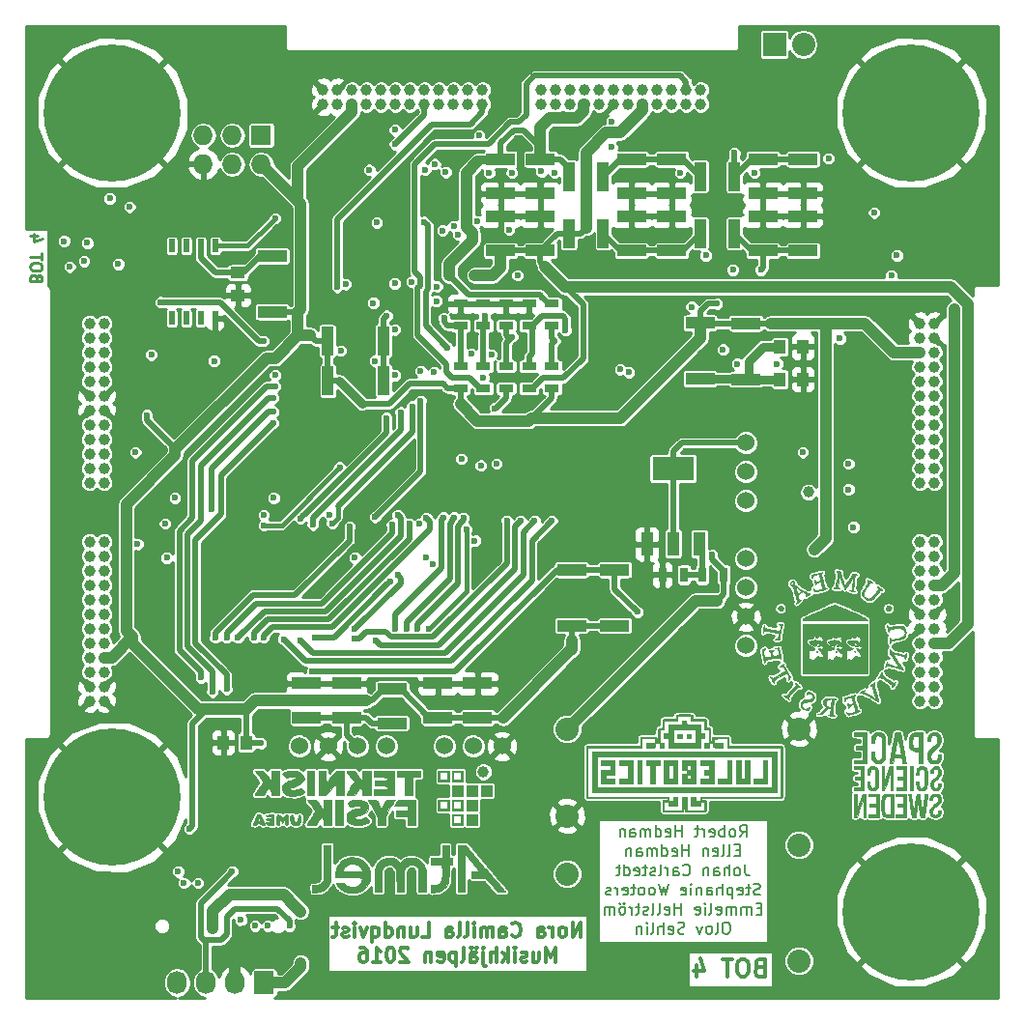
<source format=gbl>
G04 #@! TF.FileFunction,Copper,L4,Bot,Signal*
%FSLAX46Y46*%
G04 Gerber Fmt 4.6, Leading zero omitted, Abs format (unit mm)*
G04 Created by KiCad (PCBNEW 4.0.5+dfsg1-4) date Tue May 30 16:14:19 2017*
%MOMM*%
%LPD*%
G01*
G04 APERTURE LIST*
%ADD10C,0.100000*%
%ADD11C,0.200000*%
%ADD12C,0.250000*%
%ADD13C,0.300000*%
%ADD14C,0.010000*%
%ADD15C,1.000000*%
%ADD16R,1.000000X2.500000*%
%ADD17R,1.000000X1.250000*%
%ADD18R,0.508000X1.143000*%
%ADD19R,1.727200X1.727200*%
%ADD20O,1.727200X1.727200*%
%ADD21R,2.500000X1.000000*%
%ADD22R,1.250000X1.000000*%
%ADD23R,3.657600X2.032000*%
%ADD24R,1.016000X2.032000*%
%ADD25R,0.700000X1.300000*%
%ADD26C,12.000000*%
%ADD27R,1.300000X0.700000*%
%ADD28R,2.032000X2.032000*%
%ADD29O,2.032000X2.032000*%
%ADD30C,2.032000*%
%ADD31C,1.524000*%
%ADD32R,1.727200X2.032000*%
%ADD33O,1.727200X2.032000*%
%ADD34C,0.600000*%
%ADD35C,0.400000*%
%ADD36C,1.000000*%
%ADD37C,0.500000*%
%ADD38C,0.750000*%
%ADD39C,0.254000*%
G04 APERTURE END LIST*
D10*
D11*
X119976191Y-128452381D02*
X120309525Y-127976190D01*
X120547620Y-128452381D02*
X120547620Y-127452381D01*
X120166667Y-127452381D01*
X120071429Y-127500000D01*
X120023810Y-127547619D01*
X119976191Y-127642857D01*
X119976191Y-127785714D01*
X120023810Y-127880952D01*
X120071429Y-127928571D01*
X120166667Y-127976190D01*
X120547620Y-127976190D01*
X119404763Y-128452381D02*
X119500001Y-128404762D01*
X119547620Y-128357143D01*
X119595239Y-128261905D01*
X119595239Y-127976190D01*
X119547620Y-127880952D01*
X119500001Y-127833333D01*
X119404763Y-127785714D01*
X119261905Y-127785714D01*
X119166667Y-127833333D01*
X119119048Y-127880952D01*
X119071429Y-127976190D01*
X119071429Y-128261905D01*
X119119048Y-128357143D01*
X119166667Y-128404762D01*
X119261905Y-128452381D01*
X119404763Y-128452381D01*
X118642858Y-128452381D02*
X118642858Y-127452381D01*
X118642858Y-127833333D02*
X118547620Y-127785714D01*
X118357143Y-127785714D01*
X118261905Y-127833333D01*
X118214286Y-127880952D01*
X118166667Y-127976190D01*
X118166667Y-128261905D01*
X118214286Y-128357143D01*
X118261905Y-128404762D01*
X118357143Y-128452381D01*
X118547620Y-128452381D01*
X118642858Y-128404762D01*
X117357143Y-128404762D02*
X117452381Y-128452381D01*
X117642858Y-128452381D01*
X117738096Y-128404762D01*
X117785715Y-128309524D01*
X117785715Y-127928571D01*
X117738096Y-127833333D01*
X117642858Y-127785714D01*
X117452381Y-127785714D01*
X117357143Y-127833333D01*
X117309524Y-127928571D01*
X117309524Y-128023810D01*
X117785715Y-128119048D01*
X116880953Y-128452381D02*
X116880953Y-127785714D01*
X116880953Y-127976190D02*
X116833334Y-127880952D01*
X116785715Y-127833333D01*
X116690477Y-127785714D01*
X116595238Y-127785714D01*
X116404762Y-127785714D02*
X116023810Y-127785714D01*
X116261905Y-127452381D02*
X116261905Y-128309524D01*
X116214286Y-128404762D01*
X116119048Y-128452381D01*
X116023810Y-128452381D01*
X114928571Y-128452381D02*
X114928571Y-127452381D01*
X114928571Y-127928571D02*
X114357142Y-127928571D01*
X114357142Y-128452381D02*
X114357142Y-127452381D01*
X113499999Y-128404762D02*
X113595237Y-128452381D01*
X113785714Y-128452381D01*
X113880952Y-128404762D01*
X113928571Y-128309524D01*
X113928571Y-127928571D01*
X113880952Y-127833333D01*
X113785714Y-127785714D01*
X113595237Y-127785714D01*
X113499999Y-127833333D01*
X113452380Y-127928571D01*
X113452380Y-128023810D01*
X113928571Y-128119048D01*
X112595237Y-128452381D02*
X112595237Y-127452381D01*
X112595237Y-128404762D02*
X112690475Y-128452381D01*
X112880952Y-128452381D01*
X112976190Y-128404762D01*
X113023809Y-128357143D01*
X113071428Y-128261905D01*
X113071428Y-127976190D01*
X113023809Y-127880952D01*
X112976190Y-127833333D01*
X112880952Y-127785714D01*
X112690475Y-127785714D01*
X112595237Y-127833333D01*
X112119047Y-128452381D02*
X112119047Y-127785714D01*
X112119047Y-127880952D02*
X112071428Y-127833333D01*
X111976190Y-127785714D01*
X111833332Y-127785714D01*
X111738094Y-127833333D01*
X111690475Y-127928571D01*
X111690475Y-128452381D01*
X111690475Y-127928571D02*
X111642856Y-127833333D01*
X111547618Y-127785714D01*
X111404761Y-127785714D01*
X111309523Y-127833333D01*
X111261904Y-127928571D01*
X111261904Y-128452381D01*
X110357142Y-128452381D02*
X110357142Y-127928571D01*
X110404761Y-127833333D01*
X110499999Y-127785714D01*
X110690476Y-127785714D01*
X110785714Y-127833333D01*
X110357142Y-128404762D02*
X110452380Y-128452381D01*
X110690476Y-128452381D01*
X110785714Y-128404762D01*
X110833333Y-128309524D01*
X110833333Y-128214286D01*
X110785714Y-128119048D01*
X110690476Y-128071429D01*
X110452380Y-128071429D01*
X110357142Y-128023810D01*
X109880952Y-127785714D02*
X109880952Y-128452381D01*
X109880952Y-127880952D02*
X109833333Y-127833333D01*
X109738095Y-127785714D01*
X109595237Y-127785714D01*
X109499999Y-127833333D01*
X109452380Y-127928571D01*
X109452380Y-128452381D01*
X119976191Y-129628571D02*
X119642857Y-129628571D01*
X119500000Y-130152381D02*
X119976191Y-130152381D01*
X119976191Y-129152381D01*
X119500000Y-129152381D01*
X118928572Y-130152381D02*
X119023810Y-130104762D01*
X119071429Y-130009524D01*
X119071429Y-129152381D01*
X118404762Y-130152381D02*
X118500000Y-130104762D01*
X118547619Y-130009524D01*
X118547619Y-129152381D01*
X117642856Y-130104762D02*
X117738094Y-130152381D01*
X117928571Y-130152381D01*
X118023809Y-130104762D01*
X118071428Y-130009524D01*
X118071428Y-129628571D01*
X118023809Y-129533333D01*
X117928571Y-129485714D01*
X117738094Y-129485714D01*
X117642856Y-129533333D01*
X117595237Y-129628571D01*
X117595237Y-129723810D01*
X118071428Y-129819048D01*
X117166666Y-129485714D02*
X117166666Y-130152381D01*
X117166666Y-129580952D02*
X117119047Y-129533333D01*
X117023809Y-129485714D01*
X116880951Y-129485714D01*
X116785713Y-129533333D01*
X116738094Y-129628571D01*
X116738094Y-130152381D01*
X115499999Y-130152381D02*
X115499999Y-129152381D01*
X115499999Y-129628571D02*
X114928570Y-129628571D01*
X114928570Y-130152381D02*
X114928570Y-129152381D01*
X114071427Y-130104762D02*
X114166665Y-130152381D01*
X114357142Y-130152381D01*
X114452380Y-130104762D01*
X114499999Y-130009524D01*
X114499999Y-129628571D01*
X114452380Y-129533333D01*
X114357142Y-129485714D01*
X114166665Y-129485714D01*
X114071427Y-129533333D01*
X114023808Y-129628571D01*
X114023808Y-129723810D01*
X114499999Y-129819048D01*
X113166665Y-130152381D02*
X113166665Y-129152381D01*
X113166665Y-130104762D02*
X113261903Y-130152381D01*
X113452380Y-130152381D01*
X113547618Y-130104762D01*
X113595237Y-130057143D01*
X113642856Y-129961905D01*
X113642856Y-129676190D01*
X113595237Y-129580952D01*
X113547618Y-129533333D01*
X113452380Y-129485714D01*
X113261903Y-129485714D01*
X113166665Y-129533333D01*
X112690475Y-130152381D02*
X112690475Y-129485714D01*
X112690475Y-129580952D02*
X112642856Y-129533333D01*
X112547618Y-129485714D01*
X112404760Y-129485714D01*
X112309522Y-129533333D01*
X112261903Y-129628571D01*
X112261903Y-130152381D01*
X112261903Y-129628571D02*
X112214284Y-129533333D01*
X112119046Y-129485714D01*
X111976189Y-129485714D01*
X111880951Y-129533333D01*
X111833332Y-129628571D01*
X111833332Y-130152381D01*
X110928570Y-130152381D02*
X110928570Y-129628571D01*
X110976189Y-129533333D01*
X111071427Y-129485714D01*
X111261904Y-129485714D01*
X111357142Y-129533333D01*
X110928570Y-130104762D02*
X111023808Y-130152381D01*
X111261904Y-130152381D01*
X111357142Y-130104762D01*
X111404761Y-130009524D01*
X111404761Y-129914286D01*
X111357142Y-129819048D01*
X111261904Y-129771429D01*
X111023808Y-129771429D01*
X110928570Y-129723810D01*
X110452380Y-129485714D02*
X110452380Y-130152381D01*
X110452380Y-129580952D02*
X110404761Y-129533333D01*
X110309523Y-129485714D01*
X110166665Y-129485714D01*
X110071427Y-129533333D01*
X110023808Y-129628571D01*
X110023808Y-130152381D01*
X120428572Y-130852381D02*
X120428572Y-131566667D01*
X120476192Y-131709524D01*
X120571430Y-131804762D01*
X120714287Y-131852381D01*
X120809525Y-131852381D01*
X119809525Y-131852381D02*
X119904763Y-131804762D01*
X119952382Y-131757143D01*
X120000001Y-131661905D01*
X120000001Y-131376190D01*
X119952382Y-131280952D01*
X119904763Y-131233333D01*
X119809525Y-131185714D01*
X119666667Y-131185714D01*
X119571429Y-131233333D01*
X119523810Y-131280952D01*
X119476191Y-131376190D01*
X119476191Y-131661905D01*
X119523810Y-131757143D01*
X119571429Y-131804762D01*
X119666667Y-131852381D01*
X119809525Y-131852381D01*
X119047620Y-131852381D02*
X119047620Y-130852381D01*
X118619048Y-131852381D02*
X118619048Y-131328571D01*
X118666667Y-131233333D01*
X118761905Y-131185714D01*
X118904763Y-131185714D01*
X119000001Y-131233333D01*
X119047620Y-131280952D01*
X117714286Y-131852381D02*
X117714286Y-131328571D01*
X117761905Y-131233333D01*
X117857143Y-131185714D01*
X118047620Y-131185714D01*
X118142858Y-131233333D01*
X117714286Y-131804762D02*
X117809524Y-131852381D01*
X118047620Y-131852381D01*
X118142858Y-131804762D01*
X118190477Y-131709524D01*
X118190477Y-131614286D01*
X118142858Y-131519048D01*
X118047620Y-131471429D01*
X117809524Y-131471429D01*
X117714286Y-131423810D01*
X117238096Y-131185714D02*
X117238096Y-131852381D01*
X117238096Y-131280952D02*
X117190477Y-131233333D01*
X117095239Y-131185714D01*
X116952381Y-131185714D01*
X116857143Y-131233333D01*
X116809524Y-131328571D01*
X116809524Y-131852381D01*
X115000000Y-131757143D02*
X115047619Y-131804762D01*
X115190476Y-131852381D01*
X115285714Y-131852381D01*
X115428572Y-131804762D01*
X115523810Y-131709524D01*
X115571429Y-131614286D01*
X115619048Y-131423810D01*
X115619048Y-131280952D01*
X115571429Y-131090476D01*
X115523810Y-130995238D01*
X115428572Y-130900000D01*
X115285714Y-130852381D01*
X115190476Y-130852381D01*
X115047619Y-130900000D01*
X115000000Y-130947619D01*
X114142857Y-131852381D02*
X114142857Y-131328571D01*
X114190476Y-131233333D01*
X114285714Y-131185714D01*
X114476191Y-131185714D01*
X114571429Y-131233333D01*
X114142857Y-131804762D02*
X114238095Y-131852381D01*
X114476191Y-131852381D01*
X114571429Y-131804762D01*
X114619048Y-131709524D01*
X114619048Y-131614286D01*
X114571429Y-131519048D01*
X114476191Y-131471429D01*
X114238095Y-131471429D01*
X114142857Y-131423810D01*
X113666667Y-131852381D02*
X113666667Y-131185714D01*
X113666667Y-131376190D02*
X113619048Y-131280952D01*
X113571429Y-131233333D01*
X113476191Y-131185714D01*
X113380952Y-131185714D01*
X112904762Y-131852381D02*
X113000000Y-131804762D01*
X113047619Y-131709524D01*
X113047619Y-130852381D01*
X112571428Y-131804762D02*
X112476190Y-131852381D01*
X112285714Y-131852381D01*
X112190475Y-131804762D01*
X112142856Y-131709524D01*
X112142856Y-131661905D01*
X112190475Y-131566667D01*
X112285714Y-131519048D01*
X112428571Y-131519048D01*
X112523809Y-131471429D01*
X112571428Y-131376190D01*
X112571428Y-131328571D01*
X112523809Y-131233333D01*
X112428571Y-131185714D01*
X112285714Y-131185714D01*
X112190475Y-131233333D01*
X111857142Y-131185714D02*
X111476190Y-131185714D01*
X111714285Y-130852381D02*
X111714285Y-131709524D01*
X111666666Y-131804762D01*
X111571428Y-131852381D01*
X111476190Y-131852381D01*
X110761903Y-131804762D02*
X110857141Y-131852381D01*
X111047618Y-131852381D01*
X111142856Y-131804762D01*
X111190475Y-131709524D01*
X111190475Y-131328571D01*
X111142856Y-131233333D01*
X111047618Y-131185714D01*
X110857141Y-131185714D01*
X110761903Y-131233333D01*
X110714284Y-131328571D01*
X110714284Y-131423810D01*
X111190475Y-131519048D01*
X109857141Y-131852381D02*
X109857141Y-130852381D01*
X109857141Y-131804762D02*
X109952379Y-131852381D01*
X110142856Y-131852381D01*
X110238094Y-131804762D01*
X110285713Y-131757143D01*
X110333332Y-131661905D01*
X110333332Y-131376190D01*
X110285713Y-131280952D01*
X110238094Y-131233333D01*
X110142856Y-131185714D01*
X109952379Y-131185714D01*
X109857141Y-131233333D01*
X109523808Y-131185714D02*
X109142856Y-131185714D01*
X109380951Y-130852381D02*
X109380951Y-131709524D01*
X109333332Y-131804762D01*
X109238094Y-131852381D01*
X109142856Y-131852381D01*
X121761906Y-133504762D02*
X121619049Y-133552381D01*
X121380953Y-133552381D01*
X121285715Y-133504762D01*
X121238096Y-133457143D01*
X121190477Y-133361905D01*
X121190477Y-133266667D01*
X121238096Y-133171429D01*
X121285715Y-133123810D01*
X121380953Y-133076190D01*
X121571430Y-133028571D01*
X121666668Y-132980952D01*
X121714287Y-132933333D01*
X121761906Y-132838095D01*
X121761906Y-132742857D01*
X121714287Y-132647619D01*
X121666668Y-132600000D01*
X121571430Y-132552381D01*
X121333334Y-132552381D01*
X121190477Y-132600000D01*
X120904763Y-132885714D02*
X120523811Y-132885714D01*
X120761906Y-132552381D02*
X120761906Y-133409524D01*
X120714287Y-133504762D01*
X120619049Y-133552381D01*
X120523811Y-133552381D01*
X119809524Y-133504762D02*
X119904762Y-133552381D01*
X120095239Y-133552381D01*
X120190477Y-133504762D01*
X120238096Y-133409524D01*
X120238096Y-133028571D01*
X120190477Y-132933333D01*
X120095239Y-132885714D01*
X119904762Y-132885714D01*
X119809524Y-132933333D01*
X119761905Y-133028571D01*
X119761905Y-133123810D01*
X120238096Y-133219048D01*
X119333334Y-132885714D02*
X119333334Y-133885714D01*
X119333334Y-132933333D02*
X119238096Y-132885714D01*
X119047619Y-132885714D01*
X118952381Y-132933333D01*
X118904762Y-132980952D01*
X118857143Y-133076190D01*
X118857143Y-133361905D01*
X118904762Y-133457143D01*
X118952381Y-133504762D01*
X119047619Y-133552381D01*
X119238096Y-133552381D01*
X119333334Y-133504762D01*
X118428572Y-133552381D02*
X118428572Y-132552381D01*
X118000000Y-133552381D02*
X118000000Y-133028571D01*
X118047619Y-132933333D01*
X118142857Y-132885714D01*
X118285715Y-132885714D01*
X118380953Y-132933333D01*
X118428572Y-132980952D01*
X117095238Y-133552381D02*
X117095238Y-133028571D01*
X117142857Y-132933333D01*
X117238095Y-132885714D01*
X117428572Y-132885714D01*
X117523810Y-132933333D01*
X117095238Y-133504762D02*
X117190476Y-133552381D01*
X117428572Y-133552381D01*
X117523810Y-133504762D01*
X117571429Y-133409524D01*
X117571429Y-133314286D01*
X117523810Y-133219048D01*
X117428572Y-133171429D01*
X117190476Y-133171429D01*
X117095238Y-133123810D01*
X116619048Y-132885714D02*
X116619048Y-133552381D01*
X116619048Y-132980952D02*
X116571429Y-132933333D01*
X116476191Y-132885714D01*
X116333333Y-132885714D01*
X116238095Y-132933333D01*
X116190476Y-133028571D01*
X116190476Y-133552381D01*
X115714286Y-133552381D02*
X115714286Y-132885714D01*
X115714286Y-132552381D02*
X115761905Y-132600000D01*
X115714286Y-132647619D01*
X115666667Y-132600000D01*
X115714286Y-132552381D01*
X115714286Y-132647619D01*
X114857143Y-133504762D02*
X114952381Y-133552381D01*
X115142858Y-133552381D01*
X115238096Y-133504762D01*
X115285715Y-133409524D01*
X115285715Y-133028571D01*
X115238096Y-132933333D01*
X115142858Y-132885714D01*
X114952381Y-132885714D01*
X114857143Y-132933333D01*
X114809524Y-133028571D01*
X114809524Y-133123810D01*
X115285715Y-133219048D01*
X113714286Y-132552381D02*
X113476191Y-133552381D01*
X113285714Y-132838095D01*
X113095238Y-133552381D01*
X112857143Y-132552381D01*
X112333334Y-133552381D02*
X112428572Y-133504762D01*
X112476191Y-133457143D01*
X112523810Y-133361905D01*
X112523810Y-133076190D01*
X112476191Y-132980952D01*
X112428572Y-132933333D01*
X112333334Y-132885714D01*
X112190476Y-132885714D01*
X112095238Y-132933333D01*
X112047619Y-132980952D01*
X112000000Y-133076190D01*
X112000000Y-133361905D01*
X112047619Y-133457143D01*
X112095238Y-133504762D01*
X112190476Y-133552381D01*
X112333334Y-133552381D01*
X111428572Y-133552381D02*
X111523810Y-133504762D01*
X111571429Y-133457143D01*
X111619048Y-133361905D01*
X111619048Y-133076190D01*
X111571429Y-132980952D01*
X111523810Y-132933333D01*
X111428572Y-132885714D01*
X111285714Y-132885714D01*
X111190476Y-132933333D01*
X111142857Y-132980952D01*
X111095238Y-133076190D01*
X111095238Y-133361905D01*
X111142857Y-133457143D01*
X111190476Y-133504762D01*
X111285714Y-133552381D01*
X111428572Y-133552381D01*
X110809524Y-132885714D02*
X110428572Y-132885714D01*
X110666667Y-132552381D02*
X110666667Y-133409524D01*
X110619048Y-133504762D01*
X110523810Y-133552381D01*
X110428572Y-133552381D01*
X109714285Y-133504762D02*
X109809523Y-133552381D01*
X110000000Y-133552381D01*
X110095238Y-133504762D01*
X110142857Y-133409524D01*
X110142857Y-133028571D01*
X110095238Y-132933333D01*
X110000000Y-132885714D01*
X109809523Y-132885714D01*
X109714285Y-132933333D01*
X109666666Y-133028571D01*
X109666666Y-133123810D01*
X110142857Y-133219048D01*
X109238095Y-133552381D02*
X109238095Y-132885714D01*
X109238095Y-133076190D02*
X109190476Y-132980952D01*
X109142857Y-132933333D01*
X109047619Y-132885714D01*
X108952380Y-132885714D01*
X108666666Y-133504762D02*
X108571428Y-133552381D01*
X108380952Y-133552381D01*
X108285713Y-133504762D01*
X108238094Y-133409524D01*
X108238094Y-133361905D01*
X108285713Y-133266667D01*
X108380952Y-133219048D01*
X108523809Y-133219048D01*
X108619047Y-133171429D01*
X108666666Y-133076190D01*
X108666666Y-133028571D01*
X108619047Y-132933333D01*
X108523809Y-132885714D01*
X108380952Y-132885714D01*
X108285713Y-132933333D01*
X121880953Y-134728571D02*
X121547619Y-134728571D01*
X121404762Y-135252381D02*
X121880953Y-135252381D01*
X121880953Y-134252381D01*
X121404762Y-134252381D01*
X120976191Y-135252381D02*
X120976191Y-134585714D01*
X120976191Y-134680952D02*
X120928572Y-134633333D01*
X120833334Y-134585714D01*
X120690476Y-134585714D01*
X120595238Y-134633333D01*
X120547619Y-134728571D01*
X120547619Y-135252381D01*
X120547619Y-134728571D02*
X120500000Y-134633333D01*
X120404762Y-134585714D01*
X120261905Y-134585714D01*
X120166667Y-134633333D01*
X120119048Y-134728571D01*
X120119048Y-135252381D01*
X119642858Y-135252381D02*
X119642858Y-134585714D01*
X119642858Y-134680952D02*
X119595239Y-134633333D01*
X119500001Y-134585714D01*
X119357143Y-134585714D01*
X119261905Y-134633333D01*
X119214286Y-134728571D01*
X119214286Y-135252381D01*
X119214286Y-134728571D02*
X119166667Y-134633333D01*
X119071429Y-134585714D01*
X118928572Y-134585714D01*
X118833334Y-134633333D01*
X118785715Y-134728571D01*
X118785715Y-135252381D01*
X117928572Y-135204762D02*
X118023810Y-135252381D01*
X118214287Y-135252381D01*
X118309525Y-135204762D01*
X118357144Y-135109524D01*
X118357144Y-134728571D01*
X118309525Y-134633333D01*
X118214287Y-134585714D01*
X118023810Y-134585714D01*
X117928572Y-134633333D01*
X117880953Y-134728571D01*
X117880953Y-134823810D01*
X118357144Y-134919048D01*
X117309525Y-135252381D02*
X117404763Y-135204762D01*
X117452382Y-135109524D01*
X117452382Y-134252381D01*
X116928572Y-135252381D02*
X116928572Y-134585714D01*
X116928572Y-134252381D02*
X116976191Y-134300000D01*
X116928572Y-134347619D01*
X116880953Y-134300000D01*
X116928572Y-134252381D01*
X116928572Y-134347619D01*
X116071429Y-135204762D02*
X116166667Y-135252381D01*
X116357144Y-135252381D01*
X116452382Y-135204762D01*
X116500001Y-135109524D01*
X116500001Y-134728571D01*
X116452382Y-134633333D01*
X116357144Y-134585714D01*
X116166667Y-134585714D01*
X116071429Y-134633333D01*
X116023810Y-134728571D01*
X116023810Y-134823810D01*
X116500001Y-134919048D01*
X114833334Y-135252381D02*
X114833334Y-134252381D01*
X114833334Y-134728571D02*
X114261905Y-134728571D01*
X114261905Y-135252381D02*
X114261905Y-134252381D01*
X113404762Y-135204762D02*
X113500000Y-135252381D01*
X113690477Y-135252381D01*
X113785715Y-135204762D01*
X113833334Y-135109524D01*
X113833334Y-134728571D01*
X113785715Y-134633333D01*
X113690477Y-134585714D01*
X113500000Y-134585714D01*
X113404762Y-134633333D01*
X113357143Y-134728571D01*
X113357143Y-134823810D01*
X113833334Y-134919048D01*
X112785715Y-135252381D02*
X112880953Y-135204762D01*
X112928572Y-135109524D01*
X112928572Y-134252381D01*
X112261905Y-135252381D02*
X112357143Y-135204762D01*
X112404762Y-135109524D01*
X112404762Y-134252381D01*
X111928571Y-135204762D02*
X111833333Y-135252381D01*
X111642857Y-135252381D01*
X111547618Y-135204762D01*
X111499999Y-135109524D01*
X111499999Y-135061905D01*
X111547618Y-134966667D01*
X111642857Y-134919048D01*
X111785714Y-134919048D01*
X111880952Y-134871429D01*
X111928571Y-134776190D01*
X111928571Y-134728571D01*
X111880952Y-134633333D01*
X111785714Y-134585714D01*
X111642857Y-134585714D01*
X111547618Y-134633333D01*
X111214285Y-134585714D02*
X110833333Y-134585714D01*
X111071428Y-134252381D02*
X111071428Y-135109524D01*
X111023809Y-135204762D01*
X110928571Y-135252381D01*
X110833333Y-135252381D01*
X110499999Y-135252381D02*
X110499999Y-134585714D01*
X110499999Y-134776190D02*
X110452380Y-134680952D01*
X110404761Y-134633333D01*
X110309523Y-134585714D01*
X110214284Y-134585714D01*
X109738094Y-135252381D02*
X109833332Y-135204762D01*
X109880951Y-135157143D01*
X109928570Y-135061905D01*
X109928570Y-134776190D01*
X109880951Y-134680952D01*
X109833332Y-134633333D01*
X109738094Y-134585714D01*
X109595236Y-134585714D01*
X109499998Y-134633333D01*
X109452379Y-134680952D01*
X109404760Y-134776190D01*
X109404760Y-135061905D01*
X109452379Y-135157143D01*
X109499998Y-135204762D01*
X109595236Y-135252381D01*
X109738094Y-135252381D01*
X109833332Y-134252381D02*
X109785713Y-134300000D01*
X109833332Y-134347619D01*
X109880951Y-134300000D01*
X109833332Y-134252381D01*
X109833332Y-134347619D01*
X109452379Y-134252381D02*
X109404760Y-134300000D01*
X109452379Y-134347619D01*
X109499998Y-134300000D01*
X109452379Y-134252381D01*
X109452379Y-134347619D01*
X108976189Y-135252381D02*
X108976189Y-134585714D01*
X108976189Y-134680952D02*
X108928570Y-134633333D01*
X108833332Y-134585714D01*
X108690474Y-134585714D01*
X108595236Y-134633333D01*
X108547617Y-134728571D01*
X108547617Y-135252381D01*
X108547617Y-134728571D02*
X108499998Y-134633333D01*
X108404760Y-134585714D01*
X108261903Y-134585714D01*
X108166665Y-134633333D01*
X108119046Y-134728571D01*
X108119046Y-135252381D01*
X118880953Y-135952381D02*
X118690476Y-135952381D01*
X118595238Y-136000000D01*
X118500000Y-136095238D01*
X118452381Y-136285714D01*
X118452381Y-136619048D01*
X118500000Y-136809524D01*
X118595238Y-136904762D01*
X118690476Y-136952381D01*
X118880953Y-136952381D01*
X118976191Y-136904762D01*
X119071429Y-136809524D01*
X119119048Y-136619048D01*
X119119048Y-136285714D01*
X119071429Y-136095238D01*
X118976191Y-136000000D01*
X118880953Y-135952381D01*
X117880953Y-136952381D02*
X117976191Y-136904762D01*
X118023810Y-136809524D01*
X118023810Y-135952381D01*
X117357143Y-136952381D02*
X117452381Y-136904762D01*
X117500000Y-136857143D01*
X117547619Y-136761905D01*
X117547619Y-136476190D01*
X117500000Y-136380952D01*
X117452381Y-136333333D01*
X117357143Y-136285714D01*
X117214285Y-136285714D01*
X117119047Y-136333333D01*
X117071428Y-136380952D01*
X117023809Y-136476190D01*
X117023809Y-136761905D01*
X117071428Y-136857143D01*
X117119047Y-136904762D01*
X117214285Y-136952381D01*
X117357143Y-136952381D01*
X116690476Y-136285714D02*
X116452381Y-136952381D01*
X116214285Y-136285714D01*
X115119047Y-136904762D02*
X114976190Y-136952381D01*
X114738094Y-136952381D01*
X114642856Y-136904762D01*
X114595237Y-136857143D01*
X114547618Y-136761905D01*
X114547618Y-136666667D01*
X114595237Y-136571429D01*
X114642856Y-136523810D01*
X114738094Y-136476190D01*
X114928571Y-136428571D01*
X115023809Y-136380952D01*
X115071428Y-136333333D01*
X115119047Y-136238095D01*
X115119047Y-136142857D01*
X115071428Y-136047619D01*
X115023809Y-136000000D01*
X114928571Y-135952381D01*
X114690475Y-135952381D01*
X114547618Y-136000000D01*
X113738094Y-136904762D02*
X113833332Y-136952381D01*
X114023809Y-136952381D01*
X114119047Y-136904762D01*
X114166666Y-136809524D01*
X114166666Y-136428571D01*
X114119047Y-136333333D01*
X114023809Y-136285714D01*
X113833332Y-136285714D01*
X113738094Y-136333333D01*
X113690475Y-136428571D01*
X113690475Y-136523810D01*
X114166666Y-136619048D01*
X113261904Y-136952381D02*
X113261904Y-135952381D01*
X112833332Y-136952381D02*
X112833332Y-136428571D01*
X112880951Y-136333333D01*
X112976189Y-136285714D01*
X113119047Y-136285714D01*
X113214285Y-136333333D01*
X113261904Y-136380952D01*
X112214285Y-136952381D02*
X112309523Y-136904762D01*
X112357142Y-136809524D01*
X112357142Y-135952381D01*
X111833332Y-136952381D02*
X111833332Y-136285714D01*
X111833332Y-135952381D02*
X111880951Y-136000000D01*
X111833332Y-136047619D01*
X111785713Y-136000000D01*
X111833332Y-135952381D01*
X111833332Y-136047619D01*
X111357142Y-136285714D02*
X111357142Y-136952381D01*
X111357142Y-136380952D02*
X111309523Y-136333333D01*
X111214285Y-136285714D01*
X111071427Y-136285714D01*
X110976189Y-136333333D01*
X110928570Y-136428571D01*
X110928570Y-136952381D01*
D12*
X58321429Y-79452381D02*
X58273810Y-79309524D01*
X58226190Y-79261905D01*
X58130952Y-79214286D01*
X57988095Y-79214286D01*
X57892857Y-79261905D01*
X57845238Y-79309524D01*
X57797619Y-79404762D01*
X57797619Y-79785715D01*
X58797619Y-79785715D01*
X58797619Y-79452381D01*
X58750000Y-79357143D01*
X58702381Y-79309524D01*
X58607143Y-79261905D01*
X58511905Y-79261905D01*
X58416667Y-79309524D01*
X58369048Y-79357143D01*
X58321429Y-79452381D01*
X58321429Y-79785715D01*
X58797619Y-78595239D02*
X58797619Y-78404762D01*
X58750000Y-78309524D01*
X58654762Y-78214286D01*
X58464286Y-78166667D01*
X58130952Y-78166667D01*
X57940476Y-78214286D01*
X57845238Y-78309524D01*
X57797619Y-78404762D01*
X57797619Y-78595239D01*
X57845238Y-78690477D01*
X57940476Y-78785715D01*
X58130952Y-78833334D01*
X58464286Y-78833334D01*
X58654762Y-78785715D01*
X58750000Y-78690477D01*
X58797619Y-78595239D01*
X58797619Y-77880953D02*
X58797619Y-77309524D01*
X57797619Y-77595239D02*
X58797619Y-77595239D01*
X58464286Y-75785714D02*
X57797619Y-75785714D01*
X58845238Y-76023810D02*
X58130952Y-76261905D01*
X58130952Y-75642857D01*
D13*
X121678571Y-139892857D02*
X121464285Y-139964286D01*
X121392857Y-140035714D01*
X121321428Y-140178571D01*
X121321428Y-140392857D01*
X121392857Y-140535714D01*
X121464285Y-140607143D01*
X121607143Y-140678571D01*
X122178571Y-140678571D01*
X122178571Y-139178571D01*
X121678571Y-139178571D01*
X121535714Y-139250000D01*
X121464285Y-139321429D01*
X121392857Y-139464286D01*
X121392857Y-139607143D01*
X121464285Y-139750000D01*
X121535714Y-139821429D01*
X121678571Y-139892857D01*
X122178571Y-139892857D01*
X120392857Y-139178571D02*
X120107143Y-139178571D01*
X119964285Y-139250000D01*
X119821428Y-139392857D01*
X119750000Y-139678571D01*
X119750000Y-140178571D01*
X119821428Y-140464286D01*
X119964285Y-140607143D01*
X120107143Y-140678571D01*
X120392857Y-140678571D01*
X120535714Y-140607143D01*
X120678571Y-140464286D01*
X120750000Y-140178571D01*
X120750000Y-139678571D01*
X120678571Y-139392857D01*
X120535714Y-139250000D01*
X120392857Y-139178571D01*
X119321428Y-139178571D02*
X118464285Y-139178571D01*
X118892856Y-140678571D02*
X118892856Y-139178571D01*
X116178571Y-139678571D02*
X116178571Y-140678571D01*
X116535714Y-139107143D02*
X116892857Y-140178571D01*
X115964285Y-140178571D01*
X106023809Y-137227976D02*
X106023809Y-135977976D01*
X105309523Y-137227976D01*
X105309523Y-135977976D01*
X104535714Y-137227976D02*
X104654761Y-137168452D01*
X104714285Y-137108929D01*
X104773809Y-136989881D01*
X104773809Y-136632738D01*
X104714285Y-136513690D01*
X104654761Y-136454167D01*
X104535714Y-136394643D01*
X104357142Y-136394643D01*
X104238094Y-136454167D01*
X104178571Y-136513690D01*
X104119047Y-136632738D01*
X104119047Y-136989881D01*
X104178571Y-137108929D01*
X104238094Y-137168452D01*
X104357142Y-137227976D01*
X104535714Y-137227976D01*
X103583333Y-137227976D02*
X103583333Y-136394643D01*
X103583333Y-136632738D02*
X103523809Y-136513690D01*
X103464285Y-136454167D01*
X103345238Y-136394643D01*
X103226190Y-136394643D01*
X102273809Y-137227976D02*
X102273809Y-136573214D01*
X102333332Y-136454167D01*
X102452380Y-136394643D01*
X102690475Y-136394643D01*
X102809523Y-136454167D01*
X102273809Y-137168452D02*
X102392856Y-137227976D01*
X102690475Y-137227976D01*
X102809523Y-137168452D01*
X102869047Y-137049405D01*
X102869047Y-136930357D01*
X102809523Y-136811310D01*
X102690475Y-136751786D01*
X102392856Y-136751786D01*
X102273809Y-136692262D01*
X100011904Y-137108929D02*
X100071428Y-137168452D01*
X100249999Y-137227976D01*
X100369047Y-137227976D01*
X100547619Y-137168452D01*
X100666666Y-137049405D01*
X100726190Y-136930357D01*
X100785714Y-136692262D01*
X100785714Y-136513690D01*
X100726190Y-136275595D01*
X100666666Y-136156548D01*
X100547619Y-136037500D01*
X100369047Y-135977976D01*
X100249999Y-135977976D01*
X100071428Y-136037500D01*
X100011904Y-136097024D01*
X98940476Y-137227976D02*
X98940476Y-136573214D01*
X98999999Y-136454167D01*
X99119047Y-136394643D01*
X99357142Y-136394643D01*
X99476190Y-136454167D01*
X98940476Y-137168452D02*
X99059523Y-137227976D01*
X99357142Y-137227976D01*
X99476190Y-137168452D01*
X99535714Y-137049405D01*
X99535714Y-136930357D01*
X99476190Y-136811310D01*
X99357142Y-136751786D01*
X99059523Y-136751786D01*
X98940476Y-136692262D01*
X98345238Y-137227976D02*
X98345238Y-136394643D01*
X98345238Y-136513690D02*
X98285714Y-136454167D01*
X98166667Y-136394643D01*
X97988095Y-136394643D01*
X97869047Y-136454167D01*
X97809524Y-136573214D01*
X97809524Y-137227976D01*
X97809524Y-136573214D02*
X97750000Y-136454167D01*
X97630952Y-136394643D01*
X97452381Y-136394643D01*
X97333333Y-136454167D01*
X97273809Y-136573214D01*
X97273809Y-137227976D01*
X96678571Y-137227976D02*
X96678571Y-136394643D01*
X96678571Y-135977976D02*
X96738095Y-136037500D01*
X96678571Y-136097024D01*
X96619047Y-136037500D01*
X96678571Y-135977976D01*
X96678571Y-136097024D01*
X95904762Y-137227976D02*
X96023809Y-137168452D01*
X96083333Y-137049405D01*
X96083333Y-135977976D01*
X95250000Y-137227976D02*
X95369047Y-137168452D01*
X95428571Y-137049405D01*
X95428571Y-135977976D01*
X94238095Y-137227976D02*
X94238095Y-136573214D01*
X94297618Y-136454167D01*
X94416666Y-136394643D01*
X94654761Y-136394643D01*
X94773809Y-136454167D01*
X94238095Y-137168452D02*
X94357142Y-137227976D01*
X94654761Y-137227976D01*
X94773809Y-137168452D01*
X94833333Y-137049405D01*
X94833333Y-136930357D01*
X94773809Y-136811310D01*
X94654761Y-136751786D01*
X94357142Y-136751786D01*
X94238095Y-136692262D01*
X92095238Y-137227976D02*
X92690476Y-137227976D01*
X92690476Y-135977976D01*
X91142857Y-136394643D02*
X91142857Y-137227976D01*
X91678571Y-136394643D02*
X91678571Y-137049405D01*
X91619047Y-137168452D01*
X91500000Y-137227976D01*
X91321428Y-137227976D01*
X91202380Y-137168452D01*
X91142857Y-137108929D01*
X90547619Y-136394643D02*
X90547619Y-137227976D01*
X90547619Y-136513690D02*
X90488095Y-136454167D01*
X90369048Y-136394643D01*
X90190476Y-136394643D01*
X90071428Y-136454167D01*
X90011905Y-136573214D01*
X90011905Y-137227976D01*
X88880953Y-137227976D02*
X88880953Y-135977976D01*
X88880953Y-137168452D02*
X89000000Y-137227976D01*
X89238096Y-137227976D01*
X89357143Y-137168452D01*
X89416667Y-137108929D01*
X89476191Y-136989881D01*
X89476191Y-136632738D01*
X89416667Y-136513690D01*
X89357143Y-136454167D01*
X89238096Y-136394643D01*
X89000000Y-136394643D01*
X88880953Y-136454167D01*
X87750001Y-136394643D02*
X87750001Y-137644643D01*
X87750001Y-137168452D02*
X87869048Y-137227976D01*
X88107144Y-137227976D01*
X88226191Y-137168452D01*
X88285715Y-137108929D01*
X88345239Y-136989881D01*
X88345239Y-136632738D01*
X88285715Y-136513690D01*
X88226191Y-136454167D01*
X88107144Y-136394643D01*
X87869048Y-136394643D01*
X87750001Y-136454167D01*
X87273811Y-136394643D02*
X86976192Y-137227976D01*
X86678572Y-136394643D01*
X86202382Y-137227976D02*
X86202382Y-136394643D01*
X86202382Y-135977976D02*
X86261906Y-136037500D01*
X86202382Y-136097024D01*
X86142858Y-136037500D01*
X86202382Y-135977976D01*
X86202382Y-136097024D01*
X85666668Y-137168452D02*
X85547620Y-137227976D01*
X85309525Y-137227976D01*
X85190477Y-137168452D01*
X85130953Y-137049405D01*
X85130953Y-136989881D01*
X85190477Y-136870833D01*
X85309525Y-136811310D01*
X85488096Y-136811310D01*
X85607144Y-136751786D01*
X85666668Y-136632738D01*
X85666668Y-136573214D01*
X85607144Y-136454167D01*
X85488096Y-136394643D01*
X85309525Y-136394643D01*
X85190477Y-136454167D01*
X84773810Y-136394643D02*
X84297620Y-136394643D01*
X84595239Y-135977976D02*
X84595239Y-137049405D01*
X84535715Y-137168452D01*
X84416668Y-137227976D01*
X84297620Y-137227976D01*
X103821427Y-139402976D02*
X103821427Y-138152976D01*
X103404760Y-139045833D01*
X102988094Y-138152976D01*
X102988094Y-139402976D01*
X101857142Y-138569643D02*
X101857142Y-139402976D01*
X102392856Y-138569643D02*
X102392856Y-139224405D01*
X102333332Y-139343452D01*
X102214285Y-139402976D01*
X102035713Y-139402976D01*
X101916665Y-139343452D01*
X101857142Y-139283929D01*
X101321428Y-139343452D02*
X101202380Y-139402976D01*
X100964285Y-139402976D01*
X100845237Y-139343452D01*
X100785713Y-139224405D01*
X100785713Y-139164881D01*
X100845237Y-139045833D01*
X100964285Y-138986310D01*
X101142856Y-138986310D01*
X101261904Y-138926786D01*
X101321428Y-138807738D01*
X101321428Y-138748214D01*
X101261904Y-138629167D01*
X101142856Y-138569643D01*
X100964285Y-138569643D01*
X100845237Y-138629167D01*
X100249999Y-139402976D02*
X100249999Y-138569643D01*
X100249999Y-138152976D02*
X100309523Y-138212500D01*
X100249999Y-138272024D01*
X100190475Y-138212500D01*
X100249999Y-138152976D01*
X100249999Y-138272024D01*
X99654761Y-139402976D02*
X99654761Y-138152976D01*
X99535713Y-138926786D02*
X99178570Y-139402976D01*
X99178570Y-138569643D02*
X99654761Y-139045833D01*
X98642856Y-139402976D02*
X98642856Y-138152976D01*
X98107142Y-139402976D02*
X98107142Y-138748214D01*
X98166665Y-138629167D01*
X98285713Y-138569643D01*
X98464285Y-138569643D01*
X98583332Y-138629167D01*
X98642856Y-138688690D01*
X97511904Y-138569643D02*
X97511904Y-139641071D01*
X97571428Y-139760119D01*
X97690475Y-139819643D01*
X97749999Y-139819643D01*
X97511904Y-138152976D02*
X97571428Y-138212500D01*
X97511904Y-138272024D01*
X97452380Y-138212500D01*
X97511904Y-138152976D01*
X97511904Y-138272024D01*
X96380952Y-139402976D02*
X96380952Y-138748214D01*
X96440475Y-138629167D01*
X96559523Y-138569643D01*
X96797618Y-138569643D01*
X96916666Y-138629167D01*
X96380952Y-139343452D02*
X96499999Y-139402976D01*
X96797618Y-139402976D01*
X96916666Y-139343452D01*
X96976190Y-139224405D01*
X96976190Y-139105357D01*
X96916666Y-138986310D01*
X96797618Y-138926786D01*
X96499999Y-138926786D01*
X96380952Y-138867262D01*
X96916666Y-138152976D02*
X96857142Y-138212500D01*
X96916666Y-138272024D01*
X96976190Y-138212500D01*
X96916666Y-138152976D01*
X96916666Y-138272024D01*
X96440475Y-138152976D02*
X96380952Y-138212500D01*
X96440475Y-138272024D01*
X96499999Y-138212500D01*
X96440475Y-138152976D01*
X96440475Y-138272024D01*
X95607143Y-139402976D02*
X95726190Y-139343452D01*
X95785714Y-139224405D01*
X95785714Y-138152976D01*
X95130952Y-138569643D02*
X95130952Y-139819643D01*
X95130952Y-138629167D02*
X95011904Y-138569643D01*
X94773809Y-138569643D01*
X94654761Y-138629167D01*
X94595238Y-138688690D01*
X94535714Y-138807738D01*
X94535714Y-139164881D01*
X94595238Y-139283929D01*
X94654761Y-139343452D01*
X94773809Y-139402976D01*
X95011904Y-139402976D01*
X95130952Y-139343452D01*
X93523809Y-139343452D02*
X93642857Y-139402976D01*
X93880952Y-139402976D01*
X94000000Y-139343452D01*
X94059524Y-139224405D01*
X94059524Y-138748214D01*
X94000000Y-138629167D01*
X93880952Y-138569643D01*
X93642857Y-138569643D01*
X93523809Y-138629167D01*
X93464286Y-138748214D01*
X93464286Y-138867262D01*
X94059524Y-138986310D01*
X92928571Y-138569643D02*
X92928571Y-139402976D01*
X92928571Y-138688690D02*
X92869047Y-138629167D01*
X92750000Y-138569643D01*
X92571428Y-138569643D01*
X92452380Y-138629167D01*
X92392857Y-138748214D01*
X92392857Y-139402976D01*
X90904762Y-138272024D02*
X90845238Y-138212500D01*
X90726190Y-138152976D01*
X90428571Y-138152976D01*
X90309524Y-138212500D01*
X90250000Y-138272024D01*
X90190476Y-138391071D01*
X90190476Y-138510119D01*
X90250000Y-138688690D01*
X90964286Y-139402976D01*
X90190476Y-139402976D01*
X89416667Y-138152976D02*
X89297619Y-138152976D01*
X89178571Y-138212500D01*
X89119048Y-138272024D01*
X89059524Y-138391071D01*
X89000000Y-138629167D01*
X89000000Y-138926786D01*
X89059524Y-139164881D01*
X89119048Y-139283929D01*
X89178571Y-139343452D01*
X89297619Y-139402976D01*
X89416667Y-139402976D01*
X89535714Y-139343452D01*
X89595238Y-139283929D01*
X89654762Y-139164881D01*
X89714286Y-138926786D01*
X89714286Y-138629167D01*
X89654762Y-138391071D01*
X89595238Y-138272024D01*
X89535714Y-138212500D01*
X89416667Y-138152976D01*
X87809524Y-139402976D02*
X88523810Y-139402976D01*
X88166667Y-139402976D02*
X88166667Y-138152976D01*
X88285715Y-138331548D01*
X88404762Y-138450595D01*
X88523810Y-138510119D01*
X86738096Y-138152976D02*
X86976191Y-138152976D01*
X87095239Y-138212500D01*
X87154762Y-138272024D01*
X87273810Y-138450595D01*
X87333334Y-138688690D01*
X87333334Y-139164881D01*
X87273810Y-139283929D01*
X87214286Y-139343452D01*
X87095239Y-139402976D01*
X86857143Y-139402976D01*
X86738096Y-139343452D01*
X86678572Y-139283929D01*
X86619048Y-139164881D01*
X86619048Y-138867262D01*
X86678572Y-138748214D01*
X86738096Y-138688690D01*
X86857143Y-138629167D01*
X87095239Y-138629167D01*
X87214286Y-138688690D01*
X87273810Y-138748214D01*
X87333334Y-138867262D01*
D14*
G36*
X127572862Y-116319301D02*
X127492594Y-116333538D01*
X127438186Y-116362511D01*
X127390048Y-116410328D01*
X127376293Y-116426178D01*
X127290759Y-116577782D01*
X127289574Y-116734838D01*
X127372680Y-116896192D01*
X127402345Y-116932239D01*
X127528356Y-117075757D01*
X127287793Y-117341588D01*
X127159610Y-117473061D01*
X127034792Y-117584004D01*
X126936031Y-117654637D01*
X126918365Y-117663552D01*
X126789500Y-117719685D01*
X126979471Y-117721342D01*
X127070543Y-117718530D01*
X127143736Y-117700617D01*
X127217401Y-117656171D01*
X127309891Y-117573758D01*
X127439557Y-117441944D01*
X127456933Y-117423881D01*
X127607889Y-117273696D01*
X127717669Y-117182211D01*
X127797105Y-117141312D01*
X127838462Y-117138131D01*
X127891989Y-117153384D01*
X127917747Y-117193816D01*
X127922706Y-117281172D01*
X127917376Y-117384333D01*
X127893694Y-117581984D01*
X127850966Y-117705306D01*
X127785328Y-117763263D01*
X127751094Y-117770201D01*
X127734090Y-117778843D01*
X127779836Y-117794589D01*
X127867161Y-117813323D01*
X127974898Y-117830931D01*
X128081875Y-117843295D01*
X128144167Y-117846619D01*
X128271167Y-117848117D01*
X128173854Y-117773237D01*
X128132380Y-117738380D01*
X128106356Y-117699258D01*
X128094236Y-117639285D01*
X128094475Y-117541870D01*
X128105525Y-117390427D01*
X128121666Y-117213261D01*
X128147608Y-116942338D01*
X128169373Y-116743715D01*
X128189693Y-116605306D01*
X128211296Y-116515027D01*
X128236913Y-116460793D01*
X128269275Y-116430518D01*
X128301908Y-116415409D01*
X128360773Y-116382153D01*
X128339129Y-116357185D01*
X127996000Y-116357185D01*
X127995535Y-116563842D01*
X127989447Y-116727800D01*
X127974788Y-116887698D01*
X127968690Y-116930103D01*
X127946923Y-117033043D01*
X127909888Y-117072656D01*
X127829873Y-117069360D01*
X127789240Y-117062324D01*
X127664828Y-117026165D01*
X127567805Y-116974965D01*
X127562084Y-116970243D01*
X127505051Y-116871989D01*
X127486109Y-116734478D01*
X127504726Y-116593798D01*
X127560366Y-116486034D01*
X127569381Y-116477140D01*
X127664018Y-116423660D01*
X127794554Y-116385021D01*
X127823381Y-116380338D01*
X127996000Y-116357185D01*
X128339129Y-116357185D01*
X128337963Y-116355841D01*
X128232713Y-116336293D01*
X128044259Y-116323331D01*
X127889343Y-116318607D01*
X127698582Y-116315693D01*
X127572862Y-116319301D01*
X127572862Y-116319301D01*
G37*
X127572862Y-116319301D02*
X127492594Y-116333538D01*
X127438186Y-116362511D01*
X127390048Y-116410328D01*
X127376293Y-116426178D01*
X127290759Y-116577782D01*
X127289574Y-116734838D01*
X127372680Y-116896192D01*
X127402345Y-116932239D01*
X127528356Y-117075757D01*
X127287793Y-117341588D01*
X127159610Y-117473061D01*
X127034792Y-117584004D01*
X126936031Y-117654637D01*
X126918365Y-117663552D01*
X126789500Y-117719685D01*
X126979471Y-117721342D01*
X127070543Y-117718530D01*
X127143736Y-117700617D01*
X127217401Y-117656171D01*
X127309891Y-117573758D01*
X127439557Y-117441944D01*
X127456933Y-117423881D01*
X127607889Y-117273696D01*
X127717669Y-117182211D01*
X127797105Y-117141312D01*
X127838462Y-117138131D01*
X127891989Y-117153384D01*
X127917747Y-117193816D01*
X127922706Y-117281172D01*
X127917376Y-117384333D01*
X127893694Y-117581984D01*
X127850966Y-117705306D01*
X127785328Y-117763263D01*
X127751094Y-117770201D01*
X127734090Y-117778843D01*
X127779836Y-117794589D01*
X127867161Y-117813323D01*
X127974898Y-117830931D01*
X128081875Y-117843295D01*
X128144167Y-117846619D01*
X128271167Y-117848117D01*
X128173854Y-117773237D01*
X128132380Y-117738380D01*
X128106356Y-117699258D01*
X128094236Y-117639285D01*
X128094475Y-117541870D01*
X128105525Y-117390427D01*
X128121666Y-117213261D01*
X128147608Y-116942338D01*
X128169373Y-116743715D01*
X128189693Y-116605306D01*
X128211296Y-116515027D01*
X128236913Y-116460793D01*
X128269275Y-116430518D01*
X128301908Y-116415409D01*
X128360773Y-116382153D01*
X128339129Y-116357185D01*
X127996000Y-116357185D01*
X127995535Y-116563842D01*
X127989447Y-116727800D01*
X127974788Y-116887698D01*
X127968690Y-116930103D01*
X127946923Y-117033043D01*
X127909888Y-117072656D01*
X127829873Y-117069360D01*
X127789240Y-117062324D01*
X127664828Y-117026165D01*
X127567805Y-116974965D01*
X127562084Y-116970243D01*
X127505051Y-116871989D01*
X127486109Y-116734478D01*
X127504726Y-116593798D01*
X127560366Y-116486034D01*
X127569381Y-116477140D01*
X127664018Y-116423660D01*
X127794554Y-116385021D01*
X127823381Y-116380338D01*
X127996000Y-116357185D01*
X128339129Y-116357185D01*
X128337963Y-116355841D01*
X128232713Y-116336293D01*
X128044259Y-116323331D01*
X127889343Y-116318607D01*
X127698582Y-116315693D01*
X127572862Y-116319301D01*
G36*
X130024343Y-116019429D02*
X129920461Y-116046339D01*
X129775066Y-116087766D01*
X129607622Y-116137771D01*
X129437595Y-116190414D01*
X129284454Y-116239755D01*
X129167662Y-116279856D01*
X129106687Y-116304775D01*
X129103222Y-116307118D01*
X129101225Y-116352659D01*
X129116257Y-116445707D01*
X129117783Y-116452769D01*
X129146956Y-116585593D01*
X129217062Y-116447734D01*
X129305795Y-116333179D01*
X129446677Y-116257899D01*
X129468480Y-116250444D01*
X129589956Y-116218460D01*
X129681899Y-116208038D01*
X129702626Y-116211287D01*
X129744138Y-116260540D01*
X129791438Y-116362659D01*
X129835894Y-116490326D01*
X129868872Y-116616223D01*
X129881741Y-116713032D01*
X129872924Y-116750191D01*
X129811314Y-116782639D01*
X129705244Y-116819242D01*
X129683448Y-116825356D01*
X129570919Y-116846207D01*
X129494297Y-116825351D01*
X129434144Y-116776373D01*
X129371767Y-116723894D01*
X129356859Y-116733494D01*
X129362927Y-116755510D01*
X129389659Y-116838196D01*
X129427719Y-116961534D01*
X129441517Y-117007275D01*
X129475719Y-117112865D01*
X129496996Y-117144956D01*
X129513812Y-117111971D01*
X129520410Y-117085765D01*
X129575877Y-116989890D01*
X129698628Y-116911117D01*
X129845732Y-116857642D01*
X129896903Y-116850598D01*
X129935471Y-116876539D01*
X129972466Y-116951074D01*
X130018914Y-117089808D01*
X130026051Y-117112821D01*
X130073690Y-117285917D01*
X130080605Y-117400262D01*
X130036645Y-117476060D01*
X129931659Y-117533514D01*
X129790360Y-117581916D01*
X129658751Y-117621146D01*
X129576763Y-117632325D01*
X129513432Y-117613363D01*
X129437790Y-117562173D01*
X129431788Y-117557738D01*
X129344717Y-117500091D01*
X129290563Y-117476760D01*
X129285057Y-117478165D01*
X129295963Y-117518720D01*
X129340771Y-117595836D01*
X129399722Y-117680585D01*
X129453062Y-117744034D01*
X129477667Y-117760214D01*
X129523571Y-117746316D01*
X129634223Y-117710865D01*
X129793994Y-117658919D01*
X129987256Y-117595537D01*
X130028000Y-117582115D01*
X130246152Y-117507919D01*
X130387670Y-117453998D01*
X130457528Y-117418077D01*
X130460701Y-117397878D01*
X130440734Y-117393188D01*
X130385500Y-117383457D01*
X130341397Y-117362044D01*
X130302514Y-117317201D01*
X130262942Y-117237178D01*
X130216770Y-117110227D01*
X130158089Y-116924597D01*
X130087979Y-116691910D01*
X130022910Y-116472327D01*
X129980603Y-116319549D01*
X129959110Y-116219397D01*
X129956486Y-116157693D01*
X129970785Y-116120261D01*
X130000061Y-116092923D01*
X130005239Y-116089098D01*
X130060187Y-116037809D01*
X130067243Y-116012975D01*
X130024343Y-116019429D01*
X130024343Y-116019429D01*
G37*
X130024343Y-116019429D02*
X129920461Y-116046339D01*
X129775066Y-116087766D01*
X129607622Y-116137771D01*
X129437595Y-116190414D01*
X129284454Y-116239755D01*
X129167662Y-116279856D01*
X129106687Y-116304775D01*
X129103222Y-116307118D01*
X129101225Y-116352659D01*
X129116257Y-116445707D01*
X129117783Y-116452769D01*
X129146956Y-116585593D01*
X129217062Y-116447734D01*
X129305795Y-116333179D01*
X129446677Y-116257899D01*
X129468480Y-116250444D01*
X129589956Y-116218460D01*
X129681899Y-116208038D01*
X129702626Y-116211287D01*
X129744138Y-116260540D01*
X129791438Y-116362659D01*
X129835894Y-116490326D01*
X129868872Y-116616223D01*
X129881741Y-116713032D01*
X129872924Y-116750191D01*
X129811314Y-116782639D01*
X129705244Y-116819242D01*
X129683448Y-116825356D01*
X129570919Y-116846207D01*
X129494297Y-116825351D01*
X129434144Y-116776373D01*
X129371767Y-116723894D01*
X129356859Y-116733494D01*
X129362927Y-116755510D01*
X129389659Y-116838196D01*
X129427719Y-116961534D01*
X129441517Y-117007275D01*
X129475719Y-117112865D01*
X129496996Y-117144956D01*
X129513812Y-117111971D01*
X129520410Y-117085765D01*
X129575877Y-116989890D01*
X129698628Y-116911117D01*
X129845732Y-116857642D01*
X129896903Y-116850598D01*
X129935471Y-116876539D01*
X129972466Y-116951074D01*
X130018914Y-117089808D01*
X130026051Y-117112821D01*
X130073690Y-117285917D01*
X130080605Y-117400262D01*
X130036645Y-117476060D01*
X129931659Y-117533514D01*
X129790360Y-117581916D01*
X129658751Y-117621146D01*
X129576763Y-117632325D01*
X129513432Y-117613363D01*
X129437790Y-117562173D01*
X129431788Y-117557738D01*
X129344717Y-117500091D01*
X129290563Y-117476760D01*
X129285057Y-117478165D01*
X129295963Y-117518720D01*
X129340771Y-117595836D01*
X129399722Y-117680585D01*
X129453062Y-117744034D01*
X129477667Y-117760214D01*
X129523571Y-117746316D01*
X129634223Y-117710865D01*
X129793994Y-117658919D01*
X129987256Y-117595537D01*
X130028000Y-117582115D01*
X130246152Y-117507919D01*
X130387670Y-117453998D01*
X130457528Y-117418077D01*
X130460701Y-117397878D01*
X130440734Y-117393188D01*
X130385500Y-117383457D01*
X130341397Y-117362044D01*
X130302514Y-117317201D01*
X130262942Y-117237178D01*
X130216770Y-117110227D01*
X130158089Y-116924597D01*
X130087979Y-116691910D01*
X130022910Y-116472327D01*
X129980603Y-116319549D01*
X129959110Y-116219397D01*
X129956486Y-116157693D01*
X129970785Y-116120261D01*
X130000061Y-116092923D01*
X130005239Y-116089098D01*
X130060187Y-116037809D01*
X130067243Y-116012975D01*
X130024343Y-116019429D01*
G36*
X125931901Y-115759551D02*
X125874513Y-115822433D01*
X125810298Y-115918782D01*
X125802845Y-115963021D01*
X125851463Y-115950120D01*
X125888753Y-115926233D01*
X126035892Y-115865801D01*
X126179536Y-115889265D01*
X126283425Y-115964242D01*
X126368533Y-116076810D01*
X126374661Y-116178209D01*
X126301809Y-116287777D01*
X126283425Y-116306757D01*
X126203099Y-116370248D01*
X126106355Y-116401587D01*
X125960999Y-116410612D01*
X125943398Y-116410666D01*
X125683126Y-116436627D01*
X125489160Y-116514374D01*
X125361972Y-116643705D01*
X125349232Y-116666474D01*
X125298886Y-116842658D01*
X125326456Y-117010286D01*
X125425207Y-117159075D01*
X125588407Y-117278745D01*
X125801583Y-117357196D01*
X125888763Y-117361922D01*
X125964955Y-117317138D01*
X126025573Y-117251903D01*
X126100985Y-117152025D01*
X126112259Y-117107076D01*
X126058853Y-117116523D01*
X125947684Y-117175414D01*
X125779785Y-117239339D01*
X125628237Y-117220876D01*
X125497257Y-117129256D01*
X125424202Y-117006483D01*
X125431870Y-116875068D01*
X125517414Y-116751293D01*
X125598287Y-116694362D01*
X125710339Y-116656051D01*
X125876713Y-116629343D01*
X125942834Y-116622333D01*
X126173226Y-116586175D01*
X126330745Y-116525503D01*
X126425487Y-116432650D01*
X126467554Y-116299954D01*
X126472000Y-116220707D01*
X126432281Y-116042724D01*
X126317667Y-115895047D01*
X126134973Y-115785806D01*
X126094620Y-115770585D01*
X125994005Y-115743163D01*
X125931901Y-115759551D01*
X125931901Y-115759551D01*
G37*
X125931901Y-115759551D02*
X125874513Y-115822433D01*
X125810298Y-115918782D01*
X125802845Y-115963021D01*
X125851463Y-115950120D01*
X125888753Y-115926233D01*
X126035892Y-115865801D01*
X126179536Y-115889265D01*
X126283425Y-115964242D01*
X126368533Y-116076810D01*
X126374661Y-116178209D01*
X126301809Y-116287777D01*
X126283425Y-116306757D01*
X126203099Y-116370248D01*
X126106355Y-116401587D01*
X125960999Y-116410612D01*
X125943398Y-116410666D01*
X125683126Y-116436627D01*
X125489160Y-116514374D01*
X125361972Y-116643705D01*
X125349232Y-116666474D01*
X125298886Y-116842658D01*
X125326456Y-117010286D01*
X125425207Y-117159075D01*
X125588407Y-117278745D01*
X125801583Y-117357196D01*
X125888763Y-117361922D01*
X125964955Y-117317138D01*
X126025573Y-117251903D01*
X126100985Y-117152025D01*
X126112259Y-117107076D01*
X126058853Y-117116523D01*
X125947684Y-117175414D01*
X125779785Y-117239339D01*
X125628237Y-117220876D01*
X125497257Y-117129256D01*
X125424202Y-117006483D01*
X125431870Y-116875068D01*
X125517414Y-116751293D01*
X125598287Y-116694362D01*
X125710339Y-116656051D01*
X125876713Y-116629343D01*
X125942834Y-116622333D01*
X126173226Y-116586175D01*
X126330745Y-116525503D01*
X126425487Y-116432650D01*
X126467554Y-116299954D01*
X126472000Y-116220707D01*
X126432281Y-116042724D01*
X126317667Y-115895047D01*
X126134973Y-115785806D01*
X126094620Y-115770585D01*
X125994005Y-115743163D01*
X125931901Y-115759551D01*
G36*
X131693981Y-114940689D02*
X131570965Y-115045234D01*
X131552149Y-115062165D01*
X131452158Y-115155647D01*
X131411249Y-115205437D01*
X131423501Y-115222089D01*
X131464029Y-115219178D01*
X131503643Y-115213043D01*
X131533905Y-115215683D01*
X131559707Y-115238440D01*
X131585945Y-115292652D01*
X131617511Y-115389661D01*
X131659298Y-115540806D01*
X131716201Y-115757428D01*
X131746743Y-115874324D01*
X131790757Y-116049707D01*
X131822917Y-116191948D01*
X131839355Y-116283021D01*
X131839488Y-116306623D01*
X131800777Y-116291803D01*
X131705254Y-116243867D01*
X131569466Y-116171963D01*
X131409965Y-116085242D01*
X131243299Y-115992852D01*
X131086018Y-115903941D01*
X130954672Y-115827659D01*
X130865811Y-115773155D01*
X130837724Y-115752834D01*
X130846386Y-115711084D01*
X130874667Y-115669833D01*
X130915489Y-115604860D01*
X130893707Y-115588677D01*
X130815700Y-115620985D01*
X130724094Y-115676885D01*
X130586787Y-115770810D01*
X130518250Y-115826395D01*
X130514410Y-115848452D01*
X130571194Y-115841794D01*
X130587878Y-115837833D01*
X130690214Y-115846215D01*
X130857105Y-115904625D01*
X131085786Y-116011746D01*
X131373492Y-116166262D01*
X131717457Y-116366856D01*
X131787902Y-116409437D01*
X131924802Y-116490380D01*
X132033521Y-116550532D01*
X132094270Y-116579046D01*
X132099052Y-116580000D01*
X132098085Y-116541378D01*
X132077054Y-116433980D01*
X132038920Y-116270505D01*
X131986643Y-116063651D01*
X131923860Y-115828583D01*
X131847989Y-115545325D01*
X131795132Y-115332122D01*
X131763212Y-115178167D01*
X131750154Y-115072651D01*
X131753881Y-115004765D01*
X131761227Y-114981916D01*
X131784985Y-114910615D01*
X131763945Y-114896344D01*
X131693981Y-114940689D01*
X131693981Y-114940689D01*
G37*
X131693981Y-114940689D02*
X131570965Y-115045234D01*
X131552149Y-115062165D01*
X131452158Y-115155647D01*
X131411249Y-115205437D01*
X131423501Y-115222089D01*
X131464029Y-115219178D01*
X131503643Y-115213043D01*
X131533905Y-115215683D01*
X131559707Y-115238440D01*
X131585945Y-115292652D01*
X131617511Y-115389661D01*
X131659298Y-115540806D01*
X131716201Y-115757428D01*
X131746743Y-115874324D01*
X131790757Y-116049707D01*
X131822917Y-116191948D01*
X131839355Y-116283021D01*
X131839488Y-116306623D01*
X131800777Y-116291803D01*
X131705254Y-116243867D01*
X131569466Y-116171963D01*
X131409965Y-116085242D01*
X131243299Y-115992852D01*
X131086018Y-115903941D01*
X130954672Y-115827659D01*
X130865811Y-115773155D01*
X130837724Y-115752834D01*
X130846386Y-115711084D01*
X130874667Y-115669833D01*
X130915489Y-115604860D01*
X130893707Y-115588677D01*
X130815700Y-115620985D01*
X130724094Y-115676885D01*
X130586787Y-115770810D01*
X130518250Y-115826395D01*
X130514410Y-115848452D01*
X130571194Y-115841794D01*
X130587878Y-115837833D01*
X130690214Y-115846215D01*
X130857105Y-115904625D01*
X131085786Y-116011746D01*
X131373492Y-116166262D01*
X131717457Y-116366856D01*
X131787902Y-116409437D01*
X131924802Y-116490380D01*
X132033521Y-116550532D01*
X132094270Y-116579046D01*
X132099052Y-116580000D01*
X132098085Y-116541378D01*
X132077054Y-116433980D01*
X132038920Y-116270505D01*
X131986643Y-116063651D01*
X131923860Y-115828583D01*
X131847989Y-115545325D01*
X131795132Y-115332122D01*
X131763212Y-115178167D01*
X131750154Y-115072651D01*
X131753881Y-115004765D01*
X131761227Y-114981916D01*
X131784985Y-114910615D01*
X131763945Y-114896344D01*
X131693981Y-114940689D01*
G36*
X124826312Y-114969478D02*
X124854020Y-115038393D01*
X124860741Y-115051155D01*
X124875517Y-115097870D01*
X124863559Y-115152475D01*
X124816625Y-115229018D01*
X124726473Y-115341549D01*
X124615104Y-115469870D01*
X124420829Y-115689750D01*
X124273914Y-115853279D01*
X124165975Y-115967834D01*
X124088626Y-116040791D01*
X124033485Y-116079524D01*
X123992165Y-116091410D01*
X123956283Y-116083826D01*
X123931153Y-116071546D01*
X123847997Y-116034856D01*
X123830016Y-116047376D01*
X123875586Y-116106294D01*
X123983084Y-116208796D01*
X124038380Y-116257337D01*
X124150119Y-116348558D01*
X124232438Y-116405762D01*
X124269875Y-116418415D01*
X124270667Y-116415604D01*
X124239777Y-116355818D01*
X124228334Y-116347166D01*
X124198049Y-116318255D01*
X124196222Y-116276589D01*
X124229289Y-116211214D01*
X124303688Y-116111177D01*
X124425853Y-115965525D01*
X124508657Y-115870111D01*
X124697545Y-115655516D01*
X124840746Y-115498476D01*
X124946887Y-115391597D01*
X125024594Y-115327484D01*
X125082494Y-115298740D01*
X125129213Y-115297973D01*
X125161127Y-115310781D01*
X125227659Y-115340012D01*
X125234209Y-115323241D01*
X125179128Y-115257860D01*
X125060766Y-115141261D01*
X125043605Y-115125001D01*
X124918321Y-115011659D01*
X124846818Y-114960192D01*
X124826312Y-114969478D01*
X124826312Y-114969478D01*
G37*
X124826312Y-114969478D02*
X124854020Y-115038393D01*
X124860741Y-115051155D01*
X124875517Y-115097870D01*
X124863559Y-115152475D01*
X124816625Y-115229018D01*
X124726473Y-115341549D01*
X124615104Y-115469870D01*
X124420829Y-115689750D01*
X124273914Y-115853279D01*
X124165975Y-115967834D01*
X124088626Y-116040791D01*
X124033485Y-116079524D01*
X123992165Y-116091410D01*
X123956283Y-116083826D01*
X123931153Y-116071546D01*
X123847997Y-116034856D01*
X123830016Y-116047376D01*
X123875586Y-116106294D01*
X123983084Y-116208796D01*
X124038380Y-116257337D01*
X124150119Y-116348558D01*
X124232438Y-116405762D01*
X124269875Y-116418415D01*
X124270667Y-116415604D01*
X124239777Y-116355818D01*
X124228334Y-116347166D01*
X124198049Y-116318255D01*
X124196222Y-116276589D01*
X124229289Y-116211214D01*
X124303688Y-116111177D01*
X124425853Y-115965525D01*
X124508657Y-115870111D01*
X124697545Y-115655516D01*
X124840746Y-115498476D01*
X124946887Y-115391597D01*
X125024594Y-115327484D01*
X125082494Y-115298740D01*
X125129213Y-115297973D01*
X125161127Y-115310781D01*
X125227659Y-115340012D01*
X125234209Y-115323241D01*
X125179128Y-115257860D01*
X125060766Y-115141261D01*
X125043605Y-115125001D01*
X124918321Y-115011659D01*
X124846818Y-114960192D01*
X124826312Y-114969478D01*
G36*
X132388962Y-114072555D02*
X132328521Y-114154966D01*
X132254683Y-114264352D01*
X132182415Y-114377833D01*
X132126686Y-114472527D01*
X132102463Y-114525553D01*
X132102334Y-114527192D01*
X132128211Y-114528642D01*
X132182828Y-114488276D01*
X132217175Y-114462472D01*
X132255969Y-114454256D01*
X132311278Y-114469279D01*
X132395174Y-114513194D01*
X132519726Y-114591651D01*
X132697003Y-114710304D01*
X132786078Y-114770759D01*
X132991435Y-114912148D01*
X133135694Y-115017108D01*
X133229080Y-115094832D01*
X133281821Y-115154513D01*
X133304141Y-115205345D01*
X133307165Y-115239210D01*
X133313287Y-115321625D01*
X133328332Y-115350719D01*
X133361882Y-115317568D01*
X133427528Y-115232373D01*
X133508086Y-115117886D01*
X133581703Y-115001790D01*
X133624466Y-114918788D01*
X133627224Y-114886670D01*
X133627001Y-114886666D01*
X133571508Y-114917348D01*
X133562834Y-114929000D01*
X133528798Y-114960323D01*
X133474748Y-114962876D01*
X133390850Y-114932084D01*
X133267267Y-114863378D01*
X133094163Y-114752184D01*
X132902535Y-114622083D01*
X132704290Y-114484477D01*
X132566364Y-114384191D01*
X132478657Y-114311539D01*
X132431068Y-114256836D01*
X132413498Y-114210396D01*
X132415846Y-114162532D01*
X132416952Y-114156416D01*
X132427251Y-114072596D01*
X132421038Y-114040000D01*
X132388962Y-114072555D01*
X132388962Y-114072555D01*
G37*
X132388962Y-114072555D02*
X132328521Y-114154966D01*
X132254683Y-114264352D01*
X132182415Y-114377833D01*
X132126686Y-114472527D01*
X132102463Y-114525553D01*
X132102334Y-114527192D01*
X132128211Y-114528642D01*
X132182828Y-114488276D01*
X132217175Y-114462472D01*
X132255969Y-114454256D01*
X132311278Y-114469279D01*
X132395174Y-114513194D01*
X132519726Y-114591651D01*
X132697003Y-114710304D01*
X132786078Y-114770759D01*
X132991435Y-114912148D01*
X133135694Y-115017108D01*
X133229080Y-115094832D01*
X133281821Y-115154513D01*
X133304141Y-115205345D01*
X133307165Y-115239210D01*
X133313287Y-115321625D01*
X133328332Y-115350719D01*
X133361882Y-115317568D01*
X133427528Y-115232373D01*
X133508086Y-115117886D01*
X133581703Y-115001790D01*
X133624466Y-114918788D01*
X133627224Y-114886670D01*
X133627001Y-114886666D01*
X133571508Y-114917348D01*
X133562834Y-114929000D01*
X133528798Y-114960323D01*
X133474748Y-114962876D01*
X133390850Y-114932084D01*
X133267267Y-114863378D01*
X133094163Y-114752184D01*
X132902535Y-114622083D01*
X132704290Y-114484477D01*
X132566364Y-114384191D01*
X132478657Y-114311539D01*
X132431068Y-114256836D01*
X132413498Y-114210396D01*
X132415846Y-114162532D01*
X132416952Y-114156416D01*
X132427251Y-114072596D01*
X132421038Y-114040000D01*
X132388962Y-114072555D01*
G36*
X123713777Y-113327209D02*
X123606861Y-113403270D01*
X123551000Y-113448570D01*
X123445167Y-113536882D01*
X123578187Y-113510913D01*
X123679975Y-113504504D01*
X123750890Y-113548009D01*
X123794434Y-113603722D01*
X123870561Y-113711873D01*
X123918556Y-113792924D01*
X123931478Y-113858009D01*
X123902383Y-113918260D01*
X123824329Y-113984813D01*
X123690374Y-114068800D01*
X123493575Y-114181355D01*
X123401780Y-114233415D01*
X123183833Y-114356447D01*
X123026851Y-114441650D01*
X122918660Y-114493837D01*
X122847081Y-114517824D01*
X122799938Y-114518426D01*
X122765054Y-114500455D01*
X122752769Y-114490022D01*
X122682601Y-114436596D01*
X122646299Y-114421000D01*
X122649836Y-114453433D01*
X122687461Y-114537093D01*
X122748211Y-114651522D01*
X122821124Y-114776260D01*
X122895237Y-114890848D01*
X122907157Y-114907833D01*
X122948644Y-114961524D01*
X122955442Y-114945335D01*
X122941513Y-114878407D01*
X122936509Y-114819108D01*
X122956093Y-114762121D01*
X123009225Y-114700090D01*
X123104863Y-114625660D01*
X123251963Y-114531476D01*
X123459485Y-114410183D01*
X123626958Y-114315596D01*
X123812675Y-114212479D01*
X123939047Y-114146786D01*
X124020183Y-114113832D01*
X124070192Y-114108934D01*
X124103184Y-114127408D01*
X124123065Y-114150889D01*
X124208577Y-114301602D01*
X124247672Y-114453745D01*
X124233634Y-114578963D01*
X124227503Y-114591886D01*
X124192997Y-114674979D01*
X124209683Y-114694273D01*
X124273187Y-114649850D01*
X124334661Y-114589818D01*
X124408153Y-114506394D01*
X124426282Y-114456498D01*
X124396140Y-114416491D01*
X124388482Y-114410343D01*
X124336505Y-114349683D01*
X124259220Y-114235467D01*
X124165922Y-114084258D01*
X124065906Y-113912622D01*
X123968467Y-113737124D01*
X123882899Y-113574327D01*
X123818497Y-113440797D01*
X123784557Y-113353099D01*
X123782345Y-113330114D01*
X123774864Y-113301496D01*
X123713777Y-113327209D01*
X123713777Y-113327209D01*
G37*
X123713777Y-113327209D02*
X123606861Y-113403270D01*
X123551000Y-113448570D01*
X123445167Y-113536882D01*
X123578187Y-113510913D01*
X123679975Y-113504504D01*
X123750890Y-113548009D01*
X123794434Y-113603722D01*
X123870561Y-113711873D01*
X123918556Y-113792924D01*
X123931478Y-113858009D01*
X123902383Y-113918260D01*
X123824329Y-113984813D01*
X123690374Y-114068800D01*
X123493575Y-114181355D01*
X123401780Y-114233415D01*
X123183833Y-114356447D01*
X123026851Y-114441650D01*
X122918660Y-114493837D01*
X122847081Y-114517824D01*
X122799938Y-114518426D01*
X122765054Y-114500455D01*
X122752769Y-114490022D01*
X122682601Y-114436596D01*
X122646299Y-114421000D01*
X122649836Y-114453433D01*
X122687461Y-114537093D01*
X122748211Y-114651522D01*
X122821124Y-114776260D01*
X122895237Y-114890848D01*
X122907157Y-114907833D01*
X122948644Y-114961524D01*
X122955442Y-114945335D01*
X122941513Y-114878407D01*
X122936509Y-114819108D01*
X122956093Y-114762121D01*
X123009225Y-114700090D01*
X123104863Y-114625660D01*
X123251963Y-114531476D01*
X123459485Y-114410183D01*
X123626958Y-114315596D01*
X123812675Y-114212479D01*
X123939047Y-114146786D01*
X124020183Y-114113832D01*
X124070192Y-114108934D01*
X124103184Y-114127408D01*
X124123065Y-114150889D01*
X124208577Y-114301602D01*
X124247672Y-114453745D01*
X124233634Y-114578963D01*
X124227503Y-114591886D01*
X124192997Y-114674979D01*
X124209683Y-114694273D01*
X124273187Y-114649850D01*
X124334661Y-114589818D01*
X124408153Y-114506394D01*
X124426282Y-114456498D01*
X124396140Y-114416491D01*
X124388482Y-114410343D01*
X124336505Y-114349683D01*
X124259220Y-114235467D01*
X124165922Y-114084258D01*
X124065906Y-113912622D01*
X123968467Y-113737124D01*
X123882899Y-113574327D01*
X123818497Y-113440797D01*
X123784557Y-113353099D01*
X123782345Y-113330114D01*
X123774864Y-113301496D01*
X123713777Y-113327209D01*
G36*
X125456000Y-114124666D02*
X131128667Y-114124666D01*
X131128667Y-111178818D01*
X130651274Y-111178818D01*
X130590611Y-111205984D01*
X130587064Y-111207347D01*
X130519910Y-111246290D01*
X130522843Y-111303689D01*
X130537578Y-111333613D01*
X130567486Y-111420218D01*
X130541325Y-111447957D01*
X130468680Y-111411426D01*
X130440584Y-111388301D01*
X130241240Y-111266928D01*
X129997579Y-111207385D01*
X129725739Y-111212226D01*
X129553280Y-111247803D01*
X129422317Y-111297320D01*
X129366381Y-111355547D01*
X129386789Y-111427002D01*
X129484854Y-111516206D01*
X129661891Y-111627678D01*
X129664177Y-111628985D01*
X129810411Y-111700793D01*
X129906885Y-111712176D01*
X129967694Y-111658306D01*
X130006934Y-111534351D01*
X130011740Y-111509903D01*
X130033490Y-111415404D01*
X130056573Y-111393290D01*
X130093454Y-111432015D01*
X130094418Y-111433330D01*
X130175341Y-111486490D01*
X130236558Y-111479820D01*
X130307095Y-111474482D01*
X130324334Y-111497147D01*
X130299407Y-111540593D01*
X130289983Y-111542333D01*
X130231612Y-111571156D01*
X130154961Y-111637455D01*
X130091180Y-111710978D01*
X130070334Y-111755649D01*
X130103191Y-111793908D01*
X130182135Y-111798900D01*
X130277721Y-111775614D01*
X130360504Y-111729040D01*
X130385433Y-111702247D01*
X130432565Y-111643297D01*
X130449834Y-111653392D01*
X130451334Y-111682128D01*
X130487243Y-111750180D01*
X130563433Y-111798715D01*
X130638362Y-111832559D01*
X130640966Y-111862631D01*
X130598888Y-111897379D01*
X130544915Y-111975334D01*
X130550318Y-112026582D01*
X130559780Y-112079294D01*
X130546613Y-112083388D01*
X130397334Y-112012339D01*
X130264894Y-111959385D01*
X130172212Y-111933156D01*
X130147219Y-111932982D01*
X130155826Y-111967498D01*
X130212969Y-112049166D01*
X130308336Y-112164268D01*
X130385803Y-112250371D01*
X130514642Y-112392139D01*
X130592795Y-112488031D01*
X130628771Y-112552708D01*
X130631078Y-112600830D01*
X130612295Y-112640674D01*
X130570821Y-112696910D01*
X130523027Y-112720629D01*
X130447948Y-112711974D01*
X130324618Y-112671090D01*
X130250250Y-112643151D01*
X130130211Y-112603035D01*
X130049512Y-112586613D01*
X130028000Y-112593219D01*
X130000053Y-112652080D01*
X129930336Y-112742739D01*
X129840039Y-112842379D01*
X129750349Y-112928184D01*
X129682456Y-112977337D01*
X129667269Y-112981666D01*
X129600320Y-112950026D01*
X129549518Y-112896075D01*
X129499157Y-112838925D01*
X129458322Y-112850417D01*
X129436101Y-112874909D01*
X129363184Y-112929257D01*
X129322784Y-112939333D01*
X129294891Y-112923816D01*
X129278440Y-112868166D01*
X129271852Y-112758734D01*
X129273548Y-112581871D01*
X129275051Y-112526583D01*
X129287167Y-112113833D01*
X129472708Y-112100541D01*
X129609630Y-112076480D01*
X129736489Y-112031052D01*
X129827840Y-111975705D01*
X129858667Y-111926900D01*
X129824003Y-111893224D01*
X129735705Y-111839850D01*
X129672868Y-111807602D01*
X129506068Y-111711967D01*
X129357981Y-111600940D01*
X129245727Y-111489908D01*
X129186426Y-111394259D01*
X129181334Y-111365831D01*
X129205652Y-111256830D01*
X129243866Y-111178988D01*
X128999704Y-111178988D01*
X128939357Y-111206108D01*
X128937917Y-111206662D01*
X128861659Y-111244886D01*
X128849681Y-111294590D01*
X128886490Y-111375783D01*
X128901058Y-111443357D01*
X128868103Y-111458198D01*
X128818776Y-111410925D01*
X128744212Y-111347793D01*
X128614187Y-111285922D01*
X128457413Y-111235715D01*
X128302602Y-111207576D01*
X128250000Y-111204832D01*
X128066827Y-111216844D01*
X127901684Y-111250073D01*
X127776619Y-111298289D01*
X127713678Y-111355264D01*
X127713184Y-111356503D01*
X127715768Y-111415356D01*
X127773361Y-111482210D01*
X127894649Y-111564695D01*
X128044852Y-111647839D01*
X128163667Y-111705955D01*
X128233429Y-111724061D01*
X128277551Y-111705926D01*
X128294402Y-111688008D01*
X128334592Y-111600294D01*
X128351384Y-111498951D01*
X128365924Y-111400515D01*
X128395526Y-111377186D01*
X128433434Y-111433570D01*
X128436366Y-111440990D01*
X128486256Y-111488434D01*
X128567895Y-111482517D01*
X128647884Y-111476670D01*
X128673334Y-111499193D01*
X128641614Y-111540951D01*
X128631000Y-111542333D01*
X128572599Y-111569657D01*
X128504000Y-111627000D01*
X128441847Y-111702816D01*
X128419334Y-111754000D01*
X128451671Y-111791947D01*
X128529589Y-111794044D01*
X128624450Y-111765179D01*
X128707614Y-111710244D01*
X128714018Y-111703684D01*
X128774410Y-111646555D01*
X128797834Y-111652509D01*
X128800334Y-111681028D01*
X128834234Y-111753711D01*
X128890720Y-111799394D01*
X128948595Y-111843402D01*
X128930171Y-111879185D01*
X128926983Y-111881217D01*
X128892523Y-111945521D01*
X128896766Y-112006084D01*
X128904838Y-112070920D01*
X128892253Y-112082268D01*
X128753367Y-112015024D01*
X128621580Y-111963041D01*
X128522730Y-111935746D01*
X128489477Y-111935303D01*
X128495780Y-111970183D01*
X128552107Y-112050987D01*
X128648202Y-112164187D01*
X128727353Y-112248965D01*
X128858323Y-112385816D01*
X128938397Y-112476667D01*
X128975480Y-112536437D01*
X128977474Y-112580046D01*
X128952285Y-112622414D01*
X128935994Y-112642817D01*
X128857782Y-112739405D01*
X128384196Y-112562213D01*
X128311495Y-112676690D01*
X128206963Y-112822292D01*
X128106989Y-112928465D01*
X128027077Y-112979410D01*
X128012188Y-112981666D01*
X127947636Y-112950217D01*
X127902096Y-112901184D01*
X127849833Y-112846775D01*
X127792708Y-112860653D01*
X127764604Y-112880017D01*
X127687940Y-112926530D01*
X127649243Y-112939333D01*
X127634869Y-112899993D01*
X127623466Y-112793918D01*
X127616484Y-112639027D01*
X127615000Y-112516000D01*
X127615000Y-112092666D01*
X127806990Y-112092666D01*
X127947168Y-112076413D01*
X128077462Y-112034837D01*
X128172669Y-111978717D01*
X128207667Y-111921317D01*
X128172948Y-111881862D01*
X128127224Y-111861173D01*
X128052604Y-111826126D01*
X127933038Y-111758325D01*
X127793888Y-111672184D01*
X127788557Y-111668744D01*
X127651453Y-111575371D01*
X127573018Y-111505265D01*
X127537814Y-111440748D01*
X127530334Y-111373015D01*
X127550299Y-111276120D01*
X127598100Y-111161333D01*
X127339834Y-111161333D01*
X127330712Y-111197960D01*
X127302497Y-111203666D01*
X127224909Y-111232631D01*
X127210097Y-111309643D01*
X127233532Y-111372125D01*
X127249404Y-111442065D01*
X127217384Y-111458583D01*
X127167776Y-111410925D01*
X127091729Y-111346495D01*
X126959304Y-111284492D01*
X126798462Y-111234776D01*
X126637165Y-111207209D01*
X126582745Y-111204596D01*
X126400550Y-111216284D01*
X126233554Y-111248844D01*
X126103982Y-111296064D01*
X126034059Y-111351727D01*
X126030617Y-111358975D01*
X126052689Y-111407671D01*
X126129610Y-111481842D01*
X126241647Y-111566895D01*
X126369065Y-111648234D01*
X126492129Y-111711265D01*
X126524271Y-111724067D01*
X126599918Y-111714445D01*
X126656481Y-111637291D01*
X126682949Y-111509355D01*
X126683667Y-111481616D01*
X126697820Y-111400737D01*
X126726000Y-111373000D01*
X126762710Y-111407635D01*
X126768334Y-111441791D01*
X126785634Y-111486702D01*
X126851548Y-111493150D01*
X126905917Y-111484640D01*
X127043500Y-111458697D01*
X126905536Y-111574598D01*
X126819914Y-111658121D01*
X126771802Y-111727565D01*
X126767952Y-111743416D01*
X126800554Y-111787638D01*
X126878739Y-111793820D01*
X126974467Y-111765737D01*
X127059702Y-111707165D01*
X127063018Y-111703684D01*
X127123750Y-111641944D01*
X127146134Y-111641244D01*
X127149334Y-111698746D01*
X127186772Y-111782780D01*
X127244584Y-111813239D01*
X127308353Y-111837691D01*
X127295839Y-111864926D01*
X127269688Y-111881576D01*
X127218958Y-111954767D01*
X127222538Y-112011073D01*
X127245535Y-112099013D01*
X127081645Y-112011173D01*
X126935676Y-111943770D01*
X126843038Y-111925069D01*
X126810667Y-111956408D01*
X126838835Y-111999375D01*
X126913890Y-112085128D01*
X127021664Y-112197801D01*
X127064667Y-112240833D01*
X127208852Y-112392966D01*
X127289919Y-112505903D01*
X127312698Y-112590961D01*
X127282020Y-112659456D01*
X127254597Y-112685806D01*
X127201574Y-112711263D01*
X127124038Y-112705373D01*
X126998894Y-112665419D01*
X126961401Y-112651299D01*
X126732276Y-112563617D01*
X126660035Y-112677392D01*
X126565650Y-112809857D01*
X126471782Y-112915178D01*
X126396005Y-112974746D01*
X126372705Y-112981666D01*
X126310825Y-112955788D01*
X126256605Y-112914792D01*
X126176736Y-112871181D01*
X126097305Y-112893625D01*
X126020435Y-112929770D01*
X125987950Y-112939333D01*
X125977897Y-112899990D01*
X125969921Y-112793907D01*
X125965038Y-112639005D01*
X125964000Y-112516000D01*
X125964000Y-112092666D01*
X126165084Y-112091258D01*
X126343188Y-112069219D01*
X126471267Y-112001070D01*
X126472000Y-112000452D01*
X126531902Y-111936570D01*
X126539435Y-111897678D01*
X126535500Y-111895492D01*
X126414305Y-111839395D01*
X126266070Y-111754948D01*
X126115999Y-111658430D01*
X125989294Y-111566118D01*
X125911159Y-111494290D01*
X125907951Y-111490172D01*
X125861103Y-111421567D01*
X125848424Y-111365334D01*
X125870979Y-111290384D01*
X125918243Y-111189573D01*
X126002353Y-111039254D01*
X126079933Y-110943300D01*
X126141670Y-110911971D01*
X126161556Y-110921444D01*
X126159984Y-110970302D01*
X126133334Y-111013166D01*
X126097212Y-111081349D01*
X126134137Y-111108498D01*
X126237094Y-111094571D01*
X126337570Y-111037714D01*
X126439678Y-110930028D01*
X126459381Y-110902010D01*
X126530938Y-110807135D01*
X126589955Y-110749967D01*
X126623922Y-110737789D01*
X126620325Y-110777882D01*
X126600490Y-110819883D01*
X126555755Y-110940627D01*
X126576949Y-111010455D01*
X126663426Y-111027523D01*
X126673084Y-111026561D01*
X126778161Y-110983798D01*
X126853000Y-110876499D01*
X126912685Y-110771362D01*
X126955319Y-110745231D01*
X126977548Y-110798845D01*
X126980000Y-110848544D01*
X126986459Y-110919265D01*
X127021981Y-110943774D01*
X127110787Y-110934455D01*
X127138161Y-110929418D01*
X127238268Y-110912847D01*
X127268220Y-110920692D01*
X127240889Y-110960786D01*
X127222828Y-110980956D01*
X127159603Y-111064946D01*
X127165067Y-111107863D01*
X127231502Y-111119000D01*
X127312543Y-111138439D01*
X127339834Y-111161333D01*
X127598100Y-111161333D01*
X127600592Y-111155350D01*
X127666807Y-111036463D01*
X127734537Y-110945218D01*
X127789379Y-110907374D01*
X127790766Y-110907333D01*
X127809771Y-110942008D01*
X127801718Y-111013166D01*
X127800962Y-111091331D01*
X127844200Y-111114273D01*
X127918237Y-111089202D01*
X128009877Y-111023328D01*
X128105925Y-110923860D01*
X128192119Y-110799860D01*
X128242880Y-110743678D01*
X128274126Y-110755565D01*
X128270146Y-110819006D01*
X128251473Y-110862249D01*
X128223611Y-110962868D01*
X128268529Y-111020713D01*
X128350492Y-111034333D01*
X128435353Y-111003337D01*
X128512196Y-110902299D01*
X128526289Y-110875583D01*
X128606591Y-110716833D01*
X128622004Y-110837359D01*
X128638685Y-110915222D01*
X128679122Y-110942212D01*
X128770397Y-110932869D01*
X128792369Y-110928816D01*
X128891727Y-110912182D01*
X128920045Y-110920633D01*
X128889476Y-110963508D01*
X128868241Y-110987130D01*
X128818092Y-111049838D01*
X128829020Y-111085264D01*
X128910055Y-111121849D01*
X128911163Y-111122283D01*
X128992173Y-111156933D01*
X128999704Y-111178988D01*
X129243866Y-111178988D01*
X129267196Y-111131465D01*
X129348851Y-111014874D01*
X129433499Y-110932194D01*
X129493513Y-110907333D01*
X129508179Y-110929314D01*
X129486134Y-110958133D01*
X129440984Y-111033169D01*
X129435334Y-111063966D01*
X129460569Y-111116001D01*
X129528769Y-111107846D01*
X129628676Y-111044337D01*
X129749034Y-110930308D01*
X129750697Y-110928500D01*
X129861175Y-110814979D01*
X129934996Y-110752706D01*
X129966174Y-110744751D01*
X129948718Y-110794184D01*
X129919494Y-110841971D01*
X129875282Y-110946953D01*
X129905202Y-111011684D01*
X130008373Y-111034322D01*
X130011492Y-111034333D01*
X130092882Y-111013667D01*
X130155092Y-110938594D01*
X130185258Y-110875583D01*
X130229287Y-110778306D01*
X130253892Y-110751946D01*
X130272209Y-110789267D01*
X130281312Y-110822666D01*
X130314135Y-110895056D01*
X130379215Y-110919003D01*
X130451360Y-110916718D01*
X130544727Y-110911792D01*
X130565812Y-110928060D01*
X130526645Y-110978921D01*
X130516892Y-110989725D01*
X130468825Y-111050738D01*
X130481454Y-111085951D01*
X130562163Y-111122283D01*
X130643545Y-111156906D01*
X130651274Y-111178818D01*
X131128667Y-111178818D01*
X131128667Y-109806666D01*
X125456000Y-109806666D01*
X125456000Y-114124666D01*
X125456000Y-114124666D01*
G37*
X125456000Y-114124666D02*
X131128667Y-114124666D01*
X131128667Y-111178818D01*
X130651274Y-111178818D01*
X130590611Y-111205984D01*
X130587064Y-111207347D01*
X130519910Y-111246290D01*
X130522843Y-111303689D01*
X130537578Y-111333613D01*
X130567486Y-111420218D01*
X130541325Y-111447957D01*
X130468680Y-111411426D01*
X130440584Y-111388301D01*
X130241240Y-111266928D01*
X129997579Y-111207385D01*
X129725739Y-111212226D01*
X129553280Y-111247803D01*
X129422317Y-111297320D01*
X129366381Y-111355547D01*
X129386789Y-111427002D01*
X129484854Y-111516206D01*
X129661891Y-111627678D01*
X129664177Y-111628985D01*
X129810411Y-111700793D01*
X129906885Y-111712176D01*
X129967694Y-111658306D01*
X130006934Y-111534351D01*
X130011740Y-111509903D01*
X130033490Y-111415404D01*
X130056573Y-111393290D01*
X130093454Y-111432015D01*
X130094418Y-111433330D01*
X130175341Y-111486490D01*
X130236558Y-111479820D01*
X130307095Y-111474482D01*
X130324334Y-111497147D01*
X130299407Y-111540593D01*
X130289983Y-111542333D01*
X130231612Y-111571156D01*
X130154961Y-111637455D01*
X130091180Y-111710978D01*
X130070334Y-111755649D01*
X130103191Y-111793908D01*
X130182135Y-111798900D01*
X130277721Y-111775614D01*
X130360504Y-111729040D01*
X130385433Y-111702247D01*
X130432565Y-111643297D01*
X130449834Y-111653392D01*
X130451334Y-111682128D01*
X130487243Y-111750180D01*
X130563433Y-111798715D01*
X130638362Y-111832559D01*
X130640966Y-111862631D01*
X130598888Y-111897379D01*
X130544915Y-111975334D01*
X130550318Y-112026582D01*
X130559780Y-112079294D01*
X130546613Y-112083388D01*
X130397334Y-112012339D01*
X130264894Y-111959385D01*
X130172212Y-111933156D01*
X130147219Y-111932982D01*
X130155826Y-111967498D01*
X130212969Y-112049166D01*
X130308336Y-112164268D01*
X130385803Y-112250371D01*
X130514642Y-112392139D01*
X130592795Y-112488031D01*
X130628771Y-112552708D01*
X130631078Y-112600830D01*
X130612295Y-112640674D01*
X130570821Y-112696910D01*
X130523027Y-112720629D01*
X130447948Y-112711974D01*
X130324618Y-112671090D01*
X130250250Y-112643151D01*
X130130211Y-112603035D01*
X130049512Y-112586613D01*
X130028000Y-112593219D01*
X130000053Y-112652080D01*
X129930336Y-112742739D01*
X129840039Y-112842379D01*
X129750349Y-112928184D01*
X129682456Y-112977337D01*
X129667269Y-112981666D01*
X129600320Y-112950026D01*
X129549518Y-112896075D01*
X129499157Y-112838925D01*
X129458322Y-112850417D01*
X129436101Y-112874909D01*
X129363184Y-112929257D01*
X129322784Y-112939333D01*
X129294891Y-112923816D01*
X129278440Y-112868166D01*
X129271852Y-112758734D01*
X129273548Y-112581871D01*
X129275051Y-112526583D01*
X129287167Y-112113833D01*
X129472708Y-112100541D01*
X129609630Y-112076480D01*
X129736489Y-112031052D01*
X129827840Y-111975705D01*
X129858667Y-111926900D01*
X129824003Y-111893224D01*
X129735705Y-111839850D01*
X129672868Y-111807602D01*
X129506068Y-111711967D01*
X129357981Y-111600940D01*
X129245727Y-111489908D01*
X129186426Y-111394259D01*
X129181334Y-111365831D01*
X129205652Y-111256830D01*
X129243866Y-111178988D01*
X128999704Y-111178988D01*
X128939357Y-111206108D01*
X128937917Y-111206662D01*
X128861659Y-111244886D01*
X128849681Y-111294590D01*
X128886490Y-111375783D01*
X128901058Y-111443357D01*
X128868103Y-111458198D01*
X128818776Y-111410925D01*
X128744212Y-111347793D01*
X128614187Y-111285922D01*
X128457413Y-111235715D01*
X128302602Y-111207576D01*
X128250000Y-111204832D01*
X128066827Y-111216844D01*
X127901684Y-111250073D01*
X127776619Y-111298289D01*
X127713678Y-111355264D01*
X127713184Y-111356503D01*
X127715768Y-111415356D01*
X127773361Y-111482210D01*
X127894649Y-111564695D01*
X128044852Y-111647839D01*
X128163667Y-111705955D01*
X128233429Y-111724061D01*
X128277551Y-111705926D01*
X128294402Y-111688008D01*
X128334592Y-111600294D01*
X128351384Y-111498951D01*
X128365924Y-111400515D01*
X128395526Y-111377186D01*
X128433434Y-111433570D01*
X128436366Y-111440990D01*
X128486256Y-111488434D01*
X128567895Y-111482517D01*
X128647884Y-111476670D01*
X128673334Y-111499193D01*
X128641614Y-111540951D01*
X128631000Y-111542333D01*
X128572599Y-111569657D01*
X128504000Y-111627000D01*
X128441847Y-111702816D01*
X128419334Y-111754000D01*
X128451671Y-111791947D01*
X128529589Y-111794044D01*
X128624450Y-111765179D01*
X128707614Y-111710244D01*
X128714018Y-111703684D01*
X128774410Y-111646555D01*
X128797834Y-111652509D01*
X128800334Y-111681028D01*
X128834234Y-111753711D01*
X128890720Y-111799394D01*
X128948595Y-111843402D01*
X128930171Y-111879185D01*
X128926983Y-111881217D01*
X128892523Y-111945521D01*
X128896766Y-112006084D01*
X128904838Y-112070920D01*
X128892253Y-112082268D01*
X128753367Y-112015024D01*
X128621580Y-111963041D01*
X128522730Y-111935746D01*
X128489477Y-111935303D01*
X128495780Y-111970183D01*
X128552107Y-112050987D01*
X128648202Y-112164187D01*
X128727353Y-112248965D01*
X128858323Y-112385816D01*
X128938397Y-112476667D01*
X128975480Y-112536437D01*
X128977474Y-112580046D01*
X128952285Y-112622414D01*
X128935994Y-112642817D01*
X128857782Y-112739405D01*
X128384196Y-112562213D01*
X128311495Y-112676690D01*
X128206963Y-112822292D01*
X128106989Y-112928465D01*
X128027077Y-112979410D01*
X128012188Y-112981666D01*
X127947636Y-112950217D01*
X127902096Y-112901184D01*
X127849833Y-112846775D01*
X127792708Y-112860653D01*
X127764604Y-112880017D01*
X127687940Y-112926530D01*
X127649243Y-112939333D01*
X127634869Y-112899993D01*
X127623466Y-112793918D01*
X127616484Y-112639027D01*
X127615000Y-112516000D01*
X127615000Y-112092666D01*
X127806990Y-112092666D01*
X127947168Y-112076413D01*
X128077462Y-112034837D01*
X128172669Y-111978717D01*
X128207667Y-111921317D01*
X128172948Y-111881862D01*
X128127224Y-111861173D01*
X128052604Y-111826126D01*
X127933038Y-111758325D01*
X127793888Y-111672184D01*
X127788557Y-111668744D01*
X127651453Y-111575371D01*
X127573018Y-111505265D01*
X127537814Y-111440748D01*
X127530334Y-111373015D01*
X127550299Y-111276120D01*
X127598100Y-111161333D01*
X127339834Y-111161333D01*
X127330712Y-111197960D01*
X127302497Y-111203666D01*
X127224909Y-111232631D01*
X127210097Y-111309643D01*
X127233532Y-111372125D01*
X127249404Y-111442065D01*
X127217384Y-111458583D01*
X127167776Y-111410925D01*
X127091729Y-111346495D01*
X126959304Y-111284492D01*
X126798462Y-111234776D01*
X126637165Y-111207209D01*
X126582745Y-111204596D01*
X126400550Y-111216284D01*
X126233554Y-111248844D01*
X126103982Y-111296064D01*
X126034059Y-111351727D01*
X126030617Y-111358975D01*
X126052689Y-111407671D01*
X126129610Y-111481842D01*
X126241647Y-111566895D01*
X126369065Y-111648234D01*
X126492129Y-111711265D01*
X126524271Y-111724067D01*
X126599918Y-111714445D01*
X126656481Y-111637291D01*
X126682949Y-111509355D01*
X126683667Y-111481616D01*
X126697820Y-111400737D01*
X126726000Y-111373000D01*
X126762710Y-111407635D01*
X126768334Y-111441791D01*
X126785634Y-111486702D01*
X126851548Y-111493150D01*
X126905917Y-111484640D01*
X127043500Y-111458697D01*
X126905536Y-111574598D01*
X126819914Y-111658121D01*
X126771802Y-111727565D01*
X126767952Y-111743416D01*
X126800554Y-111787638D01*
X126878739Y-111793820D01*
X126974467Y-111765737D01*
X127059702Y-111707165D01*
X127063018Y-111703684D01*
X127123750Y-111641944D01*
X127146134Y-111641244D01*
X127149334Y-111698746D01*
X127186772Y-111782780D01*
X127244584Y-111813239D01*
X127308353Y-111837691D01*
X127295839Y-111864926D01*
X127269688Y-111881576D01*
X127218958Y-111954767D01*
X127222538Y-112011073D01*
X127245535Y-112099013D01*
X127081645Y-112011173D01*
X126935676Y-111943770D01*
X126843038Y-111925069D01*
X126810667Y-111956408D01*
X126838835Y-111999375D01*
X126913890Y-112085128D01*
X127021664Y-112197801D01*
X127064667Y-112240833D01*
X127208852Y-112392966D01*
X127289919Y-112505903D01*
X127312698Y-112590961D01*
X127282020Y-112659456D01*
X127254597Y-112685806D01*
X127201574Y-112711263D01*
X127124038Y-112705373D01*
X126998894Y-112665419D01*
X126961401Y-112651299D01*
X126732276Y-112563617D01*
X126660035Y-112677392D01*
X126565650Y-112809857D01*
X126471782Y-112915178D01*
X126396005Y-112974746D01*
X126372705Y-112981666D01*
X126310825Y-112955788D01*
X126256605Y-112914792D01*
X126176736Y-112871181D01*
X126097305Y-112893625D01*
X126020435Y-112929770D01*
X125987950Y-112939333D01*
X125977897Y-112899990D01*
X125969921Y-112793907D01*
X125965038Y-112639005D01*
X125964000Y-112516000D01*
X125964000Y-112092666D01*
X126165084Y-112091258D01*
X126343188Y-112069219D01*
X126471267Y-112001070D01*
X126472000Y-112000452D01*
X126531902Y-111936570D01*
X126539435Y-111897678D01*
X126535500Y-111895492D01*
X126414305Y-111839395D01*
X126266070Y-111754948D01*
X126115999Y-111658430D01*
X125989294Y-111566118D01*
X125911159Y-111494290D01*
X125907951Y-111490172D01*
X125861103Y-111421567D01*
X125848424Y-111365334D01*
X125870979Y-111290384D01*
X125918243Y-111189573D01*
X126002353Y-111039254D01*
X126079933Y-110943300D01*
X126141670Y-110911971D01*
X126161556Y-110921444D01*
X126159984Y-110970302D01*
X126133334Y-111013166D01*
X126097212Y-111081349D01*
X126134137Y-111108498D01*
X126237094Y-111094571D01*
X126337570Y-111037714D01*
X126439678Y-110930028D01*
X126459381Y-110902010D01*
X126530938Y-110807135D01*
X126589955Y-110749967D01*
X126623922Y-110737789D01*
X126620325Y-110777882D01*
X126600490Y-110819883D01*
X126555755Y-110940627D01*
X126576949Y-111010455D01*
X126663426Y-111027523D01*
X126673084Y-111026561D01*
X126778161Y-110983798D01*
X126853000Y-110876499D01*
X126912685Y-110771362D01*
X126955319Y-110745231D01*
X126977548Y-110798845D01*
X126980000Y-110848544D01*
X126986459Y-110919265D01*
X127021981Y-110943774D01*
X127110787Y-110934455D01*
X127138161Y-110929418D01*
X127238268Y-110912847D01*
X127268220Y-110920692D01*
X127240889Y-110960786D01*
X127222828Y-110980956D01*
X127159603Y-111064946D01*
X127165067Y-111107863D01*
X127231502Y-111119000D01*
X127312543Y-111138439D01*
X127339834Y-111161333D01*
X127598100Y-111161333D01*
X127600592Y-111155350D01*
X127666807Y-111036463D01*
X127734537Y-110945218D01*
X127789379Y-110907374D01*
X127790766Y-110907333D01*
X127809771Y-110942008D01*
X127801718Y-111013166D01*
X127800962Y-111091331D01*
X127844200Y-111114273D01*
X127918237Y-111089202D01*
X128009877Y-111023328D01*
X128105925Y-110923860D01*
X128192119Y-110799860D01*
X128242880Y-110743678D01*
X128274126Y-110755565D01*
X128270146Y-110819006D01*
X128251473Y-110862249D01*
X128223611Y-110962868D01*
X128268529Y-111020713D01*
X128350492Y-111034333D01*
X128435353Y-111003337D01*
X128512196Y-110902299D01*
X128526289Y-110875583D01*
X128606591Y-110716833D01*
X128622004Y-110837359D01*
X128638685Y-110915222D01*
X128679122Y-110942212D01*
X128770397Y-110932869D01*
X128792369Y-110928816D01*
X128891727Y-110912182D01*
X128920045Y-110920633D01*
X128889476Y-110963508D01*
X128868241Y-110987130D01*
X128818092Y-111049838D01*
X128829020Y-111085264D01*
X128910055Y-111121849D01*
X128911163Y-111122283D01*
X128992173Y-111156933D01*
X128999704Y-111178988D01*
X129243866Y-111178988D01*
X129267196Y-111131465D01*
X129348851Y-111014874D01*
X129433499Y-110932194D01*
X129493513Y-110907333D01*
X129508179Y-110929314D01*
X129486134Y-110958133D01*
X129440984Y-111033169D01*
X129435334Y-111063966D01*
X129460569Y-111116001D01*
X129528769Y-111107846D01*
X129628676Y-111044337D01*
X129749034Y-110930308D01*
X129750697Y-110928500D01*
X129861175Y-110814979D01*
X129934996Y-110752706D01*
X129966174Y-110744751D01*
X129948718Y-110794184D01*
X129919494Y-110841971D01*
X129875282Y-110946953D01*
X129905202Y-111011684D01*
X130008373Y-111034322D01*
X130011492Y-111034333D01*
X130092882Y-111013667D01*
X130155092Y-110938594D01*
X130185258Y-110875583D01*
X130229287Y-110778306D01*
X130253892Y-110751946D01*
X130272209Y-110789267D01*
X130281312Y-110822666D01*
X130314135Y-110895056D01*
X130379215Y-110919003D01*
X130451360Y-110916718D01*
X130544727Y-110911792D01*
X130565812Y-110928060D01*
X130526645Y-110978921D01*
X130516892Y-110989725D01*
X130468825Y-111050738D01*
X130481454Y-111085951D01*
X130562163Y-111122283D01*
X130643545Y-111156906D01*
X130651274Y-111178818D01*
X131128667Y-111178818D01*
X131128667Y-109806666D01*
X125456000Y-109806666D01*
X125456000Y-114124666D01*
G36*
X133122202Y-112068510D02*
X133107440Y-112123443D01*
X133085357Y-112251054D01*
X133098908Y-112337595D01*
X133135147Y-112398610D01*
X133239485Y-112544860D01*
X133357645Y-112717492D01*
X133481139Y-112903211D01*
X133601476Y-113088721D01*
X133710168Y-113260728D01*
X133798724Y-113405935D01*
X133858656Y-113511048D01*
X133881474Y-113562772D01*
X133880425Y-113565788D01*
X133827558Y-113560082D01*
X133715085Y-113534830D01*
X133564147Y-113495940D01*
X133395886Y-113449322D01*
X133231446Y-113400885D01*
X133091968Y-113356535D01*
X132998596Y-113322183D01*
X132983564Y-113315146D01*
X132925838Y-113248241D01*
X132898897Y-113161599D01*
X132887763Y-113111900D01*
X132868192Y-113121049D01*
X132834542Y-113197032D01*
X132794230Y-113309750D01*
X132752904Y-113442979D01*
X132732261Y-113538026D01*
X132736765Y-113574333D01*
X132736785Y-113574333D01*
X132779484Y-113540745D01*
X132794976Y-113510833D01*
X132851147Y-113463276D01*
X132931162Y-113447333D01*
X133002330Y-113457725D01*
X133136303Y-113485779D01*
X133314221Y-113526810D01*
X133517225Y-113576134D01*
X133726454Y-113629065D01*
X133923049Y-113680920D01*
X134088150Y-113727013D01*
X134202898Y-113762660D01*
X134208417Y-113764594D01*
X134256712Y-113769598D01*
X134261334Y-113762907D01*
X134238935Y-113722958D01*
X134176595Y-113623987D01*
X134081600Y-113477245D01*
X133961235Y-113293980D01*
X133822786Y-113085444D01*
X133816721Y-113076356D01*
X133680080Y-112868163D01*
X133564443Y-112685232D01*
X133476397Y-112538559D01*
X133422529Y-112439137D01*
X133409424Y-112397963D01*
X133410093Y-112397580D01*
X133469206Y-112401564D01*
X133587699Y-112424642D01*
X133743942Y-112461285D01*
X133916308Y-112505965D01*
X134083167Y-112553153D01*
X134222891Y-112597321D01*
X134291543Y-112622883D01*
X134390840Y-112680554D01*
X134428136Y-112757066D01*
X134430667Y-112797473D01*
X134439467Y-112873800D01*
X134462212Y-112876590D01*
X134493419Y-112814711D01*
X134527605Y-112697033D01*
X134545783Y-112611250D01*
X134562684Y-112483784D01*
X134559710Y-112404293D01*
X134540137Y-112384137D01*
X134507240Y-112434676D01*
X134500025Y-112452500D01*
X134474178Y-112490025D01*
X134424497Y-112508598D01*
X134339107Y-112507060D01*
X134206133Y-112484253D01*
X134013698Y-112439018D01*
X133804124Y-112384622D01*
X133552794Y-112313866D01*
X133373687Y-112252039D01*
X133255689Y-112193120D01*
X133187686Y-112131085D01*
X133158566Y-112059913D01*
X133155583Y-112033188D01*
X133144567Y-112015181D01*
X133122202Y-112068510D01*
X133122202Y-112068510D01*
G37*
X133122202Y-112068510D02*
X133107440Y-112123443D01*
X133085357Y-112251054D01*
X133098908Y-112337595D01*
X133135147Y-112398610D01*
X133239485Y-112544860D01*
X133357645Y-112717492D01*
X133481139Y-112903211D01*
X133601476Y-113088721D01*
X133710168Y-113260728D01*
X133798724Y-113405935D01*
X133858656Y-113511048D01*
X133881474Y-113562772D01*
X133880425Y-113565788D01*
X133827558Y-113560082D01*
X133715085Y-113534830D01*
X133564147Y-113495940D01*
X133395886Y-113449322D01*
X133231446Y-113400885D01*
X133091968Y-113356535D01*
X132998596Y-113322183D01*
X132983564Y-113315146D01*
X132925838Y-113248241D01*
X132898897Y-113161599D01*
X132887763Y-113111900D01*
X132868192Y-113121049D01*
X132834542Y-113197032D01*
X132794230Y-113309750D01*
X132752904Y-113442979D01*
X132732261Y-113538026D01*
X132736765Y-113574333D01*
X132736785Y-113574333D01*
X132779484Y-113540745D01*
X132794976Y-113510833D01*
X132851147Y-113463276D01*
X132931162Y-113447333D01*
X133002330Y-113457725D01*
X133136303Y-113485779D01*
X133314221Y-113526810D01*
X133517225Y-113576134D01*
X133726454Y-113629065D01*
X133923049Y-113680920D01*
X134088150Y-113727013D01*
X134202898Y-113762660D01*
X134208417Y-113764594D01*
X134256712Y-113769598D01*
X134261334Y-113762907D01*
X134238935Y-113722958D01*
X134176595Y-113623987D01*
X134081600Y-113477245D01*
X133961235Y-113293980D01*
X133822786Y-113085444D01*
X133816721Y-113076356D01*
X133680080Y-112868163D01*
X133564443Y-112685232D01*
X133476397Y-112538559D01*
X133422529Y-112439137D01*
X133409424Y-112397963D01*
X133410093Y-112397580D01*
X133469206Y-112401564D01*
X133587699Y-112424642D01*
X133743942Y-112461285D01*
X133916308Y-112505965D01*
X134083167Y-112553153D01*
X134222891Y-112597321D01*
X134291543Y-112622883D01*
X134390840Y-112680554D01*
X134428136Y-112757066D01*
X134430667Y-112797473D01*
X134439467Y-112873800D01*
X134462212Y-112876590D01*
X134493419Y-112814711D01*
X134527605Y-112697033D01*
X134545783Y-112611250D01*
X134562684Y-112483784D01*
X134559710Y-112404293D01*
X134540137Y-112384137D01*
X134507240Y-112434676D01*
X134500025Y-112452500D01*
X134474178Y-112490025D01*
X134424497Y-112508598D01*
X134339107Y-112507060D01*
X134206133Y-112484253D01*
X134013698Y-112439018D01*
X133804124Y-112384622D01*
X133552794Y-112313866D01*
X133373687Y-112252039D01*
X133255689Y-112193120D01*
X133187686Y-112131085D01*
X133158566Y-112059913D01*
X133155583Y-112033188D01*
X133144567Y-112015181D01*
X133122202Y-112068510D01*
G36*
X123233500Y-111884503D02*
X123064167Y-111887906D01*
X123199546Y-111947175D01*
X123310133Y-112023359D01*
X123373916Y-112147790D01*
X123379226Y-112165971D01*
X123418358Y-112342825D01*
X123416699Y-112456524D01*
X123372625Y-112518976D01*
X123328750Y-112536017D01*
X123118626Y-112581862D01*
X122977961Y-112607417D01*
X122894442Y-112614329D01*
X122855751Y-112604243D01*
X122851924Y-112599733D01*
X122833555Y-112539585D01*
X122812580Y-112429178D01*
X122805252Y-112379859D01*
X122794605Y-112260284D01*
X122811635Y-112193589D01*
X122865678Y-112149998D01*
X122879664Y-112142511D01*
X122934319Y-112110999D01*
X122925067Y-112100839D01*
X122843114Y-112108217D01*
X122810167Y-112112363D01*
X122682051Y-112126598D01*
X122580735Y-112134181D01*
X122566750Y-112134534D01*
X122503913Y-112154909D01*
X122492667Y-112177333D01*
X122528169Y-112211587D01*
X122578382Y-112219666D01*
X122654115Y-112255567D01*
X122711007Y-112344391D01*
X122742547Y-112457823D01*
X122742224Y-112567546D01*
X122703526Y-112645246D01*
X122679565Y-112659690D01*
X122600218Y-112679325D01*
X122472384Y-112700803D01*
X122392362Y-112711308D01*
X122239552Y-112718895D01*
X122141763Y-112688699D01*
X122083530Y-112606683D01*
X122049387Y-112458811D01*
X122040641Y-112392080D01*
X122030259Y-112254158D01*
X122045295Y-112165291D01*
X122093311Y-112091769D01*
X122112827Y-112070265D01*
X122181589Y-111982109D01*
X122185098Y-111939357D01*
X122130384Y-111943330D01*
X122024480Y-111995347D01*
X121953651Y-112040377D01*
X121934958Y-112074307D01*
X121932079Y-112148417D01*
X121946105Y-112274299D01*
X121978124Y-112463542D01*
X122008339Y-112622122D01*
X122059925Y-112878917D01*
X122098962Y-113056023D01*
X122126641Y-113157294D01*
X122144154Y-113186586D01*
X122152691Y-113147754D01*
X122154000Y-113093507D01*
X122158433Y-113038426D01*
X122179346Y-112995179D01*
X122228164Y-112959357D01*
X122316314Y-112926549D01*
X122455219Y-112892344D01*
X122656304Y-112852332D01*
X122889391Y-112809605D01*
X123111550Y-112770048D01*
X123265202Y-112745429D01*
X123365091Y-112735279D01*
X123425965Y-112739129D01*
X123462567Y-112756511D01*
X123489644Y-112786957D01*
X123492203Y-112790439D01*
X123542862Y-112844873D01*
X123566724Y-112851576D01*
X123565883Y-112805320D01*
X123551093Y-112693279D01*
X123524925Y-112532708D01*
X123493078Y-112357300D01*
X123402834Y-111881100D01*
X123233500Y-111884503D01*
X123233500Y-111884503D01*
G37*
X123233500Y-111884503D02*
X123064167Y-111887906D01*
X123199546Y-111947175D01*
X123310133Y-112023359D01*
X123373916Y-112147790D01*
X123379226Y-112165971D01*
X123418358Y-112342825D01*
X123416699Y-112456524D01*
X123372625Y-112518976D01*
X123328750Y-112536017D01*
X123118626Y-112581862D01*
X122977961Y-112607417D01*
X122894442Y-112614329D01*
X122855751Y-112604243D01*
X122851924Y-112599733D01*
X122833555Y-112539585D01*
X122812580Y-112429178D01*
X122805252Y-112379859D01*
X122794605Y-112260284D01*
X122811635Y-112193589D01*
X122865678Y-112149998D01*
X122879664Y-112142511D01*
X122934319Y-112110999D01*
X122925067Y-112100839D01*
X122843114Y-112108217D01*
X122810167Y-112112363D01*
X122682051Y-112126598D01*
X122580735Y-112134181D01*
X122566750Y-112134534D01*
X122503913Y-112154909D01*
X122492667Y-112177333D01*
X122528169Y-112211587D01*
X122578382Y-112219666D01*
X122654115Y-112255567D01*
X122711007Y-112344391D01*
X122742547Y-112457823D01*
X122742224Y-112567546D01*
X122703526Y-112645246D01*
X122679565Y-112659690D01*
X122600218Y-112679325D01*
X122472384Y-112700803D01*
X122392362Y-112711308D01*
X122239552Y-112718895D01*
X122141763Y-112688699D01*
X122083530Y-112606683D01*
X122049387Y-112458811D01*
X122040641Y-112392080D01*
X122030259Y-112254158D01*
X122045295Y-112165291D01*
X122093311Y-112091769D01*
X122112827Y-112070265D01*
X122181589Y-111982109D01*
X122185098Y-111939357D01*
X122130384Y-111943330D01*
X122024480Y-111995347D01*
X121953651Y-112040377D01*
X121934958Y-112074307D01*
X121932079Y-112148417D01*
X121946105Y-112274299D01*
X121978124Y-112463542D01*
X122008339Y-112622122D01*
X122059925Y-112878917D01*
X122098962Y-113056023D01*
X122126641Y-113157294D01*
X122144154Y-113186586D01*
X122152691Y-113147754D01*
X122154000Y-113093507D01*
X122158433Y-113038426D01*
X122179346Y-112995179D01*
X122228164Y-112959357D01*
X122316314Y-112926549D01*
X122455219Y-112892344D01*
X122656304Y-112852332D01*
X122889391Y-112809605D01*
X123111550Y-112770048D01*
X123265202Y-112745429D01*
X123365091Y-112735279D01*
X123425965Y-112739129D01*
X123462567Y-112756511D01*
X123489644Y-112786957D01*
X123492203Y-112790439D01*
X123542862Y-112844873D01*
X123566724Y-112851576D01*
X123565883Y-112805320D01*
X123551093Y-112693279D01*
X123524925Y-112532708D01*
X123493078Y-112357300D01*
X123402834Y-111881100D01*
X123233500Y-111884503D01*
G36*
X132877601Y-109959088D02*
X132889530Y-110066152D01*
X132909595Y-110173798D01*
X132948477Y-110330073D01*
X132984669Y-110431867D01*
X133013638Y-110471297D01*
X133030852Y-110440476D01*
X133033667Y-110389634D01*
X133042217Y-110322967D01*
X133081592Y-110281795D01*
X133172386Y-110251673D01*
X133255917Y-110233736D01*
X133585781Y-110173600D01*
X133846331Y-110139241D01*
X134033070Y-110131188D01*
X134089279Y-110135903D01*
X134235280Y-110196576D01*
X134352100Y-110317349D01*
X134420554Y-110474249D01*
X134430667Y-110562495D01*
X134410787Y-110718577D01*
X134345369Y-110841869D01*
X134225748Y-110938231D01*
X134043260Y-111013521D01*
X133789240Y-111073598D01*
X133637059Y-111099102D01*
X133448141Y-111127128D01*
X133324609Y-111141202D01*
X133248150Y-111140123D01*
X133200450Y-111122693D01*
X133163196Y-111087711D01*
X133145789Y-111066928D01*
X133102998Y-111018264D01*
X133082510Y-111014088D01*
X133080635Y-111066680D01*
X133093683Y-111188321D01*
X133098172Y-111225422D01*
X133119765Y-111379758D01*
X133138835Y-111473976D01*
X133153094Y-111500802D01*
X133160248Y-111452960D01*
X133160667Y-111423878D01*
X133174592Y-111358228D01*
X133224642Y-111306615D01*
X133323230Y-111263361D01*
X133482769Y-111222790D01*
X133683466Y-111184794D01*
X133980981Y-111122571D01*
X134202915Y-111049387D01*
X134358248Y-110958483D01*
X134455962Y-110843099D01*
X134505038Y-110696478D01*
X134515334Y-110558772D01*
X134486115Y-110321420D01*
X134401996Y-110133016D01*
X134268287Y-110004328D01*
X134232483Y-109984976D01*
X134152967Y-109952953D01*
X134070744Y-109938572D01*
X133962146Y-109941267D01*
X133803505Y-109960466D01*
X133720554Y-109972668D01*
X133451380Y-110012614D01*
X133253971Y-110039371D01*
X133116472Y-110053015D01*
X133027027Y-110053622D01*
X132973782Y-110041270D01*
X132944880Y-110016034D01*
X132928466Y-109977990D01*
X132928396Y-109977770D01*
X132898151Y-109903243D01*
X132880847Y-109900900D01*
X132877601Y-109959088D01*
X132877601Y-109959088D01*
G37*
X132877601Y-109959088D02*
X132889530Y-110066152D01*
X132909595Y-110173798D01*
X132948477Y-110330073D01*
X132984669Y-110431867D01*
X133013638Y-110471297D01*
X133030852Y-110440476D01*
X133033667Y-110389634D01*
X133042217Y-110322967D01*
X133081592Y-110281795D01*
X133172386Y-110251673D01*
X133255917Y-110233736D01*
X133585781Y-110173600D01*
X133846331Y-110139241D01*
X134033070Y-110131188D01*
X134089279Y-110135903D01*
X134235280Y-110196576D01*
X134352100Y-110317349D01*
X134420554Y-110474249D01*
X134430667Y-110562495D01*
X134410787Y-110718577D01*
X134345369Y-110841869D01*
X134225748Y-110938231D01*
X134043260Y-111013521D01*
X133789240Y-111073598D01*
X133637059Y-111099102D01*
X133448141Y-111127128D01*
X133324609Y-111141202D01*
X133248150Y-111140123D01*
X133200450Y-111122693D01*
X133163196Y-111087711D01*
X133145789Y-111066928D01*
X133102998Y-111018264D01*
X133082510Y-111014088D01*
X133080635Y-111066680D01*
X133093683Y-111188321D01*
X133098172Y-111225422D01*
X133119765Y-111379758D01*
X133138835Y-111473976D01*
X133153094Y-111500802D01*
X133160248Y-111452960D01*
X133160667Y-111423878D01*
X133174592Y-111358228D01*
X133224642Y-111306615D01*
X133323230Y-111263361D01*
X133482769Y-111222790D01*
X133683466Y-111184794D01*
X133980981Y-111122571D01*
X134202915Y-111049387D01*
X134358248Y-110958483D01*
X134455962Y-110843099D01*
X134505038Y-110696478D01*
X134515334Y-110558772D01*
X134486115Y-110321420D01*
X134401996Y-110133016D01*
X134268287Y-110004328D01*
X134232483Y-109984976D01*
X134152967Y-109952953D01*
X134070744Y-109938572D01*
X133962146Y-109941267D01*
X133803505Y-109960466D01*
X133720554Y-109972668D01*
X133451380Y-110012614D01*
X133253971Y-110039371D01*
X133116472Y-110053015D01*
X133027027Y-110053622D01*
X132973782Y-110041270D01*
X132944880Y-110016034D01*
X132928466Y-109977990D01*
X132928396Y-109977770D01*
X132898151Y-109903243D01*
X132880847Y-109900900D01*
X132877601Y-109959088D01*
G36*
X123386358Y-109792690D02*
X123381667Y-109794964D01*
X123408063Y-109829699D01*
X123469607Y-109894606D01*
X123525439Y-109977615D01*
X123533107Y-110046235D01*
X123512353Y-110141283D01*
X123508019Y-110201712D01*
X123503581Y-110282576D01*
X123483773Y-110337618D01*
X123436858Y-110368400D01*
X123351100Y-110376486D01*
X123214759Y-110363441D01*
X123016100Y-110330828D01*
X122816131Y-110293901D01*
X122544532Y-110239781D01*
X122347936Y-110192075D01*
X122217309Y-110146900D01*
X122143616Y-110100374D01*
X122117821Y-110048616D01*
X122126769Y-109997705D01*
X122131126Y-109942705D01*
X122117118Y-109933666D01*
X122093618Y-109971529D01*
X122065211Y-110068321D01*
X122036568Y-110198850D01*
X122012360Y-110337921D01*
X121997257Y-110460342D01*
X121995930Y-110540918D01*
X122001502Y-110557279D01*
X122023440Y-110547062D01*
X122027000Y-110517405D01*
X122036559Y-110451010D01*
X122072427Y-110408015D01*
X122145394Y-110387650D01*
X122266250Y-110389146D01*
X122445784Y-110411735D01*
X122694785Y-110454646D01*
X122753852Y-110465596D01*
X122971000Y-110507551D01*
X123157975Y-110546304D01*
X123299179Y-110578421D01*
X123379015Y-110600465D01*
X123390374Y-110605783D01*
X123398875Y-110659424D01*
X123385527Y-110763493D01*
X123373515Y-110816762D01*
X123311110Y-110971437D01*
X123207706Y-111073236D01*
X123195474Y-111080947D01*
X123064167Y-111161016D01*
X123259380Y-111161175D01*
X123377620Y-111157820D01*
X123431375Y-111139732D01*
X123440770Y-111095256D01*
X123435109Y-111059408D01*
X123436448Y-110979341D01*
X123454347Y-110839566D01*
X123484666Y-110660157D01*
X123523266Y-110461190D01*
X123566007Y-110262738D01*
X123608751Y-110084875D01*
X123647359Y-109947677D01*
X123677691Y-109871217D01*
X123681086Y-109866448D01*
X123686519Y-109830976D01*
X123623409Y-109808555D01*
X123552384Y-109799543D01*
X123446037Y-109791965D01*
X123386358Y-109792690D01*
X123386358Y-109792690D01*
G37*
X123386358Y-109792690D02*
X123381667Y-109794964D01*
X123408063Y-109829699D01*
X123469607Y-109894606D01*
X123525439Y-109977615D01*
X123533107Y-110046235D01*
X123512353Y-110141283D01*
X123508019Y-110201712D01*
X123503581Y-110282576D01*
X123483773Y-110337618D01*
X123436858Y-110368400D01*
X123351100Y-110376486D01*
X123214759Y-110363441D01*
X123016100Y-110330828D01*
X122816131Y-110293901D01*
X122544532Y-110239781D01*
X122347936Y-110192075D01*
X122217309Y-110146900D01*
X122143616Y-110100374D01*
X122117821Y-110048616D01*
X122126769Y-109997705D01*
X122131126Y-109942705D01*
X122117118Y-109933666D01*
X122093618Y-109971529D01*
X122065211Y-110068321D01*
X122036568Y-110198850D01*
X122012360Y-110337921D01*
X121997257Y-110460342D01*
X121995930Y-110540918D01*
X122001502Y-110557279D01*
X122023440Y-110547062D01*
X122027000Y-110517405D01*
X122036559Y-110451010D01*
X122072427Y-110408015D01*
X122145394Y-110387650D01*
X122266250Y-110389146D01*
X122445784Y-110411735D01*
X122694785Y-110454646D01*
X122753852Y-110465596D01*
X122971000Y-110507551D01*
X123157975Y-110546304D01*
X123299179Y-110578421D01*
X123379015Y-110600465D01*
X123390374Y-110605783D01*
X123398875Y-110659424D01*
X123385527Y-110763493D01*
X123373515Y-110816762D01*
X123311110Y-110971437D01*
X123207706Y-111073236D01*
X123195474Y-111080947D01*
X123064167Y-111161016D01*
X123259380Y-111161175D01*
X123377620Y-111157820D01*
X123431375Y-111139732D01*
X123440770Y-111095256D01*
X123435109Y-111059408D01*
X123436448Y-110979341D01*
X123454347Y-110839566D01*
X123484666Y-110660157D01*
X123523266Y-110461190D01*
X123566007Y-110262738D01*
X123608751Y-110084875D01*
X123647359Y-109947677D01*
X123677691Y-109871217D01*
X123681086Y-109866448D01*
X123686519Y-109830976D01*
X123623409Y-109808555D01*
X123552384Y-109799543D01*
X123446037Y-109791965D01*
X123386358Y-109792690D01*
G36*
X127807768Y-108291158D02*
X127629017Y-108370400D01*
X127391433Y-108475092D01*
X127113848Y-108596969D01*
X126815093Y-108727768D01*
X126514001Y-108859226D01*
X126397961Y-108909779D01*
X126100123Y-109040233D01*
X125871519Y-109142713D01*
X125703296Y-109221972D01*
X125586600Y-109282758D01*
X125512576Y-109329820D01*
X125472372Y-109367910D01*
X125457133Y-109401776D01*
X125456044Y-109415083D01*
X125456000Y-109510333D01*
X131134556Y-109510333D01*
X131121028Y-109416286D01*
X131107781Y-109387082D01*
X131071223Y-109352098D01*
X131004267Y-109307793D01*
X130899824Y-109250628D01*
X130750806Y-109177064D01*
X130550125Y-109083560D01*
X130290693Y-108966576D01*
X129965421Y-108822573D01*
X129691601Y-108702415D01*
X128275702Y-108082590D01*
X127807768Y-108291158D01*
X127807768Y-108291158D01*
G37*
X127807768Y-108291158D02*
X127629017Y-108370400D01*
X127391433Y-108475092D01*
X127113848Y-108596969D01*
X126815093Y-108727768D01*
X126514001Y-108859226D01*
X126397961Y-108909779D01*
X126100123Y-109040233D01*
X125871519Y-109142713D01*
X125703296Y-109221972D01*
X125586600Y-109282758D01*
X125512576Y-109329820D01*
X125472372Y-109367910D01*
X125457133Y-109401776D01*
X125456044Y-109415083D01*
X125456000Y-109510333D01*
X131134556Y-109510333D01*
X131121028Y-109416286D01*
X131107781Y-109387082D01*
X131071223Y-109352098D01*
X131004267Y-109307793D01*
X130899824Y-109250628D01*
X130750806Y-109177064D01*
X130550125Y-109083560D01*
X130290693Y-108966576D01*
X129965421Y-108822573D01*
X129691601Y-108702415D01*
X128275702Y-108082590D01*
X127807768Y-108291158D01*
G36*
X132886278Y-108213274D02*
X132830467Y-108248800D01*
X132785852Y-108340650D01*
X132781109Y-108459603D01*
X132813050Y-108567601D01*
X132861551Y-108619843D01*
X133004431Y-108661476D01*
X133124082Y-108626026D01*
X133179433Y-108569580D01*
X133229582Y-108473735D01*
X133245334Y-108406808D01*
X133208432Y-108309388D01*
X133117007Y-108237316D01*
X132999982Y-108201606D01*
X132886278Y-108213274D01*
X132886278Y-108213274D01*
G37*
X132886278Y-108213274D02*
X132830467Y-108248800D01*
X132785852Y-108340650D01*
X132781109Y-108459603D01*
X132813050Y-108567601D01*
X132861551Y-108619843D01*
X133004431Y-108661476D01*
X133124082Y-108626026D01*
X133179433Y-108569580D01*
X133229582Y-108473735D01*
X133245334Y-108406808D01*
X133208432Y-108309388D01*
X133117007Y-108237316D01*
X132999982Y-108201606D01*
X132886278Y-108213274D01*
G36*
X123491629Y-108208222D02*
X123383766Y-108259325D01*
X123367062Y-108275416D01*
X123304495Y-108381566D01*
X123317912Y-108491781D01*
X123362901Y-108569580D01*
X123455854Y-108641183D01*
X123576747Y-108663785D01*
X123687246Y-108632630D01*
X123711867Y-108612866D01*
X123748303Y-108536416D01*
X123762667Y-108430833D01*
X123747178Y-108321218D01*
X123711867Y-108248800D01*
X123614531Y-108203669D01*
X123491629Y-108208222D01*
X123491629Y-108208222D01*
G37*
X123491629Y-108208222D02*
X123383766Y-108259325D01*
X123367062Y-108275416D01*
X123304495Y-108381566D01*
X123317912Y-108491781D01*
X123362901Y-108569580D01*
X123455854Y-108641183D01*
X123576747Y-108663785D01*
X123687246Y-108632630D01*
X123711867Y-108612866D01*
X123748303Y-108536416D01*
X123762667Y-108430833D01*
X123747178Y-108321218D01*
X123711867Y-108248800D01*
X123614531Y-108203669D01*
X123491629Y-108208222D01*
G36*
X124442213Y-106067409D02*
X124370928Y-106154678D01*
X124355334Y-106260040D01*
X124379448Y-106362570D01*
X124465889Y-106426916D01*
X124471750Y-106429479D01*
X124557576Y-106466685D01*
X124599055Y-106485320D01*
X124614024Y-106525755D01*
X124648386Y-106633745D01*
X124697909Y-106795542D01*
X124758366Y-106997394D01*
X124801503Y-107143499D01*
X124875305Y-107400431D01*
X124925078Y-107589617D01*
X124953284Y-107723727D01*
X124962385Y-107815432D01*
X124954840Y-107877402D01*
X124947780Y-107896553D01*
X124918146Y-107975391D01*
X124914666Y-108008936D01*
X124949849Y-107989227D01*
X125030368Y-107926344D01*
X125138500Y-107834154D01*
X125246425Y-107735787D01*
X125294597Y-107680540D01*
X125289290Y-107658526D01*
X125250085Y-107658271D01*
X125183876Y-107652344D01*
X125138748Y-107604034D01*
X125097315Y-107493686D01*
X125093549Y-107481290D01*
X125064039Y-107362470D01*
X125054497Y-107278201D01*
X125058208Y-107259588D01*
X125102702Y-107217936D01*
X125194045Y-107147968D01*
X125266599Y-107096577D01*
X125453877Y-106967726D01*
X125624272Y-107080488D01*
X125742768Y-107170868D01*
X125788987Y-107244151D01*
X125769248Y-107314732D01*
X125741750Y-107348158D01*
X125714613Y-107385244D01*
X125743913Y-107381466D01*
X125834809Y-107334835D01*
X125953091Y-107266666D01*
X126077326Y-107187524D01*
X126125253Y-107140326D01*
X126097960Y-107122687D01*
X126015723Y-107129258D01*
X125934700Y-107113740D01*
X125806667Y-107057894D01*
X125645591Y-106971057D01*
X125538946Y-106906833D01*
X125326839Y-106906833D01*
X125295871Y-106951713D01*
X125220554Y-107018258D01*
X125129266Y-107084786D01*
X125050388Y-107129615D01*
X125025535Y-107137035D01*
X124999196Y-107101417D01*
X124956772Y-107005313D01*
X124907214Y-106869118D01*
X124904767Y-106861795D01*
X124861729Y-106720453D01*
X124836487Y-106613047D01*
X124834277Y-106562030D01*
X124834740Y-106561482D01*
X124878458Y-106571245D01*
X124966017Y-106619700D01*
X125075885Y-106691736D01*
X125186530Y-106772242D01*
X125276420Y-106846107D01*
X125324022Y-106898220D01*
X125326839Y-106906833D01*
X125538946Y-106906833D01*
X125465441Y-106862567D01*
X125280187Y-106741761D01*
X125103797Y-106617977D01*
X124950240Y-106500551D01*
X124833485Y-106398821D01*
X124767500Y-106322125D01*
X124758755Y-106289048D01*
X124758746Y-106285115D01*
X124687266Y-106285115D01*
X124678692Y-106314166D01*
X124621597Y-106369143D01*
X124536781Y-106369093D01*
X124457602Y-106317622D01*
X124437357Y-106288061D01*
X124412272Y-106203630D01*
X124453684Y-106134173D01*
X124453752Y-106134105D01*
X124538972Y-106093086D01*
X124621233Y-106116537D01*
X124678132Y-106186525D01*
X124687266Y-106285115D01*
X124758746Y-106285115D01*
X124758458Y-106171017D01*
X124692978Y-106078929D01*
X124581794Y-106039147D01*
X124573978Y-106039000D01*
X124442213Y-106067409D01*
X124442213Y-106067409D01*
G37*
X124442213Y-106067409D02*
X124370928Y-106154678D01*
X124355334Y-106260040D01*
X124379448Y-106362570D01*
X124465889Y-106426916D01*
X124471750Y-106429479D01*
X124557576Y-106466685D01*
X124599055Y-106485320D01*
X124614024Y-106525755D01*
X124648386Y-106633745D01*
X124697909Y-106795542D01*
X124758366Y-106997394D01*
X124801503Y-107143499D01*
X124875305Y-107400431D01*
X124925078Y-107589617D01*
X124953284Y-107723727D01*
X124962385Y-107815432D01*
X124954840Y-107877402D01*
X124947780Y-107896553D01*
X124918146Y-107975391D01*
X124914666Y-108008936D01*
X124949849Y-107989227D01*
X125030368Y-107926344D01*
X125138500Y-107834154D01*
X125246425Y-107735787D01*
X125294597Y-107680540D01*
X125289290Y-107658526D01*
X125250085Y-107658271D01*
X125183876Y-107652344D01*
X125138748Y-107604034D01*
X125097315Y-107493686D01*
X125093549Y-107481290D01*
X125064039Y-107362470D01*
X125054497Y-107278201D01*
X125058208Y-107259588D01*
X125102702Y-107217936D01*
X125194045Y-107147968D01*
X125266599Y-107096577D01*
X125453877Y-106967726D01*
X125624272Y-107080488D01*
X125742768Y-107170868D01*
X125788987Y-107244151D01*
X125769248Y-107314732D01*
X125741750Y-107348158D01*
X125714613Y-107385244D01*
X125743913Y-107381466D01*
X125834809Y-107334835D01*
X125953091Y-107266666D01*
X126077326Y-107187524D01*
X126125253Y-107140326D01*
X126097960Y-107122687D01*
X126015723Y-107129258D01*
X125934700Y-107113740D01*
X125806667Y-107057894D01*
X125645591Y-106971057D01*
X125538946Y-106906833D01*
X125326839Y-106906833D01*
X125295871Y-106951713D01*
X125220554Y-107018258D01*
X125129266Y-107084786D01*
X125050388Y-107129615D01*
X125025535Y-107137035D01*
X124999196Y-107101417D01*
X124956772Y-107005313D01*
X124907214Y-106869118D01*
X124904767Y-106861795D01*
X124861729Y-106720453D01*
X124836487Y-106613047D01*
X124834277Y-106562030D01*
X124834740Y-106561482D01*
X124878458Y-106571245D01*
X124966017Y-106619700D01*
X125075885Y-106691736D01*
X125186530Y-106772242D01*
X125276420Y-106846107D01*
X125324022Y-106898220D01*
X125326839Y-106906833D01*
X125538946Y-106906833D01*
X125465441Y-106862567D01*
X125280187Y-106741761D01*
X125103797Y-106617977D01*
X124950240Y-106500551D01*
X124833485Y-106398821D01*
X124767500Y-106322125D01*
X124758755Y-106289048D01*
X124758746Y-106285115D01*
X124687266Y-106285115D01*
X124678692Y-106314166D01*
X124621597Y-106369143D01*
X124536781Y-106369093D01*
X124457602Y-106317622D01*
X124437357Y-106288061D01*
X124412272Y-106203630D01*
X124453684Y-106134173D01*
X124453752Y-106134105D01*
X124538972Y-106093086D01*
X124621233Y-106116537D01*
X124678132Y-106186525D01*
X124687266Y-106285115D01*
X124758746Y-106285115D01*
X124758458Y-106171017D01*
X124692978Y-106078929D01*
X124581794Y-106039147D01*
X124573978Y-106039000D01*
X124442213Y-106067409D01*
G36*
X131151508Y-105941931D02*
X131179842Y-105995092D01*
X131199507Y-106051682D01*
X131191930Y-106127249D01*
X131152417Y-106232870D01*
X131076274Y-106379621D01*
X130958808Y-106578579D01*
X130875417Y-106713423D01*
X130751377Y-106948584D01*
X130699955Y-107147890D01*
X130722107Y-107320577D01*
X130818789Y-107475878D01*
X130967886Y-107606661D01*
X131160157Y-107705817D01*
X131354816Y-107734498D01*
X131533765Y-107691661D01*
X131610879Y-107643738D01*
X131684719Y-107571830D01*
X131790948Y-107451115D01*
X131912496Y-107301505D01*
X131982920Y-107209821D01*
X132094969Y-107061222D01*
X132189331Y-106937116D01*
X132253611Y-106853744D01*
X132273621Y-106828828D01*
X132330207Y-106818734D01*
X132394122Y-106840900D01*
X132466851Y-106871454D01*
X132479165Y-106856199D01*
X132436277Y-106802824D01*
X132343399Y-106719014D01*
X132273785Y-106663416D01*
X132156710Y-106578079D01*
X132068060Y-106522338D01*
X132019051Y-106501641D01*
X132020899Y-106521437D01*
X132051534Y-106555466D01*
X132096760Y-106637190D01*
X132101989Y-106671883D01*
X132075134Y-106744617D01*
X132003956Y-106862192D01*
X131901836Y-107007487D01*
X131782153Y-107163385D01*
X131658287Y-107312765D01*
X131543618Y-107438510D01*
X131451526Y-107523500D01*
X131420059Y-107544388D01*
X131259654Y-107585258D01*
X131095733Y-107559123D01*
X130949115Y-107478214D01*
X130840620Y-107354766D01*
X130791068Y-107201011D01*
X130790000Y-107174188D01*
X130800289Y-107080691D01*
X130835735Y-106973919D01*
X130903209Y-106839987D01*
X131009579Y-106665010D01*
X131139180Y-106468481D01*
X131241808Y-106319544D01*
X131313542Y-106229383D01*
X131369002Y-106185385D01*
X131422812Y-106174936D01*
X131471617Y-106181673D01*
X131558157Y-106194158D01*
X131594333Y-106189791D01*
X131594334Y-106189739D01*
X131561707Y-106161183D01*
X131479990Y-106105427D01*
X131373428Y-106037588D01*
X131266265Y-105972781D01*
X131182745Y-105926119D01*
X131148839Y-105911999D01*
X131151508Y-105941931D01*
X131151508Y-105941931D01*
G37*
X131151508Y-105941931D02*
X131179842Y-105995092D01*
X131199507Y-106051682D01*
X131191930Y-106127249D01*
X131152417Y-106232870D01*
X131076274Y-106379621D01*
X130958808Y-106578579D01*
X130875417Y-106713423D01*
X130751377Y-106948584D01*
X130699955Y-107147890D01*
X130722107Y-107320577D01*
X130818789Y-107475878D01*
X130967886Y-107606661D01*
X131160157Y-107705817D01*
X131354816Y-107734498D01*
X131533765Y-107691661D01*
X131610879Y-107643738D01*
X131684719Y-107571830D01*
X131790948Y-107451115D01*
X131912496Y-107301505D01*
X131982920Y-107209821D01*
X132094969Y-107061222D01*
X132189331Y-106937116D01*
X132253611Y-106853744D01*
X132273621Y-106828828D01*
X132330207Y-106818734D01*
X132394122Y-106840900D01*
X132466851Y-106871454D01*
X132479165Y-106856199D01*
X132436277Y-106802824D01*
X132343399Y-106719014D01*
X132273785Y-106663416D01*
X132156710Y-106578079D01*
X132068060Y-106522338D01*
X132019051Y-106501641D01*
X132020899Y-106521437D01*
X132051534Y-106555466D01*
X132096760Y-106637190D01*
X132101989Y-106671883D01*
X132075134Y-106744617D01*
X132003956Y-106862192D01*
X131901836Y-107007487D01*
X131782153Y-107163385D01*
X131658287Y-107312765D01*
X131543618Y-107438510D01*
X131451526Y-107523500D01*
X131420059Y-107544388D01*
X131259654Y-107585258D01*
X131095733Y-107559123D01*
X130949115Y-107478214D01*
X130840620Y-107354766D01*
X130791068Y-107201011D01*
X130790000Y-107174188D01*
X130800289Y-107080691D01*
X130835735Y-106973919D01*
X130903209Y-106839987D01*
X131009579Y-106665010D01*
X131139180Y-106468481D01*
X131241808Y-106319544D01*
X131313542Y-106229383D01*
X131369002Y-106185385D01*
X131422812Y-106174936D01*
X131471617Y-106181673D01*
X131558157Y-106194158D01*
X131594333Y-106189791D01*
X131594334Y-106189739D01*
X131561707Y-106161183D01*
X131479990Y-106105427D01*
X131373428Y-106037588D01*
X131266265Y-105972781D01*
X131182745Y-105926119D01*
X131148839Y-105911999D01*
X131151508Y-105941931D01*
G36*
X128429844Y-105166710D02*
X128419334Y-105187804D01*
X128453643Y-105229112D01*
X128484162Y-105234666D01*
X128536149Y-105248168D01*
X128564814Y-105296184D01*
X128570550Y-105389976D01*
X128553748Y-105540809D01*
X128514799Y-105759946D01*
X128504268Y-105813552D01*
X128449873Y-106083166D01*
X128406860Y-106281607D01*
X128371271Y-106420967D01*
X128339148Y-106513338D01*
X128306533Y-106570812D01*
X128269467Y-106605481D01*
X128239542Y-106622276D01*
X128194944Y-106648940D01*
X128209454Y-106663415D01*
X128293323Y-106669761D01*
X128362955Y-106671134D01*
X128502293Y-106677587D01*
X128613063Y-106690828D01*
X128648705Y-106699695D01*
X128705157Y-106699622D01*
X128715667Y-106678529D01*
X128681358Y-106637220D01*
X128650839Y-106631666D01*
X128603877Y-106621900D01*
X128576587Y-106584768D01*
X128568839Y-106508517D01*
X128580503Y-106381396D01*
X128611448Y-106191653D01*
X128644019Y-106017833D01*
X128741814Y-105509833D01*
X128920819Y-106081333D01*
X128987903Y-106293997D01*
X129048169Y-106482261D01*
X129096082Y-106629031D01*
X129126103Y-106717209D01*
X129130824Y-106729759D01*
X129152145Y-106746555D01*
X129192022Y-106722075D01*
X129256673Y-106649087D01*
X129352314Y-106520360D01*
X129485162Y-106328663D01*
X129520829Y-106276094D01*
X129647108Y-106091666D01*
X129757286Y-105934907D01*
X129842565Y-105818013D01*
X129894149Y-105753177D01*
X129904631Y-105744085D01*
X129910880Y-105781838D01*
X129905474Y-105883624D01*
X129890976Y-106030008D01*
X129869950Y-106201559D01*
X129844960Y-106378845D01*
X129818568Y-106542432D01*
X129793340Y-106672888D01*
X129771837Y-106750781D01*
X129771818Y-106750827D01*
X129722269Y-106821219D01*
X129644883Y-106822691D01*
X129636074Y-106820152D01*
X129574890Y-106809689D01*
X129583500Y-106832819D01*
X129642416Y-106862465D01*
X129751943Y-106900407D01*
X129879907Y-106937190D01*
X129994135Y-106963359D01*
X130051436Y-106970333D01*
X130043820Y-106948041D01*
X129985925Y-106894388D01*
X129985344Y-106893917D01*
X129890974Y-106817501D01*
X129959506Y-106187321D01*
X129990952Y-105920253D01*
X130020562Y-105727876D01*
X130051627Y-105600367D01*
X130087436Y-105527906D01*
X130131279Y-105500670D01*
X130186447Y-105508838D01*
X130186750Y-105508949D01*
X130234671Y-105505902D01*
X130239667Y-105492629D01*
X130203328Y-105459433D01*
X130123250Y-105433422D01*
X130010454Y-105406175D01*
X129938314Y-105383403D01*
X129873792Y-105390131D01*
X129847639Y-105441600D01*
X129814669Y-105512135D01*
X129745685Y-105626309D01*
X129651151Y-105769613D01*
X129541533Y-105927537D01*
X129427294Y-106085570D01*
X129318900Y-106229204D01*
X129226815Y-106343928D01*
X129161504Y-106415232D01*
X129134439Y-106430490D01*
X129108767Y-106375688D01*
X129067432Y-106258001D01*
X129015991Y-106096508D01*
X128959999Y-105910289D01*
X128905014Y-105718422D01*
X128856591Y-105539987D01*
X128820286Y-105394064D01*
X128801656Y-105299732D01*
X128800334Y-105283218D01*
X128782157Y-105216657D01*
X128712205Y-105193407D01*
X128676796Y-105192333D01*
X128562312Y-105183727D01*
X128486296Y-105166637D01*
X128429844Y-105166710D01*
X128429844Y-105166710D01*
G37*
X128429844Y-105166710D02*
X128419334Y-105187804D01*
X128453643Y-105229112D01*
X128484162Y-105234666D01*
X128536149Y-105248168D01*
X128564814Y-105296184D01*
X128570550Y-105389976D01*
X128553748Y-105540809D01*
X128514799Y-105759946D01*
X128504268Y-105813552D01*
X128449873Y-106083166D01*
X128406860Y-106281607D01*
X128371271Y-106420967D01*
X128339148Y-106513338D01*
X128306533Y-106570812D01*
X128269467Y-106605481D01*
X128239542Y-106622276D01*
X128194944Y-106648940D01*
X128209454Y-106663415D01*
X128293323Y-106669761D01*
X128362955Y-106671134D01*
X128502293Y-106677587D01*
X128613063Y-106690828D01*
X128648705Y-106699695D01*
X128705157Y-106699622D01*
X128715667Y-106678529D01*
X128681358Y-106637220D01*
X128650839Y-106631666D01*
X128603877Y-106621900D01*
X128576587Y-106584768D01*
X128568839Y-106508517D01*
X128580503Y-106381396D01*
X128611448Y-106191653D01*
X128644019Y-106017833D01*
X128741814Y-105509833D01*
X128920819Y-106081333D01*
X128987903Y-106293997D01*
X129048169Y-106482261D01*
X129096082Y-106629031D01*
X129126103Y-106717209D01*
X129130824Y-106729759D01*
X129152145Y-106746555D01*
X129192022Y-106722075D01*
X129256673Y-106649087D01*
X129352314Y-106520360D01*
X129485162Y-106328663D01*
X129520829Y-106276094D01*
X129647108Y-106091666D01*
X129757286Y-105934907D01*
X129842565Y-105818013D01*
X129894149Y-105753177D01*
X129904631Y-105744085D01*
X129910880Y-105781838D01*
X129905474Y-105883624D01*
X129890976Y-106030008D01*
X129869950Y-106201559D01*
X129844960Y-106378845D01*
X129818568Y-106542432D01*
X129793340Y-106672888D01*
X129771837Y-106750781D01*
X129771818Y-106750827D01*
X129722269Y-106821219D01*
X129644883Y-106822691D01*
X129636074Y-106820152D01*
X129574890Y-106809689D01*
X129583500Y-106832819D01*
X129642416Y-106862465D01*
X129751943Y-106900407D01*
X129879907Y-106937190D01*
X129994135Y-106963359D01*
X130051436Y-106970333D01*
X130043820Y-106948041D01*
X129985925Y-106894388D01*
X129985344Y-106893917D01*
X129890974Y-106817501D01*
X129959506Y-106187321D01*
X129990952Y-105920253D01*
X130020562Y-105727876D01*
X130051627Y-105600367D01*
X130087436Y-105527906D01*
X130131279Y-105500670D01*
X130186447Y-105508838D01*
X130186750Y-105508949D01*
X130234671Y-105505902D01*
X130239667Y-105492629D01*
X130203328Y-105459433D01*
X130123250Y-105433422D01*
X130010454Y-105406175D01*
X129938314Y-105383403D01*
X129873792Y-105390131D01*
X129847639Y-105441600D01*
X129814669Y-105512135D01*
X129745685Y-105626309D01*
X129651151Y-105769613D01*
X129541533Y-105927537D01*
X129427294Y-106085570D01*
X129318900Y-106229204D01*
X129226815Y-106343928D01*
X129161504Y-106415232D01*
X129134439Y-106430490D01*
X129108767Y-106375688D01*
X129067432Y-106258001D01*
X129015991Y-106096508D01*
X128959999Y-105910289D01*
X128905014Y-105718422D01*
X128856591Y-105539987D01*
X128820286Y-105394064D01*
X128801656Y-105299732D01*
X128800334Y-105283218D01*
X128782157Y-105216657D01*
X128712205Y-105193407D01*
X128676796Y-105192333D01*
X128562312Y-105183727D01*
X128486296Y-105166637D01*
X128429844Y-105166710D01*
G36*
X127185345Y-105267918D02*
X127074957Y-105291062D01*
X126916566Y-105329008D01*
X126736584Y-105375396D01*
X126521186Y-105434886D01*
X126377231Y-105483690D01*
X126293701Y-105530324D01*
X126259578Y-105583308D01*
X126263847Y-105651158D01*
X126287713Y-105722424D01*
X126312267Y-105756710D01*
X126342880Y-105722580D01*
X126369257Y-105664954D01*
X126421723Y-105579061D01*
X126507987Y-105519427D01*
X126643435Y-105470797D01*
X126771240Y-105437690D01*
X126864730Y-105422384D01*
X126894510Y-105424657D01*
X126924644Y-105478527D01*
X126955990Y-105586867D01*
X126983489Y-105721390D01*
X127002082Y-105853814D01*
X127006708Y-105955851D01*
X126996838Y-105996712D01*
X126933510Y-106027056D01*
X126822796Y-106055736D01*
X126787209Y-106062084D01*
X126673461Y-106073813D01*
X126611161Y-106054501D01*
X126569744Y-105994128D01*
X126567824Y-105990167D01*
X126533389Y-105925701D01*
X126521452Y-105935481D01*
X126520452Y-105975500D01*
X126530121Y-106060825D01*
X126553527Y-106159340D01*
X126583256Y-106250224D01*
X126611894Y-106312655D01*
X126632029Y-106325811D01*
X126636895Y-106302535D01*
X126680599Y-106213458D01*
X126792462Y-106146714D01*
X126957073Y-106111071D01*
X126976168Y-106109532D01*
X127039778Y-106116161D01*
X127082490Y-106160005D01*
X127119416Y-106260644D01*
X127134102Y-106314166D01*
X127177027Y-106493988D01*
X127188163Y-106612531D01*
X127162892Y-106688708D01*
X127096593Y-106741430D01*
X127021477Y-106775236D01*
X126808502Y-106835040D01*
X126634018Y-106825507D01*
X126498876Y-106755594D01*
X126418434Y-106700060D01*
X126391925Y-106704921D01*
X126418164Y-106772974D01*
X126459961Y-106847384D01*
X126527063Y-106929719D01*
X126592714Y-106964775D01*
X126597545Y-106964684D01*
X126661799Y-106951769D01*
X126789390Y-106920701D01*
X126962104Y-106876076D01*
X127161725Y-106822491D01*
X127170500Y-106820092D01*
X127351072Y-106768182D01*
X127485442Y-106724527D01*
X127562409Y-106693190D01*
X127570770Y-106678233D01*
X127563573Y-106677574D01*
X127506761Y-106671806D01*
X127461458Y-106650857D01*
X127422398Y-106603258D01*
X127384317Y-106517540D01*
X127341951Y-106382233D01*
X127290036Y-106185870D01*
X127233516Y-105958524D01*
X127178464Y-105732129D01*
X127142778Y-105573743D01*
X127125058Y-105469292D01*
X127123905Y-105404706D01*
X127137921Y-105365912D01*
X127165707Y-105338838D01*
X127171485Y-105334545D01*
X127224889Y-105285233D01*
X127230910Y-105263389D01*
X127185345Y-105267918D01*
X127185345Y-105267918D01*
G37*
X127185345Y-105267918D02*
X127074957Y-105291062D01*
X126916566Y-105329008D01*
X126736584Y-105375396D01*
X126521186Y-105434886D01*
X126377231Y-105483690D01*
X126293701Y-105530324D01*
X126259578Y-105583308D01*
X126263847Y-105651158D01*
X126287713Y-105722424D01*
X126312267Y-105756710D01*
X126342880Y-105722580D01*
X126369257Y-105664954D01*
X126421723Y-105579061D01*
X126507987Y-105519427D01*
X126643435Y-105470797D01*
X126771240Y-105437690D01*
X126864730Y-105422384D01*
X126894510Y-105424657D01*
X126924644Y-105478527D01*
X126955990Y-105586867D01*
X126983489Y-105721390D01*
X127002082Y-105853814D01*
X127006708Y-105955851D01*
X126996838Y-105996712D01*
X126933510Y-106027056D01*
X126822796Y-106055736D01*
X126787209Y-106062084D01*
X126673461Y-106073813D01*
X126611161Y-106054501D01*
X126569744Y-105994128D01*
X126567824Y-105990167D01*
X126533389Y-105925701D01*
X126521452Y-105935481D01*
X126520452Y-105975500D01*
X126530121Y-106060825D01*
X126553527Y-106159340D01*
X126583256Y-106250224D01*
X126611894Y-106312655D01*
X126632029Y-106325811D01*
X126636895Y-106302535D01*
X126680599Y-106213458D01*
X126792462Y-106146714D01*
X126957073Y-106111071D01*
X126976168Y-106109532D01*
X127039778Y-106116161D01*
X127082490Y-106160005D01*
X127119416Y-106260644D01*
X127134102Y-106314166D01*
X127177027Y-106493988D01*
X127188163Y-106612531D01*
X127162892Y-106688708D01*
X127096593Y-106741430D01*
X127021477Y-106775236D01*
X126808502Y-106835040D01*
X126634018Y-106825507D01*
X126498876Y-106755594D01*
X126418434Y-106700060D01*
X126391925Y-106704921D01*
X126418164Y-106772974D01*
X126459961Y-106847384D01*
X126527063Y-106929719D01*
X126592714Y-106964775D01*
X126597545Y-106964684D01*
X126661799Y-106951769D01*
X126789390Y-106920701D01*
X126962104Y-106876076D01*
X127161725Y-106822491D01*
X127170500Y-106820092D01*
X127351072Y-106768182D01*
X127485442Y-106724527D01*
X127562409Y-106693190D01*
X127570770Y-106678233D01*
X127563573Y-106677574D01*
X127506761Y-106671806D01*
X127461458Y-106650857D01*
X127422398Y-106603258D01*
X127384317Y-106517540D01*
X127341951Y-106382233D01*
X127290036Y-106185870D01*
X127233516Y-105958524D01*
X127178464Y-105732129D01*
X127142778Y-105573743D01*
X127125058Y-105469292D01*
X127123905Y-105404706D01*
X127137921Y-105365912D01*
X127165707Y-105338838D01*
X127171485Y-105334545D01*
X127224889Y-105285233D01*
X127230910Y-105263389D01*
X127185345Y-105267918D01*
G36*
X130031099Y-112188173D02*
X130024825Y-112208025D01*
X130054619Y-112247626D01*
X130072450Y-112255650D01*
X130108566Y-112242334D01*
X130106317Y-112221783D01*
X130069237Y-112177902D01*
X130031099Y-112188173D01*
X130031099Y-112188173D01*
G37*
X130031099Y-112188173D02*
X130024825Y-112208025D01*
X130054619Y-112247626D01*
X130072450Y-112255650D01*
X130108566Y-112242334D01*
X130106317Y-112221783D01*
X130069237Y-112177902D01*
X130031099Y-112188173D01*
G36*
X128367602Y-112162625D02*
X128358068Y-112173717D01*
X128362293Y-112229065D01*
X128373385Y-112238598D01*
X128428733Y-112234374D01*
X128438266Y-112223282D01*
X128434042Y-112167934D01*
X128422950Y-112158401D01*
X128367602Y-112162625D01*
X128367602Y-112162625D01*
G37*
X128367602Y-112162625D02*
X128358068Y-112173717D01*
X128362293Y-112229065D01*
X128373385Y-112238598D01*
X128428733Y-112234374D01*
X128438266Y-112223282D01*
X128434042Y-112167934D01*
X128422950Y-112158401D01*
X128367602Y-112162625D01*
G36*
X126710738Y-112164373D02*
X126684530Y-112222666D01*
X126711637Y-112260528D01*
X126723502Y-112262000D01*
X126781244Y-112231394D01*
X126787693Y-112222591D01*
X126785669Y-112172341D01*
X126740915Y-112150467D01*
X126710738Y-112164373D01*
X126710738Y-112164373D01*
G37*
X126710738Y-112164373D02*
X126684530Y-112222666D01*
X126711637Y-112260528D01*
X126723502Y-112262000D01*
X126781244Y-112231394D01*
X126787693Y-112222591D01*
X126785669Y-112172341D01*
X126740915Y-112150467D01*
X126710738Y-112164373D01*
G36*
X86002040Y-125261054D02*
X85774198Y-125333378D01*
X85661220Y-125416908D01*
X85651171Y-125529988D01*
X85727270Y-125683359D01*
X85817500Y-125812816D01*
X85891312Y-125850371D01*
X85997415Y-125813148D01*
X86037823Y-125792549D01*
X86225076Y-125729823D01*
X86446178Y-125699118D01*
X86476847Y-125698500D01*
X86646046Y-125709891D01*
X86720901Y-125753571D01*
X86734000Y-125815395D01*
X86704223Y-125891011D01*
X86598702Y-125950544D01*
X86393157Y-126007099D01*
X86368875Y-126012501D01*
X86058528Y-126102695D01*
X85801438Y-126219622D01*
X85625012Y-126348858D01*
X85565551Y-126435228D01*
X85531807Y-126617205D01*
X85534083Y-126842292D01*
X85569530Y-127041262D01*
X85592883Y-127099017D01*
X85740210Y-127251993D01*
X85979233Y-127365448D01*
X86278670Y-127431560D01*
X86607237Y-127442504D01*
X86844033Y-127411884D01*
X87077979Y-127348643D01*
X87304189Y-127265088D01*
X87334851Y-127251132D01*
X87476632Y-127160608D01*
X87509422Y-127061632D01*
X87432580Y-126933991D01*
X87321272Y-126824022D01*
X87231108Y-126756901D01*
X87140331Y-126748471D01*
X86996850Y-126797027D01*
X86960143Y-126812216D01*
X86758923Y-126870603D01*
X86546505Y-126893191D01*
X86358379Y-126881493D01*
X86230035Y-126837025D01*
X86194250Y-126779529D01*
X86213782Y-126720366D01*
X86286713Y-126668244D01*
X86434544Y-126613709D01*
X86678779Y-126547304D01*
X86778738Y-126522509D01*
X87088032Y-126403931D01*
X87306040Y-126228367D01*
X87419291Y-126008741D01*
X87432500Y-125895328D01*
X87376121Y-125636130D01*
X87217940Y-125430572D01*
X86974400Y-125285943D01*
X86661938Y-125209532D01*
X86296996Y-125208629D01*
X86002040Y-125261054D01*
X86002040Y-125261054D01*
G37*
X86002040Y-125261054D02*
X85774198Y-125333378D01*
X85661220Y-125416908D01*
X85651171Y-125529988D01*
X85727270Y-125683359D01*
X85817500Y-125812816D01*
X85891312Y-125850371D01*
X85997415Y-125813148D01*
X86037823Y-125792549D01*
X86225076Y-125729823D01*
X86446178Y-125699118D01*
X86476847Y-125698500D01*
X86646046Y-125709891D01*
X86720901Y-125753571D01*
X86734000Y-125815395D01*
X86704223Y-125891011D01*
X86598702Y-125950544D01*
X86393157Y-126007099D01*
X86368875Y-126012501D01*
X86058528Y-126102695D01*
X85801438Y-126219622D01*
X85625012Y-126348858D01*
X85565551Y-126435228D01*
X85531807Y-126617205D01*
X85534083Y-126842292D01*
X85569530Y-127041262D01*
X85592883Y-127099017D01*
X85740210Y-127251993D01*
X85979233Y-127365448D01*
X86278670Y-127431560D01*
X86607237Y-127442504D01*
X86844033Y-127411884D01*
X87077979Y-127348643D01*
X87304189Y-127265088D01*
X87334851Y-127251132D01*
X87476632Y-127160608D01*
X87509422Y-127061632D01*
X87432580Y-126933991D01*
X87321272Y-126824022D01*
X87231108Y-126756901D01*
X87140331Y-126748471D01*
X86996850Y-126797027D01*
X86960143Y-126812216D01*
X86758923Y-126870603D01*
X86546505Y-126893191D01*
X86358379Y-126881493D01*
X86230035Y-126837025D01*
X86194250Y-126779529D01*
X86213782Y-126720366D01*
X86286713Y-126668244D01*
X86434544Y-126613709D01*
X86678779Y-126547304D01*
X86778738Y-126522509D01*
X87088032Y-126403931D01*
X87306040Y-126228367D01*
X87419291Y-126008741D01*
X87432500Y-125895328D01*
X87376121Y-125636130D01*
X87217940Y-125430572D01*
X86974400Y-125285943D01*
X86661938Y-125209532D01*
X86296996Y-125208629D01*
X86002040Y-125261054D01*
G36*
X96005000Y-127413000D02*
X96957500Y-127413000D01*
X96957500Y-126524000D01*
X96005000Y-126524000D01*
X96005000Y-127413000D01*
X96005000Y-127413000D01*
G37*
X96005000Y-127413000D02*
X96957500Y-127413000D01*
X96957500Y-126524000D01*
X96005000Y-126524000D01*
X96005000Y-127413000D01*
G36*
X94735000Y-127413000D02*
X95687500Y-127413000D01*
X95687500Y-126587500D01*
X95560500Y-126587500D01*
X95560500Y-127286000D01*
X94862000Y-127286000D01*
X94862000Y-126587500D01*
X95560500Y-126587500D01*
X95687500Y-126587500D01*
X95687500Y-126460500D01*
X94735000Y-126460500D01*
X94735000Y-127413000D01*
X94735000Y-127413000D01*
G37*
X94735000Y-127413000D02*
X95687500Y-127413000D01*
X95687500Y-126587500D01*
X95560500Y-126587500D01*
X95560500Y-127286000D01*
X94862000Y-127286000D01*
X94862000Y-126587500D01*
X95560500Y-126587500D01*
X95687500Y-126587500D01*
X95687500Y-126460500D01*
X94735000Y-126460500D01*
X94735000Y-127413000D01*
G36*
X90004250Y-125255572D02*
X89861375Y-125476145D01*
X89772245Y-125620923D01*
X89722348Y-125715903D01*
X89718500Y-125729359D01*
X89777273Y-125743734D01*
X89934700Y-125754878D01*
X90162448Y-125761174D01*
X90290000Y-125762000D01*
X90861500Y-125762000D01*
X90861500Y-126143000D01*
X89845500Y-126143000D01*
X89845500Y-126651000D01*
X90861500Y-126651000D01*
X90861500Y-127413000D01*
X91560000Y-127413000D01*
X91560000Y-125254000D01*
X90004250Y-125255572D01*
X90004250Y-125255572D01*
G37*
X90004250Y-125255572D02*
X89861375Y-125476145D01*
X89772245Y-125620923D01*
X89722348Y-125715903D01*
X89718500Y-125729359D01*
X89777273Y-125743734D01*
X89934700Y-125754878D01*
X90162448Y-125761174D01*
X90290000Y-125762000D01*
X90861500Y-125762000D01*
X90861500Y-126143000D01*
X89845500Y-126143000D01*
X89845500Y-126651000D01*
X90861500Y-126651000D01*
X90861500Y-127413000D01*
X91560000Y-127413000D01*
X91560000Y-125254000D01*
X90004250Y-125255572D01*
G36*
X89361121Y-125255800D02*
X88988250Y-125257601D01*
X88774323Y-125610963D01*
X88560396Y-125964324D01*
X88442267Y-125784247D01*
X88333471Y-125598039D01*
X88251616Y-125429085D01*
X88201197Y-125331336D01*
X88129457Y-125278877D01*
X88000285Y-125257753D01*
X87798494Y-125254000D01*
X87417894Y-125254000D01*
X87518733Y-125407899D01*
X87594619Y-125529056D01*
X87714721Y-125726683D01*
X87859022Y-125967691D01*
X87938786Y-126102240D01*
X88089050Y-126364102D01*
X88183289Y-126556320D01*
X88234294Y-126715987D01*
X88254858Y-126880197D01*
X88258000Y-127027840D01*
X88258000Y-127413000D01*
X88893000Y-127413000D01*
X88893000Y-127031499D01*
X88899432Y-126841793D01*
X88927042Y-126681409D01*
X88988307Y-126513878D01*
X89095703Y-126302733D01*
X89213416Y-126094874D01*
X89360987Y-125842190D01*
X89495376Y-125617377D01*
X89597316Y-125452422D01*
X89633912Y-125396875D01*
X89733991Y-125253999D01*
X89361121Y-125255800D01*
X89361121Y-125255800D01*
G37*
X89361121Y-125255800D02*
X88988250Y-125257601D01*
X88774323Y-125610963D01*
X88560396Y-125964324D01*
X88442267Y-125784247D01*
X88333471Y-125598039D01*
X88251616Y-125429085D01*
X88201197Y-125331336D01*
X88129457Y-125278877D01*
X88000285Y-125257753D01*
X87798494Y-125254000D01*
X87417894Y-125254000D01*
X87518733Y-125407899D01*
X87594619Y-125529056D01*
X87714721Y-125726683D01*
X87859022Y-125967691D01*
X87938786Y-126102240D01*
X88089050Y-126364102D01*
X88183289Y-126556320D01*
X88234294Y-126715987D01*
X88254858Y-126880197D01*
X88258000Y-127027840D01*
X88258000Y-127413000D01*
X88893000Y-127413000D01*
X88893000Y-127031499D01*
X88899432Y-126841793D01*
X88927042Y-126681409D01*
X88988307Y-126513878D01*
X89095703Y-126302733D01*
X89213416Y-126094874D01*
X89360987Y-125842190D01*
X89495376Y-125617377D01*
X89597316Y-125452422D01*
X89633912Y-125396875D01*
X89733991Y-125253999D01*
X89361121Y-125255800D01*
G36*
X84511500Y-127413000D02*
X85210000Y-127413000D01*
X85210000Y-125254000D01*
X84511500Y-125254000D01*
X84511500Y-127413000D01*
X84511500Y-127413000D01*
G37*
X84511500Y-127413000D02*
X85210000Y-127413000D01*
X85210000Y-125254000D01*
X84511500Y-125254000D01*
X84511500Y-127413000D01*
G36*
X83495500Y-125635000D02*
X83488296Y-125835581D01*
X83469569Y-125972902D01*
X83447875Y-126014149D01*
X83390101Y-125965455D01*
X83281605Y-125838647D01*
X83144409Y-125659715D01*
X83125011Y-125633149D01*
X82849771Y-125254000D01*
X82094971Y-125254000D01*
X82414236Y-125670545D01*
X82562025Y-125872033D01*
X82673481Y-126040495D01*
X82729924Y-126147122D01*
X82733337Y-126162670D01*
X82713705Y-126230021D01*
X82650704Y-126358779D01*
X82537920Y-126560441D01*
X82368935Y-126846501D01*
X82150671Y-127206625D01*
X82024642Y-127413000D01*
X82840317Y-127413000D01*
X83012057Y-127097456D01*
X83117193Y-126917151D01*
X83206752Y-126785744D01*
X83247181Y-126742739D01*
X83349656Y-126736585D01*
X83434555Y-126833138D01*
X83486513Y-127008125D01*
X83495500Y-127135025D01*
X83495500Y-127413000D01*
X84194000Y-127413000D01*
X84194000Y-125254000D01*
X83495500Y-125254000D01*
X83495500Y-125635000D01*
X83495500Y-125635000D01*
G37*
X83495500Y-125635000D02*
X83488296Y-125835581D01*
X83469569Y-125972902D01*
X83447875Y-126014149D01*
X83390101Y-125965455D01*
X83281605Y-125838647D01*
X83144409Y-125659715D01*
X83125011Y-125633149D01*
X82849771Y-125254000D01*
X82094971Y-125254000D01*
X82414236Y-125670545D01*
X82562025Y-125872033D01*
X82673481Y-126040495D01*
X82729924Y-126147122D01*
X82733337Y-126162670D01*
X82713705Y-126230021D01*
X82650704Y-126358779D01*
X82537920Y-126560441D01*
X82368935Y-126846501D01*
X82150671Y-127206625D01*
X82024642Y-127413000D01*
X82840317Y-127413000D01*
X83012057Y-127097456D01*
X83117193Y-126917151D01*
X83206752Y-126785744D01*
X83247181Y-126742739D01*
X83349656Y-126736585D01*
X83434555Y-126833138D01*
X83486513Y-127008125D01*
X83495500Y-127135025D01*
X83495500Y-127413000D01*
X84194000Y-127413000D01*
X84194000Y-125254000D01*
X83495500Y-125254000D01*
X83495500Y-125635000D01*
G36*
X80625683Y-126540642D02*
X80588479Y-126610688D01*
X80575424Y-126764317D01*
X80574500Y-126863408D01*
X80601213Y-127135175D01*
X80691325Y-127306156D01*
X80859797Y-127392967D01*
X81069391Y-127413000D01*
X81265682Y-127393136D01*
X81375149Y-127324779D01*
X81397766Y-127290174D01*
X81436481Y-127155710D01*
X81460101Y-126953912D01*
X81463500Y-126845674D01*
X81453550Y-126644549D01*
X81419029Y-126545555D01*
X81368250Y-126524000D01*
X81299708Y-126569357D01*
X81272971Y-126716722D01*
X81272028Y-126762125D01*
X81248644Y-126994653D01*
X81174994Y-127120216D01*
X81042277Y-127151887D01*
X81011819Y-127148680D01*
X80917782Y-127118966D01*
X80868285Y-127040994D01*
X80844698Y-126879552D01*
X80840896Y-126825625D01*
X80820039Y-126639044D01*
X80779228Y-126548729D01*
X80703961Y-126524061D01*
X80698021Y-126524000D01*
X80625683Y-126540642D01*
X80625683Y-126540642D01*
G37*
X80625683Y-126540642D02*
X80588479Y-126610688D01*
X80575424Y-126764317D01*
X80574500Y-126863408D01*
X80601213Y-127135175D01*
X80691325Y-127306156D01*
X80859797Y-127392967D01*
X81069391Y-127413000D01*
X81265682Y-127393136D01*
X81375149Y-127324779D01*
X81397766Y-127290174D01*
X81436481Y-127155710D01*
X81460101Y-126953912D01*
X81463500Y-126845674D01*
X81453550Y-126644549D01*
X81419029Y-126545555D01*
X81368250Y-126524000D01*
X81299708Y-126569357D01*
X81272971Y-126716722D01*
X81272028Y-126762125D01*
X81248644Y-126994653D01*
X81174994Y-127120216D01*
X81042277Y-127151887D01*
X81011819Y-127148680D01*
X80917782Y-127118966D01*
X80868285Y-127040994D01*
X80844698Y-126879552D01*
X80840896Y-126825625D01*
X80820039Y-126639044D01*
X80779228Y-126548729D01*
X80703961Y-126524061D01*
X80698021Y-126524000D01*
X80625683Y-126540642D01*
G36*
X79442733Y-126530808D02*
X79395926Y-126569675D01*
X79374353Y-126668262D01*
X79368276Y-126854231D01*
X79368000Y-126968500D01*
X79371427Y-127202098D01*
X79386878Y-127335923D01*
X79422114Y-127397131D01*
X79484891Y-127412876D01*
X79495000Y-127413000D01*
X79582532Y-127388138D01*
X79617849Y-127291083D01*
X79622000Y-127190750D01*
X79642983Y-127024427D01*
X79699557Y-126975139D01*
X79782159Y-127046774D01*
X79820299Y-127110071D01*
X79896066Y-127251643D01*
X79959237Y-127110071D01*
X80035652Y-126988902D01*
X80094617Y-126990047D01*
X80126755Y-127109075D01*
X80130000Y-127190750D01*
X80144207Y-127343929D01*
X80199667Y-127405735D01*
X80257000Y-127413000D01*
X80323743Y-127401007D01*
X80361979Y-127346927D01*
X80379467Y-127223604D01*
X80383965Y-127003882D01*
X80384000Y-126968500D01*
X80381544Y-126736203D01*
X80367770Y-126603245D01*
X80333068Y-126541978D01*
X80267831Y-126524752D01*
X80229530Y-126524000D01*
X80084229Y-126572816D01*
X80034750Y-126651000D01*
X79965145Y-126753948D01*
X79905706Y-126778000D01*
X79808175Y-126727695D01*
X79749000Y-126651000D01*
X79630113Y-126546650D01*
X79524516Y-126524000D01*
X79442733Y-126530808D01*
X79442733Y-126530808D01*
G37*
X79442733Y-126530808D02*
X79395926Y-126569675D01*
X79374353Y-126668262D01*
X79368276Y-126854231D01*
X79368000Y-126968500D01*
X79371427Y-127202098D01*
X79386878Y-127335923D01*
X79422114Y-127397131D01*
X79484891Y-127412876D01*
X79495000Y-127413000D01*
X79582532Y-127388138D01*
X79617849Y-127291083D01*
X79622000Y-127190750D01*
X79642983Y-127024427D01*
X79699557Y-126975139D01*
X79782159Y-127046774D01*
X79820299Y-127110071D01*
X79896066Y-127251643D01*
X79959237Y-127110071D01*
X80035652Y-126988902D01*
X80094617Y-126990047D01*
X80126755Y-127109075D01*
X80130000Y-127190750D01*
X80144207Y-127343929D01*
X80199667Y-127405735D01*
X80257000Y-127413000D01*
X80323743Y-127401007D01*
X80361979Y-127346927D01*
X80379467Y-127223604D01*
X80383965Y-127003882D01*
X80384000Y-126968500D01*
X80381544Y-126736203D01*
X80367770Y-126603245D01*
X80333068Y-126541978D01*
X80267831Y-126524752D01*
X80229530Y-126524000D01*
X80084229Y-126572816D01*
X80034750Y-126651000D01*
X79965145Y-126753948D01*
X79905706Y-126778000D01*
X79808175Y-126727695D01*
X79749000Y-126651000D01*
X79630113Y-126546650D01*
X79524516Y-126524000D01*
X79442733Y-126530808D01*
G36*
X78573489Y-126534438D02*
X78446633Y-126561366D01*
X78415500Y-126587500D01*
X78471835Y-126627263D01*
X78612564Y-126649380D01*
X78669500Y-126651000D01*
X78846114Y-126666728D01*
X78918891Y-126718866D01*
X78923500Y-126746250D01*
X78882416Y-126811857D01*
X78745555Y-126839433D01*
X78664209Y-126841500D01*
X78488912Y-126862839D01*
X78427379Y-126912745D01*
X78476516Y-126970050D01*
X78633231Y-127013585D01*
X78690284Y-127019958D01*
X78863827Y-127052391D01*
X78917497Y-127098207D01*
X78854545Y-127139642D01*
X78678221Y-127158934D01*
X78664844Y-127159000D01*
X78498941Y-127168694D01*
X78430499Y-127206715D01*
X78427314Y-127270125D01*
X78471804Y-127340684D01*
X78590020Y-127381220D01*
X78781220Y-127400443D01*
X79114000Y-127419636D01*
X79114000Y-126524000D01*
X78764750Y-126524000D01*
X78573489Y-126534438D01*
X78573489Y-126534438D01*
G37*
X78573489Y-126534438D02*
X78446633Y-126561366D01*
X78415500Y-126587500D01*
X78471835Y-126627263D01*
X78612564Y-126649380D01*
X78669500Y-126651000D01*
X78846114Y-126666728D01*
X78918891Y-126718866D01*
X78923500Y-126746250D01*
X78882416Y-126811857D01*
X78745555Y-126839433D01*
X78664209Y-126841500D01*
X78488912Y-126862839D01*
X78427379Y-126912745D01*
X78476516Y-126970050D01*
X78633231Y-127013585D01*
X78690284Y-127019958D01*
X78863827Y-127052391D01*
X78917497Y-127098207D01*
X78854545Y-127139642D01*
X78678221Y-127158934D01*
X78664844Y-127159000D01*
X78498941Y-127168694D01*
X78430499Y-127206715D01*
X78427314Y-127270125D01*
X78471804Y-127340684D01*
X78590020Y-127381220D01*
X78781220Y-127400443D01*
X79114000Y-127419636D01*
X79114000Y-126524000D01*
X78764750Y-126524000D01*
X78573489Y-126534438D01*
G36*
X77692832Y-126507959D02*
X77653500Y-126538064D01*
X77628886Y-126610414D01*
X77565559Y-126761943D01*
X77479294Y-126957110D01*
X77385865Y-127160378D01*
X77301048Y-127336206D01*
X77286289Y-127365375D01*
X77321372Y-127400346D01*
X77425959Y-127413000D01*
X77547803Y-127391903D01*
X77590000Y-127349500D01*
X77645822Y-127307528D01*
X77783083Y-127286548D01*
X77812250Y-127286000D01*
X77959151Y-127301949D01*
X78032581Y-127341166D01*
X78034500Y-127349500D01*
X78089000Y-127396665D01*
X78198542Y-127413000D01*
X78311129Y-127397618D01*
X78338212Y-127365375D01*
X78257070Y-127199461D01*
X78164114Y-126998891D01*
X78150570Y-126968500D01*
X77907500Y-126968500D01*
X77867796Y-127071928D01*
X77812250Y-127095500D01*
X77734679Y-127042560D01*
X77717000Y-126968500D01*
X77756705Y-126865071D01*
X77812250Y-126841500D01*
X77889822Y-126894439D01*
X77907500Y-126968500D01*
X78150570Y-126968500D01*
X78075118Y-126799202D01*
X78005855Y-126635935D01*
X77972102Y-126544628D01*
X77971000Y-126538064D01*
X77916564Y-126503600D01*
X77812250Y-126492250D01*
X77692832Y-126507959D01*
X77692832Y-126507959D01*
G37*
X77692832Y-126507959D02*
X77653500Y-126538064D01*
X77628886Y-126610414D01*
X77565559Y-126761943D01*
X77479294Y-126957110D01*
X77385865Y-127160378D01*
X77301048Y-127336206D01*
X77286289Y-127365375D01*
X77321372Y-127400346D01*
X77425959Y-127413000D01*
X77547803Y-127391903D01*
X77590000Y-127349500D01*
X77645822Y-127307528D01*
X77783083Y-127286548D01*
X77812250Y-127286000D01*
X77959151Y-127301949D01*
X78032581Y-127341166D01*
X78034500Y-127349500D01*
X78089000Y-127396665D01*
X78198542Y-127413000D01*
X78311129Y-127397618D01*
X78338212Y-127365375D01*
X78257070Y-127199461D01*
X78164114Y-126998891D01*
X78150570Y-126968500D01*
X77907500Y-126968500D01*
X77867796Y-127071928D01*
X77812250Y-127095500D01*
X77734679Y-127042560D01*
X77717000Y-126968500D01*
X77756705Y-126865071D01*
X77812250Y-126841500D01*
X77889822Y-126894439D01*
X77907500Y-126968500D01*
X78150570Y-126968500D01*
X78075118Y-126799202D01*
X78005855Y-126635935D01*
X77972102Y-126544628D01*
X77971000Y-126538064D01*
X77916564Y-126503600D01*
X77812250Y-126492250D01*
X77692832Y-126507959D01*
G36*
X96005000Y-126143000D02*
X96957500Y-126143000D01*
X96957500Y-125254000D01*
X96005000Y-125254000D01*
X96005000Y-126143000D01*
X96005000Y-126143000D01*
G37*
X96005000Y-126143000D02*
X96957500Y-126143000D01*
X96957500Y-125254000D01*
X96005000Y-125254000D01*
X96005000Y-126143000D01*
G36*
X94735000Y-126143000D02*
X95687500Y-126143000D01*
X95687500Y-125317500D01*
X95560500Y-125317500D01*
X95560500Y-126016000D01*
X94862000Y-126016000D01*
X94862000Y-125317500D01*
X95560500Y-125317500D01*
X95687500Y-125317500D01*
X95687500Y-125190500D01*
X94735000Y-125190500D01*
X94735000Y-126143000D01*
X94735000Y-126143000D01*
G37*
X94735000Y-126143000D02*
X95687500Y-126143000D01*
X95687500Y-125317500D01*
X95560500Y-125317500D01*
X95560500Y-126016000D01*
X94862000Y-126016000D01*
X94862000Y-125317500D01*
X95560500Y-125317500D01*
X95687500Y-125317500D01*
X95687500Y-125190500D01*
X94735000Y-125190500D01*
X94735000Y-126143000D01*
G36*
X93528500Y-126143000D02*
X94481000Y-126143000D01*
X94481000Y-125317500D01*
X94354000Y-125317500D01*
X94354000Y-126016000D01*
X93655500Y-126016000D01*
X93655500Y-125317500D01*
X94354000Y-125317500D01*
X94481000Y-125317500D01*
X94481000Y-125190500D01*
X93528500Y-125190500D01*
X93528500Y-126143000D01*
X93528500Y-126143000D01*
G37*
X93528500Y-126143000D02*
X94481000Y-126143000D01*
X94481000Y-125317500D01*
X94354000Y-125317500D01*
X94354000Y-126016000D01*
X93655500Y-126016000D01*
X93655500Y-125317500D01*
X94354000Y-125317500D01*
X94481000Y-125317500D01*
X94481000Y-125190500D01*
X93528500Y-125190500D01*
X93528500Y-126143000D01*
G36*
X97275000Y-124873000D02*
X98227500Y-124873000D01*
X98227500Y-123920500D01*
X97275000Y-123920500D01*
X97275000Y-124873000D01*
X97275000Y-124873000D01*
G37*
X97275000Y-124873000D02*
X98227500Y-124873000D01*
X98227500Y-123920500D01*
X97275000Y-123920500D01*
X97275000Y-124873000D01*
G36*
X96005000Y-124873000D02*
X96957500Y-124873000D01*
X96957500Y-123920500D01*
X96005000Y-123920500D01*
X96005000Y-124873000D01*
X96005000Y-124873000D01*
G37*
X96005000Y-124873000D02*
X96957500Y-124873000D01*
X96957500Y-123920500D01*
X96005000Y-123920500D01*
X96005000Y-124873000D01*
G36*
X94735000Y-124873000D02*
X95687500Y-124873000D01*
X95687500Y-123920500D01*
X94735000Y-123920500D01*
X94735000Y-124873000D01*
X94735000Y-124873000D01*
G37*
X94735000Y-124873000D02*
X95687500Y-124873000D01*
X95687500Y-123920500D01*
X94735000Y-123920500D01*
X94735000Y-124873000D01*
G36*
X80435294Y-122670482D02*
X80109537Y-122756856D01*
X80050625Y-122781569D01*
X79925693Y-122846746D01*
X79890692Y-122910495D01*
X79942968Y-123009328D01*
X80026407Y-123114465D01*
X80123185Y-123221014D01*
X80211945Y-123261516D01*
X80342996Y-123248216D01*
X80460469Y-123220105D01*
X80730397Y-123172148D01*
X80928326Y-123178015D01*
X81036212Y-123235753D01*
X81050750Y-123283970D01*
X81032250Y-123342102D01*
X80962439Y-123393253D01*
X80819854Y-123446783D01*
X80583030Y-123512053D01*
X80453341Y-123544469D01*
X80164891Y-123662510D01*
X79959683Y-123840507D01*
X79844009Y-124056214D01*
X79824164Y-124287386D01*
X79906438Y-124511777D01*
X80097124Y-124707143D01*
X80120056Y-124722697D01*
X80319028Y-124801048D01*
X80596232Y-124844877D01*
X80907203Y-124852445D01*
X81207476Y-124822009D01*
X81400000Y-124772809D01*
X81635587Y-124678741D01*
X81759045Y-124595181D01*
X81781972Y-124503982D01*
X81715965Y-124386997D01*
X81676741Y-124339754D01*
X81566934Y-124223103D01*
X81481369Y-124190666D01*
X81361655Y-124230218D01*
X81297582Y-124260379D01*
X81097879Y-124327723D01*
X80878257Y-124360614D01*
X80677453Y-124358317D01*
X80534202Y-124320099D01*
X80490315Y-124275684D01*
X80496093Y-124210842D01*
X80576555Y-124148525D01*
X80747384Y-124081161D01*
X81024263Y-124001173D01*
X81099261Y-123981570D01*
X81349734Y-123876189D01*
X81566608Y-123712164D01*
X81720224Y-123518397D01*
X81780923Y-123323789D01*
X81781000Y-123317249D01*
X81724852Y-123124644D01*
X81577655Y-122931454D01*
X81371284Y-122769024D01*
X81137611Y-122668696D01*
X81116520Y-122663824D01*
X80794352Y-122636887D01*
X80435294Y-122670482D01*
X80435294Y-122670482D01*
G37*
X80435294Y-122670482D02*
X80109537Y-122756856D01*
X80050625Y-122781569D01*
X79925693Y-122846746D01*
X79890692Y-122910495D01*
X79942968Y-123009328D01*
X80026407Y-123114465D01*
X80123185Y-123221014D01*
X80211945Y-123261516D01*
X80342996Y-123248216D01*
X80460469Y-123220105D01*
X80730397Y-123172148D01*
X80928326Y-123178015D01*
X81036212Y-123235753D01*
X81050750Y-123283970D01*
X81032250Y-123342102D01*
X80962439Y-123393253D01*
X80819854Y-123446783D01*
X80583030Y-123512053D01*
X80453341Y-123544469D01*
X80164891Y-123662510D01*
X79959683Y-123840507D01*
X79844009Y-124056214D01*
X79824164Y-124287386D01*
X79906438Y-124511777D01*
X80097124Y-124707143D01*
X80120056Y-124722697D01*
X80319028Y-124801048D01*
X80596232Y-124844877D01*
X80907203Y-124852445D01*
X81207476Y-124822009D01*
X81400000Y-124772809D01*
X81635587Y-124678741D01*
X81759045Y-124595181D01*
X81781972Y-124503982D01*
X81715965Y-124386997D01*
X81676741Y-124339754D01*
X81566934Y-124223103D01*
X81481369Y-124190666D01*
X81361655Y-124230218D01*
X81297582Y-124260379D01*
X81097879Y-124327723D01*
X80878257Y-124360614D01*
X80677453Y-124358317D01*
X80534202Y-124320099D01*
X80490315Y-124275684D01*
X80496093Y-124210842D01*
X80576555Y-124148525D01*
X80747384Y-124081161D01*
X81024263Y-124001173D01*
X81099261Y-123981570D01*
X81349734Y-123876189D01*
X81566608Y-123712164D01*
X81720224Y-123518397D01*
X81780923Y-123323789D01*
X81781000Y-123317249D01*
X81724852Y-123124644D01*
X81577655Y-122931454D01*
X81371284Y-122769024D01*
X81137611Y-122668696D01*
X81116520Y-122663824D01*
X80794352Y-122636887D01*
X80435294Y-122670482D01*
G36*
X89972500Y-123222000D02*
X90607500Y-123222000D01*
X90607500Y-124809500D01*
X91306000Y-124809500D01*
X91306000Y-123222000D01*
X92004500Y-123222000D01*
X92004500Y-122650500D01*
X89972500Y-122650500D01*
X89972500Y-123222000D01*
X89972500Y-123222000D01*
G37*
X89972500Y-123222000D02*
X90607500Y-123222000D01*
X90607500Y-124809500D01*
X91306000Y-124809500D01*
X91306000Y-123222000D01*
X92004500Y-123222000D01*
X92004500Y-122650500D01*
X89972500Y-122650500D01*
X89972500Y-123222000D01*
G36*
X87877000Y-123222000D02*
X88484667Y-123222000D01*
X88765169Y-123223282D01*
X88941537Y-123230836D01*
X89036635Y-123250224D01*
X89073328Y-123287008D01*
X89074479Y-123346748D01*
X89072042Y-123364875D01*
X89052837Y-123435497D01*
X89002193Y-123479559D01*
X88893710Y-123504887D01*
X88700988Y-123519307D01*
X88527875Y-123526193D01*
X88004000Y-123544636D01*
X88004000Y-123984000D01*
X88543750Y-123984000D01*
X88805123Y-123985457D01*
X88964640Y-123994760D01*
X89047445Y-124019304D01*
X89078684Y-124066483D01*
X89083500Y-124142750D01*
X89079311Y-124216293D01*
X89050885Y-124262675D01*
X88974431Y-124288157D01*
X88826163Y-124298998D01*
X88582291Y-124301459D01*
X88480250Y-124301500D01*
X87877000Y-124301500D01*
X87877000Y-124809500D01*
X89718500Y-124809500D01*
X89718500Y-122650500D01*
X87877000Y-122650500D01*
X87877000Y-123222000D01*
X87877000Y-123222000D01*
G37*
X87877000Y-123222000D02*
X88484667Y-123222000D01*
X88765169Y-123223282D01*
X88941537Y-123230836D01*
X89036635Y-123250224D01*
X89073328Y-123287008D01*
X89074479Y-123346748D01*
X89072042Y-123364875D01*
X89052837Y-123435497D01*
X89002193Y-123479559D01*
X88893710Y-123504887D01*
X88700988Y-123519307D01*
X88527875Y-123526193D01*
X88004000Y-123544636D01*
X88004000Y-123984000D01*
X88543750Y-123984000D01*
X88805123Y-123985457D01*
X88964640Y-123994760D01*
X89047445Y-124019304D01*
X89078684Y-124066483D01*
X89083500Y-124142750D01*
X89079311Y-124216293D01*
X89050885Y-124262675D01*
X88974431Y-124288157D01*
X88826163Y-124298998D01*
X88582291Y-124301459D01*
X88480250Y-124301500D01*
X87877000Y-124301500D01*
X87877000Y-124809500D01*
X89718500Y-124809500D01*
X89718500Y-122650500D01*
X87877000Y-122650500D01*
X87877000Y-123222000D01*
G36*
X85551498Y-122658235D02*
X85510193Y-122693557D01*
X85537604Y-122772652D01*
X85635661Y-122912619D01*
X85806289Y-123130563D01*
X85900073Y-123249485D01*
X86177396Y-123602289D01*
X85905300Y-124063019D01*
X85766924Y-124295829D01*
X85642752Y-124502113D01*
X85555015Y-124645002D01*
X85541299Y-124666625D01*
X85495945Y-124744943D01*
X85503231Y-124787657D01*
X85585748Y-124805562D01*
X85766089Y-124809452D01*
X85840320Y-124809500D01*
X86231246Y-124809500D01*
X86428615Y-124492000D01*
X86541125Y-124322110D01*
X86630634Y-124206895D01*
X86670150Y-124174500D01*
X86768971Y-124229597D01*
X86860322Y-124364283D01*
X86917271Y-124532643D01*
X86924500Y-124608125D01*
X86924500Y-124809500D01*
X87623000Y-124809500D01*
X87623000Y-122650500D01*
X86924500Y-122650500D01*
X86924500Y-123068541D01*
X86916988Y-123300340D01*
X86887884Y-123425699D01*
X86827338Y-123444029D01*
X86725499Y-123354740D01*
X86572517Y-123157244D01*
X86491165Y-123042630D01*
X86216580Y-122650500D01*
X85832545Y-122650499D01*
X85659591Y-122649583D01*
X85551498Y-122658235D01*
X85551498Y-122658235D01*
G37*
X85551498Y-122658235D02*
X85510193Y-122693557D01*
X85537604Y-122772652D01*
X85635661Y-122912619D01*
X85806289Y-123130563D01*
X85900073Y-123249485D01*
X86177396Y-123602289D01*
X85905300Y-124063019D01*
X85766924Y-124295829D01*
X85642752Y-124502113D01*
X85555015Y-124645002D01*
X85541299Y-124666625D01*
X85495945Y-124744943D01*
X85503231Y-124787657D01*
X85585748Y-124805562D01*
X85766089Y-124809452D01*
X85840320Y-124809500D01*
X86231246Y-124809500D01*
X86428615Y-124492000D01*
X86541125Y-124322110D01*
X86630634Y-124206895D01*
X86670150Y-124174500D01*
X86768971Y-124229597D01*
X86860322Y-124364283D01*
X86917271Y-124532643D01*
X86924500Y-124608125D01*
X86924500Y-124809500D01*
X87623000Y-124809500D01*
X87623000Y-122650500D01*
X86924500Y-122650500D01*
X86924500Y-123068541D01*
X86916988Y-123300340D01*
X86887884Y-123425699D01*
X86827338Y-123444029D01*
X86725499Y-123354740D01*
X86572517Y-123157244D01*
X86491165Y-123042630D01*
X86216580Y-122650500D01*
X85832545Y-122650499D01*
X85659591Y-122649583D01*
X85551498Y-122658235D01*
G36*
X84219459Y-123126750D02*
X84050091Y-123332829D01*
X83902500Y-123494007D01*
X83797891Y-123588006D01*
X83766207Y-123603000D01*
X83721384Y-123559397D01*
X83695472Y-123419290D01*
X83686122Y-123168731D01*
X83686000Y-123126750D01*
X83686000Y-122650500D01*
X83051000Y-122650500D01*
X83051000Y-124809500D01*
X83362907Y-124809500D01*
X83508458Y-124806237D01*
X83617576Y-124784468D01*
X83717147Y-124726219D01*
X83834057Y-124613518D01*
X83995192Y-124428394D01*
X84075351Y-124333250D01*
X84250682Y-124130421D01*
X84397890Y-123970579D01*
X84496995Y-123874865D01*
X84525444Y-123857000D01*
X84549132Y-123915311D01*
X84566655Y-124069558D01*
X84574784Y-124288710D01*
X84575000Y-124333250D01*
X84575000Y-124809500D01*
X85273500Y-124809500D01*
X85273500Y-122650500D01*
X84592505Y-122650500D01*
X84219459Y-123126750D01*
X84219459Y-123126750D01*
G37*
X84219459Y-123126750D02*
X84050091Y-123332829D01*
X83902500Y-123494007D01*
X83797891Y-123588006D01*
X83766207Y-123603000D01*
X83721384Y-123559397D01*
X83695472Y-123419290D01*
X83686122Y-123168731D01*
X83686000Y-123126750D01*
X83686000Y-122650500D01*
X83051000Y-122650500D01*
X83051000Y-124809500D01*
X83362907Y-124809500D01*
X83508458Y-124806237D01*
X83617576Y-124784468D01*
X83717147Y-124726219D01*
X83834057Y-124613518D01*
X83995192Y-124428394D01*
X84075351Y-124333250D01*
X84250682Y-124130421D01*
X84397890Y-123970579D01*
X84496995Y-123874865D01*
X84525444Y-123857000D01*
X84549132Y-123915311D01*
X84566655Y-124069558D01*
X84574784Y-124288710D01*
X84575000Y-124333250D01*
X84575000Y-124809500D01*
X85273500Y-124809500D01*
X85273500Y-122650500D01*
X84592505Y-122650500D01*
X84219459Y-123126750D01*
G36*
X82035000Y-124809500D02*
X82670000Y-124809500D01*
X82670000Y-122650500D01*
X82035000Y-122650500D01*
X82035000Y-124809500D01*
X82035000Y-124809500D01*
G37*
X82035000Y-124809500D02*
X82670000Y-124809500D01*
X82670000Y-122650500D01*
X82035000Y-122650500D01*
X82035000Y-124809500D01*
G36*
X78923500Y-123063250D02*
X78914923Y-123273435D01*
X78892480Y-123422096D01*
X78862367Y-123476000D01*
X78799378Y-123427044D01*
X78689949Y-123297928D01*
X78556387Y-123115271D01*
X78539836Y-123091076D01*
X78401006Y-122898184D01*
X78279853Y-122750186D01*
X78200789Y-122676687D01*
X78196526Y-122674720D01*
X78089419Y-122660262D01*
X77905859Y-122657901D01*
X77781952Y-122662768D01*
X77449292Y-122682250D01*
X77805396Y-123116129D01*
X77964768Y-123316375D01*
X78087295Y-123481876D01*
X78154355Y-123586958D01*
X78161500Y-123607021D01*
X78129888Y-123687193D01*
X78047655Y-123838482D01*
X77950881Y-123998641D01*
X77808484Y-124226525D01*
X77668566Y-124453072D01*
X77596452Y-124571375D01*
X77452642Y-124809500D01*
X78224024Y-124809500D01*
X78430887Y-124493140D01*
X78550056Y-124324140D01*
X78647865Y-124208904D01*
X78694250Y-124175640D01*
X78791818Y-124230114D01*
X78874045Y-124369652D01*
X78918736Y-124552505D01*
X78921481Y-124603125D01*
X78923500Y-124809500D01*
X79622000Y-124809500D01*
X79622000Y-122650500D01*
X78923500Y-122650500D01*
X78923500Y-123063250D01*
X78923500Y-123063250D01*
G37*
X78923500Y-123063250D02*
X78914923Y-123273435D01*
X78892480Y-123422096D01*
X78862367Y-123476000D01*
X78799378Y-123427044D01*
X78689949Y-123297928D01*
X78556387Y-123115271D01*
X78539836Y-123091076D01*
X78401006Y-122898184D01*
X78279853Y-122750186D01*
X78200789Y-122676687D01*
X78196526Y-122674720D01*
X78089419Y-122660262D01*
X77905859Y-122657901D01*
X77781952Y-122662768D01*
X77449292Y-122682250D01*
X77805396Y-123116129D01*
X77964768Y-123316375D01*
X78087295Y-123481876D01*
X78154355Y-123586958D01*
X78161500Y-123607021D01*
X78129888Y-123687193D01*
X78047655Y-123838482D01*
X77950881Y-123998641D01*
X77808484Y-124226525D01*
X77668566Y-124453072D01*
X77596452Y-124571375D01*
X77452642Y-124809500D01*
X78224024Y-124809500D01*
X78430887Y-124493140D01*
X78550056Y-124324140D01*
X78647865Y-124208904D01*
X78694250Y-124175640D01*
X78791818Y-124230114D01*
X78874045Y-124369652D01*
X78918736Y-124552505D01*
X78921481Y-124603125D01*
X78923500Y-124809500D01*
X79622000Y-124809500D01*
X79622000Y-122650500D01*
X78923500Y-122650500D01*
X78923500Y-123063250D01*
G36*
X94735000Y-123603000D02*
X95687500Y-123603000D01*
X95687500Y-122777500D01*
X95560500Y-122777500D01*
X95560500Y-123476000D01*
X94862000Y-123476000D01*
X94862000Y-122777500D01*
X95560500Y-122777500D01*
X95687500Y-122777500D01*
X95687500Y-122650500D01*
X94735000Y-122650500D01*
X94735000Y-123603000D01*
X94735000Y-123603000D01*
G37*
X94735000Y-123603000D02*
X95687500Y-123603000D01*
X95687500Y-122777500D01*
X95560500Y-122777500D01*
X95560500Y-123476000D01*
X94862000Y-123476000D01*
X94862000Y-122777500D01*
X95560500Y-122777500D01*
X95687500Y-122777500D01*
X95687500Y-122650500D01*
X94735000Y-122650500D01*
X94735000Y-123603000D01*
G36*
X93528500Y-123603000D02*
X94481000Y-123603000D01*
X94481000Y-122777500D01*
X94354000Y-122777500D01*
X94354000Y-123476000D01*
X93655500Y-123476000D01*
X93655500Y-122777500D01*
X94354000Y-122777500D01*
X94481000Y-122777500D01*
X94481000Y-122650500D01*
X93528500Y-122650500D01*
X93528500Y-123603000D01*
X93528500Y-123603000D01*
G37*
X93528500Y-123603000D02*
X94481000Y-123603000D01*
X94481000Y-122777500D01*
X94354000Y-122777500D01*
X94354000Y-123476000D01*
X93655500Y-123476000D01*
X93655500Y-122777500D01*
X94354000Y-122777500D01*
X94481000Y-122777500D01*
X94481000Y-122650500D01*
X93528500Y-122650500D01*
X93528500Y-123603000D01*
G36*
X85733448Y-130267882D02*
X85580749Y-130296659D01*
X85434137Y-130342725D01*
X85285086Y-130407842D01*
X85238894Y-130431212D01*
X85135711Y-130496406D01*
X85027182Y-130584883D01*
X84921112Y-130688717D01*
X84825307Y-130799985D01*
X84747575Y-130910760D01*
X84721552Y-130956455D01*
X84652915Y-131098917D01*
X84600918Y-131235434D01*
X84563391Y-131374835D01*
X84538160Y-131525946D01*
X84523054Y-131697597D01*
X84519160Y-131779167D01*
X84509614Y-132028934D01*
X85687941Y-132028934D01*
X85922448Y-132029163D01*
X86134789Y-132029839D01*
X86323485Y-132030940D01*
X86487056Y-132032447D01*
X86624025Y-132034339D01*
X86732911Y-132036597D01*
X86812235Y-132039200D01*
X86860519Y-132042129D01*
X86876234Y-132045059D01*
X86878896Y-132069127D01*
X86875921Y-132115808D01*
X86869035Y-132167769D01*
X86829096Y-132316057D01*
X86761693Y-132449296D01*
X86670415Y-132565956D01*
X86558848Y-132664504D01*
X86430582Y-132743411D01*
X86289203Y-132801145D01*
X86138301Y-132836174D01*
X85981463Y-132846969D01*
X85822277Y-132831996D01*
X85664331Y-132789727D01*
X85540377Y-132734750D01*
X85471318Y-132691976D01*
X85399301Y-132637970D01*
X85357215Y-132600785D01*
X85274276Y-132520000D01*
X84945204Y-132520000D01*
X84818050Y-132520766D01*
X84723182Y-132523122D01*
X84659053Y-132527157D01*
X84624116Y-132532957D01*
X84616133Y-132538691D01*
X84623478Y-132561689D01*
X84642967Y-132606011D01*
X84670780Y-132663111D01*
X84678590Y-132678391D01*
X84725635Y-132757305D01*
X84787670Y-132838175D01*
X84870590Y-132928487D01*
X84894490Y-132952635D01*
X84967009Y-133023043D01*
X85027478Y-133075527D01*
X85086215Y-133117591D01*
X85153535Y-133156741D01*
X85225733Y-133193590D01*
X85331014Y-133242949D01*
X85426656Y-133280967D01*
X85519735Y-133309009D01*
X85617329Y-133328440D01*
X85726513Y-133340625D01*
X85854365Y-133346927D01*
X86007961Y-133348711D01*
X86030067Y-133348683D01*
X86156420Y-133347793D01*
X86255298Y-133345501D01*
X86333081Y-133341348D01*
X86396146Y-133334876D01*
X86450873Y-133325625D01*
X86495733Y-133315201D01*
X86566578Y-133293072D01*
X86653815Y-133260127D01*
X86744033Y-133221634D01*
X86794164Y-133197992D01*
X86973856Y-133091132D01*
X87131492Y-132959395D01*
X87266229Y-132804305D01*
X87377225Y-132627384D01*
X87463635Y-132430156D01*
X87524618Y-132214144D01*
X87559330Y-131980871D01*
X87567599Y-131800334D01*
X87554884Y-131560593D01*
X87541297Y-131487067D01*
X86872500Y-131487067D01*
X86032183Y-131487067D01*
X85834631Y-131486747D01*
X85660427Y-131485806D01*
X85511187Y-131484276D01*
X85388527Y-131482188D01*
X85294063Y-131479573D01*
X85229412Y-131476462D01*
X85196188Y-131472886D01*
X85191867Y-131470904D01*
X85197302Y-131447767D01*
X85211544Y-131402719D01*
X85231296Y-131346113D01*
X85302635Y-131187946D01*
X85391948Y-131058182D01*
X85500091Y-130956234D01*
X85627922Y-130881513D01*
X85776298Y-130833431D01*
X85946075Y-130811401D01*
X86013133Y-130809734D01*
X86180296Y-130820027D01*
X86325960Y-130852363D01*
X86456057Y-130908923D01*
X86576523Y-130991892D01*
X86625559Y-131035032D01*
X86703031Y-131120259D01*
X86772042Y-131219951D01*
X86826282Y-131323512D01*
X86859443Y-131420342D01*
X86861906Y-131432034D01*
X86872500Y-131487067D01*
X87541297Y-131487067D01*
X87513912Y-131338886D01*
X87444157Y-131133802D01*
X87345092Y-130943934D01*
X87216190Y-130767871D01*
X87157027Y-130701915D01*
X87000826Y-130558438D01*
X86830090Y-130443515D01*
X86643004Y-130356386D01*
X86437756Y-130296290D01*
X86212530Y-130262467D01*
X86091215Y-130255148D01*
X85900761Y-130254632D01*
X85733448Y-130267882D01*
X85733448Y-130267882D01*
G37*
X85733448Y-130267882D02*
X85580749Y-130296659D01*
X85434137Y-130342725D01*
X85285086Y-130407842D01*
X85238894Y-130431212D01*
X85135711Y-130496406D01*
X85027182Y-130584883D01*
X84921112Y-130688717D01*
X84825307Y-130799985D01*
X84747575Y-130910760D01*
X84721552Y-130956455D01*
X84652915Y-131098917D01*
X84600918Y-131235434D01*
X84563391Y-131374835D01*
X84538160Y-131525946D01*
X84523054Y-131697597D01*
X84519160Y-131779167D01*
X84509614Y-132028934D01*
X85687941Y-132028934D01*
X85922448Y-132029163D01*
X86134789Y-132029839D01*
X86323485Y-132030940D01*
X86487056Y-132032447D01*
X86624025Y-132034339D01*
X86732911Y-132036597D01*
X86812235Y-132039200D01*
X86860519Y-132042129D01*
X86876234Y-132045059D01*
X86878896Y-132069127D01*
X86875921Y-132115808D01*
X86869035Y-132167769D01*
X86829096Y-132316057D01*
X86761693Y-132449296D01*
X86670415Y-132565956D01*
X86558848Y-132664504D01*
X86430582Y-132743411D01*
X86289203Y-132801145D01*
X86138301Y-132836174D01*
X85981463Y-132846969D01*
X85822277Y-132831996D01*
X85664331Y-132789727D01*
X85540377Y-132734750D01*
X85471318Y-132691976D01*
X85399301Y-132637970D01*
X85357215Y-132600785D01*
X85274276Y-132520000D01*
X84945204Y-132520000D01*
X84818050Y-132520766D01*
X84723182Y-132523122D01*
X84659053Y-132527157D01*
X84624116Y-132532957D01*
X84616133Y-132538691D01*
X84623478Y-132561689D01*
X84642967Y-132606011D01*
X84670780Y-132663111D01*
X84678590Y-132678391D01*
X84725635Y-132757305D01*
X84787670Y-132838175D01*
X84870590Y-132928487D01*
X84894490Y-132952635D01*
X84967009Y-133023043D01*
X85027478Y-133075527D01*
X85086215Y-133117591D01*
X85153535Y-133156741D01*
X85225733Y-133193590D01*
X85331014Y-133242949D01*
X85426656Y-133280967D01*
X85519735Y-133309009D01*
X85617329Y-133328440D01*
X85726513Y-133340625D01*
X85854365Y-133346927D01*
X86007961Y-133348711D01*
X86030067Y-133348683D01*
X86156420Y-133347793D01*
X86255298Y-133345501D01*
X86333081Y-133341348D01*
X86396146Y-133334876D01*
X86450873Y-133325625D01*
X86495733Y-133315201D01*
X86566578Y-133293072D01*
X86653815Y-133260127D01*
X86744033Y-133221634D01*
X86794164Y-133197992D01*
X86973856Y-133091132D01*
X87131492Y-132959395D01*
X87266229Y-132804305D01*
X87377225Y-132627384D01*
X87463635Y-132430156D01*
X87524618Y-132214144D01*
X87559330Y-131980871D01*
X87567599Y-131800334D01*
X87554884Y-131560593D01*
X87541297Y-131487067D01*
X86872500Y-131487067D01*
X86032183Y-131487067D01*
X85834631Y-131486747D01*
X85660427Y-131485806D01*
X85511187Y-131484276D01*
X85388527Y-131482188D01*
X85294063Y-131479573D01*
X85229412Y-131476462D01*
X85196188Y-131472886D01*
X85191867Y-131470904D01*
X85197302Y-131447767D01*
X85211544Y-131402719D01*
X85231296Y-131346113D01*
X85302635Y-131187946D01*
X85391948Y-131058182D01*
X85500091Y-130956234D01*
X85627922Y-130881513D01*
X85776298Y-130833431D01*
X85946075Y-130811401D01*
X86013133Y-130809734D01*
X86180296Y-130820027D01*
X86325960Y-130852363D01*
X86456057Y-130908923D01*
X86576523Y-130991892D01*
X86625559Y-131035032D01*
X86703031Y-131120259D01*
X86772042Y-131219951D01*
X86826282Y-131323512D01*
X86859443Y-131420342D01*
X86861906Y-131432034D01*
X86872500Y-131487067D01*
X87541297Y-131487067D01*
X87513912Y-131338886D01*
X87444157Y-131133802D01*
X87345092Y-130943934D01*
X87216190Y-130767871D01*
X87157027Y-130701915D01*
X87000826Y-130558438D01*
X86830090Y-130443515D01*
X86643004Y-130356386D01*
X86437756Y-130296290D01*
X86212530Y-130262467D01*
X86091215Y-130255148D01*
X85900761Y-130254632D01*
X85733448Y-130267882D01*
G36*
X93878666Y-130301734D02*
X92913467Y-130301734D01*
X92913467Y-130910806D01*
X93391833Y-130915303D01*
X93870200Y-130919800D01*
X93874876Y-131461667D01*
X93875594Y-131617948D01*
X93875019Y-131761327D01*
X93873236Y-131887577D01*
X93870329Y-131992472D01*
X93866384Y-132071785D01*
X93861709Y-132119853D01*
X93823443Y-132265379D01*
X93757460Y-132395672D01*
X93667040Y-132507275D01*
X93555462Y-132596731D01*
X93426005Y-132660582D01*
X93321789Y-132689097D01*
X93263127Y-132696788D01*
X93184154Y-132702698D01*
X93098413Y-132705927D01*
X93063555Y-132706267D01*
X92896533Y-132706267D01*
X92896533Y-133315867D01*
X93070100Y-133313720D01*
X93158294Y-133311318D01*
X93247650Y-133306703D01*
X93323906Y-133300692D01*
X93350467Y-133297707D01*
X93554095Y-133254715D01*
X93744871Y-133181305D01*
X93920113Y-133079363D01*
X94077143Y-132950775D01*
X94213280Y-132797426D01*
X94325842Y-132621202D01*
X94333872Y-132605933D01*
X94363804Y-132547822D01*
X94388623Y-132497064D01*
X94408855Y-132449812D01*
X94425026Y-132402215D01*
X94437662Y-132350425D01*
X94447287Y-132290595D01*
X94454426Y-132218874D01*
X94459607Y-132131414D01*
X94463353Y-132024367D01*
X94466191Y-131893884D01*
X94468646Y-131736116D01*
X94470441Y-131605601D01*
X94479800Y-130919800D01*
X94636433Y-130914932D01*
X94793066Y-130910063D01*
X94793066Y-130301734D01*
X94471333Y-130301734D01*
X94471333Y-129167201D01*
X93878666Y-129167201D01*
X93878666Y-130301734D01*
X93878666Y-130301734D01*
G37*
X93878666Y-130301734D02*
X92913467Y-130301734D01*
X92913467Y-130910806D01*
X93391833Y-130915303D01*
X93870200Y-130919800D01*
X93874876Y-131461667D01*
X93875594Y-131617948D01*
X93875019Y-131761327D01*
X93873236Y-131887577D01*
X93870329Y-131992472D01*
X93866384Y-132071785D01*
X93861709Y-132119853D01*
X93823443Y-132265379D01*
X93757460Y-132395672D01*
X93667040Y-132507275D01*
X93555462Y-132596731D01*
X93426005Y-132660582D01*
X93321789Y-132689097D01*
X93263127Y-132696788D01*
X93184154Y-132702698D01*
X93098413Y-132705927D01*
X93063555Y-132706267D01*
X92896533Y-132706267D01*
X92896533Y-133315867D01*
X93070100Y-133313720D01*
X93158294Y-133311318D01*
X93247650Y-133306703D01*
X93323906Y-133300692D01*
X93350467Y-133297707D01*
X93554095Y-133254715D01*
X93744871Y-133181305D01*
X93920113Y-133079363D01*
X94077143Y-132950775D01*
X94213280Y-132797426D01*
X94325842Y-132621202D01*
X94333872Y-132605933D01*
X94363804Y-132547822D01*
X94388623Y-132497064D01*
X94408855Y-132449812D01*
X94425026Y-132402215D01*
X94437662Y-132350425D01*
X94447287Y-132290595D01*
X94454426Y-132218874D01*
X94459607Y-132131414D01*
X94463353Y-132024367D01*
X94466191Y-131893884D01*
X94468646Y-131736116D01*
X94470441Y-131605601D01*
X94479800Y-130919800D01*
X94636433Y-130914932D01*
X94793066Y-130910063D01*
X94793066Y-130301734D01*
X94471333Y-130301734D01*
X94471333Y-129167201D01*
X93878666Y-129167201D01*
X93878666Y-130301734D01*
G36*
X83511669Y-130686967D02*
X83507000Y-132206734D01*
X83452402Y-132318310D01*
X83373334Y-132442455D01*
X83269432Y-132546736D01*
X83145737Y-132627241D01*
X83007288Y-132680059D01*
X82977000Y-132687228D01*
X82921369Y-132695295D01*
X82843909Y-132701667D01*
X82756646Y-132705514D01*
X82701442Y-132706267D01*
X82515618Y-132706267D01*
X82520242Y-133006834D01*
X82524866Y-133307400D01*
X82702667Y-133309703D01*
X82793958Y-133309223D01*
X82888606Y-133305999D01*
X82971539Y-133300641D01*
X83002080Y-133297571D01*
X83196864Y-133257782D01*
X83382473Y-133187195D01*
X83555295Y-133088417D01*
X83711715Y-132964057D01*
X83848117Y-132816725D01*
X83960888Y-132649027D01*
X83997393Y-132579267D01*
X84016956Y-132539412D01*
X84034227Y-132504077D01*
X84049356Y-132471003D01*
X84062492Y-132437930D01*
X84073784Y-132402601D01*
X84083382Y-132362755D01*
X84091435Y-132316133D01*
X84098092Y-132260477D01*
X84103502Y-132193528D01*
X84107815Y-132113026D01*
X84111179Y-132016712D01*
X84113744Y-131902327D01*
X84115659Y-131767613D01*
X84117074Y-131610310D01*
X84118136Y-131428158D01*
X84118997Y-131218900D01*
X84119804Y-130980276D01*
X84120700Y-130712367D01*
X84126088Y-129167201D01*
X83516338Y-129167201D01*
X83511669Y-130686967D01*
X83511669Y-130686967D01*
G37*
X83511669Y-130686967D02*
X83507000Y-132206734D01*
X83452402Y-132318310D01*
X83373334Y-132442455D01*
X83269432Y-132546736D01*
X83145737Y-132627241D01*
X83007288Y-132680059D01*
X82977000Y-132687228D01*
X82921369Y-132695295D01*
X82843909Y-132701667D01*
X82756646Y-132705514D01*
X82701442Y-132706267D01*
X82515618Y-132706267D01*
X82520242Y-133006834D01*
X82524866Y-133307400D01*
X82702667Y-133309703D01*
X82793958Y-133309223D01*
X82888606Y-133305999D01*
X82971539Y-133300641D01*
X83002080Y-133297571D01*
X83196864Y-133257782D01*
X83382473Y-133187195D01*
X83555295Y-133088417D01*
X83711715Y-132964057D01*
X83848117Y-132816725D01*
X83960888Y-132649027D01*
X83997393Y-132579267D01*
X84016956Y-132539412D01*
X84034227Y-132504077D01*
X84049356Y-132471003D01*
X84062492Y-132437930D01*
X84073784Y-132402601D01*
X84083382Y-132362755D01*
X84091435Y-132316133D01*
X84098092Y-132260477D01*
X84103502Y-132193528D01*
X84107815Y-132113026D01*
X84111179Y-132016712D01*
X84113744Y-131902327D01*
X84115659Y-131767613D01*
X84117074Y-131610310D01*
X84118136Y-131428158D01*
X84118997Y-131218900D01*
X84119804Y-130980276D01*
X84120700Y-130712367D01*
X84126088Y-129167201D01*
X83516338Y-129167201D01*
X83511669Y-130686967D01*
G36*
X95250266Y-133298934D02*
X95859867Y-133298934D01*
X95859867Y-131621123D01*
X95860015Y-131368752D01*
X95860449Y-131130735D01*
X95861151Y-130908982D01*
X95862105Y-130705401D01*
X95863292Y-130521904D01*
X95864697Y-130360398D01*
X95866301Y-130222793D01*
X95868088Y-130110998D01*
X95870040Y-130026924D01*
X95872141Y-129972480D01*
X95874373Y-129949574D01*
X95874877Y-129948956D01*
X95888307Y-129962544D01*
X95921652Y-129999662D01*
X95972924Y-130058011D01*
X96040136Y-130135291D01*
X96121298Y-130229202D01*
X96214423Y-130337446D01*
X96317522Y-130457723D01*
X96428607Y-130587733D01*
X96523985Y-130699667D01*
X97158081Y-131444734D01*
X96796841Y-131449297D01*
X96435600Y-131453861D01*
X96435600Y-132045867D01*
X97667785Y-132045867D01*
X98198926Y-132671994D01*
X98730066Y-133298120D01*
X99092524Y-133298527D01*
X99211861Y-133298524D01*
X99301220Y-133297986D01*
X99364487Y-133296576D01*
X99405550Y-133293957D01*
X99428296Y-133289791D01*
X99436613Y-133283742D01*
X99434388Y-133275473D01*
X99429606Y-133269300D01*
X99415995Y-133253245D01*
X99381706Y-133212736D01*
X99327929Y-133149178D01*
X99255854Y-133063978D01*
X99166670Y-132958543D01*
X99061566Y-132834279D01*
X98941733Y-132692593D01*
X98808359Y-132534890D01*
X98662633Y-132362578D01*
X98505746Y-132177062D01*
X98338887Y-131979750D01*
X98163245Y-131772047D01*
X97980010Y-131555360D01*
X97790371Y-131331095D01*
X97682422Y-131203434D01*
X95960613Y-129167201D01*
X95250266Y-129167201D01*
X95250266Y-133298934D01*
X95250266Y-133298934D01*
G37*
X95250266Y-133298934D02*
X95859867Y-133298934D01*
X95859867Y-131621123D01*
X95860015Y-131368752D01*
X95860449Y-131130735D01*
X95861151Y-130908982D01*
X95862105Y-130705401D01*
X95863292Y-130521904D01*
X95864697Y-130360398D01*
X95866301Y-130222793D01*
X95868088Y-130110998D01*
X95870040Y-130026924D01*
X95872141Y-129972480D01*
X95874373Y-129949574D01*
X95874877Y-129948956D01*
X95888307Y-129962544D01*
X95921652Y-129999662D01*
X95972924Y-130058011D01*
X96040136Y-130135291D01*
X96121298Y-130229202D01*
X96214423Y-130337446D01*
X96317522Y-130457723D01*
X96428607Y-130587733D01*
X96523985Y-130699667D01*
X97158081Y-131444734D01*
X96796841Y-131449297D01*
X96435600Y-131453861D01*
X96435600Y-132045867D01*
X97667785Y-132045867D01*
X98198926Y-132671994D01*
X98730066Y-133298120D01*
X99092524Y-133298527D01*
X99211861Y-133298524D01*
X99301220Y-133297986D01*
X99364487Y-133296576D01*
X99405550Y-133293957D01*
X99428296Y-133289791D01*
X99436613Y-133283742D01*
X99434388Y-133275473D01*
X99429606Y-133269300D01*
X99415995Y-133253245D01*
X99381706Y-133212736D01*
X99327929Y-133149178D01*
X99255854Y-133063978D01*
X99166670Y-132958543D01*
X99061566Y-132834279D01*
X98941733Y-132692593D01*
X98808359Y-132534890D01*
X98662633Y-132362578D01*
X98505746Y-132177062D01*
X98338887Y-131979750D01*
X98163245Y-131772047D01*
X97980010Y-131555360D01*
X97790371Y-131331095D01*
X97682422Y-131203434D01*
X95960613Y-129167201D01*
X95250266Y-129167201D01*
X95250266Y-133298934D01*
G36*
X90981770Y-130282033D02*
X90793396Y-130328021D01*
X90614157Y-130404019D01*
X90447283Y-130509603D01*
X90347425Y-130593475D01*
X90221160Y-130711392D01*
X90104869Y-130603929D01*
X89951204Y-130479032D01*
X89792497Y-130385497D01*
X89623379Y-130321094D01*
X89438481Y-130283596D01*
X89306666Y-130272567D01*
X89207019Y-130269750D01*
X89128100Y-130271958D01*
X89057007Y-130280203D01*
X88980841Y-130295498D01*
X88964043Y-130299449D01*
X88768570Y-130363084D01*
X88587774Y-130455658D01*
X88424664Y-130574531D01*
X88282255Y-130717064D01*
X88163559Y-130880617D01*
X88071589Y-131062550D01*
X88060253Y-131091345D01*
X88041709Y-131141757D01*
X88025889Y-131189775D01*
X88012577Y-131238489D01*
X88001554Y-131290991D01*
X87992603Y-131350370D01*
X87985507Y-131419718D01*
X87980048Y-131502124D01*
X87976009Y-131600679D01*
X87973171Y-131718474D01*
X87971318Y-131858599D01*
X87970231Y-132024144D01*
X87969694Y-132218201D01*
X87969524Y-132380301D01*
X87968933Y-133298934D01*
X88595466Y-133298934D01*
X88595466Y-132396558D01*
X88595560Y-132184514D01*
X88596012Y-132003405D01*
X88597078Y-131850300D01*
X88599016Y-131722269D01*
X88602082Y-131616380D01*
X88606532Y-131529702D01*
X88612624Y-131459304D01*
X88620614Y-131402255D01*
X88630759Y-131355623D01*
X88643315Y-131316479D01*
X88658538Y-131281890D01*
X88676687Y-131248926D01*
X88698016Y-131214655D01*
X88699102Y-131212962D01*
X88790483Y-131099564D01*
X88900670Y-131010827D01*
X89024869Y-130948146D01*
X89158285Y-130912920D01*
X89296124Y-130906548D01*
X89433593Y-130930426D01*
X89534376Y-130969423D01*
X89620611Y-131024799D01*
X89706737Y-131103011D01*
X89783477Y-131194294D01*
X89841550Y-131288881D01*
X89845216Y-131296522D01*
X89890866Y-131393934D01*
X89900410Y-133298934D01*
X90524527Y-133298934D01*
X90529430Y-132354901D01*
X90534333Y-131410867D01*
X90587919Y-131297759D01*
X90626201Y-131227490D01*
X90672333Y-131157547D01*
X90710650Y-131109637D01*
X90815721Y-131019694D01*
X90938373Y-130955115D01*
X91072395Y-130917166D01*
X91211575Y-130907113D01*
X91349699Y-130926221D01*
X91447037Y-130959639D01*
X91532265Y-131010185D01*
X91618772Y-131083449D01*
X91697217Y-131169988D01*
X91758256Y-131260363D01*
X91772679Y-131288751D01*
X91821267Y-131393934D01*
X91826038Y-132346434D01*
X91830810Y-133298934D01*
X92457782Y-133298934D01*
X92452521Y-132304101D01*
X92451399Y-132095689D01*
X92450335Y-131918287D01*
X92449214Y-131769037D01*
X92447922Y-131645081D01*
X92446342Y-131543563D01*
X92444362Y-131461626D01*
X92441864Y-131396412D01*
X92438736Y-131345064D01*
X92434861Y-131304726D01*
X92430125Y-131272539D01*
X92424412Y-131245647D01*
X92417608Y-131221193D01*
X92409599Y-131196320D01*
X92407739Y-131190734D01*
X92347340Y-131032888D01*
X92276804Y-130897602D01*
X92189248Y-130773723D01*
X92077783Y-130650101D01*
X92067530Y-130639791D01*
X91989583Y-130564250D01*
X91924739Y-130507879D01*
X91864232Y-130463992D01*
X91799295Y-130425899D01*
X91762000Y-130406725D01*
X91569393Y-130328403D01*
X91372998Y-130281798D01*
X91176047Y-130266484D01*
X90981770Y-130282033D01*
X90981770Y-130282033D01*
G37*
X90981770Y-130282033D02*
X90793396Y-130328021D01*
X90614157Y-130404019D01*
X90447283Y-130509603D01*
X90347425Y-130593475D01*
X90221160Y-130711392D01*
X90104869Y-130603929D01*
X89951204Y-130479032D01*
X89792497Y-130385497D01*
X89623379Y-130321094D01*
X89438481Y-130283596D01*
X89306666Y-130272567D01*
X89207019Y-130269750D01*
X89128100Y-130271958D01*
X89057007Y-130280203D01*
X88980841Y-130295498D01*
X88964043Y-130299449D01*
X88768570Y-130363084D01*
X88587774Y-130455658D01*
X88424664Y-130574531D01*
X88282255Y-130717064D01*
X88163559Y-130880617D01*
X88071589Y-131062550D01*
X88060253Y-131091345D01*
X88041709Y-131141757D01*
X88025889Y-131189775D01*
X88012577Y-131238489D01*
X88001554Y-131290991D01*
X87992603Y-131350370D01*
X87985507Y-131419718D01*
X87980048Y-131502124D01*
X87976009Y-131600679D01*
X87973171Y-131718474D01*
X87971318Y-131858599D01*
X87970231Y-132024144D01*
X87969694Y-132218201D01*
X87969524Y-132380301D01*
X87968933Y-133298934D01*
X88595466Y-133298934D01*
X88595466Y-132396558D01*
X88595560Y-132184514D01*
X88596012Y-132003405D01*
X88597078Y-131850300D01*
X88599016Y-131722269D01*
X88602082Y-131616380D01*
X88606532Y-131529702D01*
X88612624Y-131459304D01*
X88620614Y-131402255D01*
X88630759Y-131355623D01*
X88643315Y-131316479D01*
X88658538Y-131281890D01*
X88676687Y-131248926D01*
X88698016Y-131214655D01*
X88699102Y-131212962D01*
X88790483Y-131099564D01*
X88900670Y-131010827D01*
X89024869Y-130948146D01*
X89158285Y-130912920D01*
X89296124Y-130906548D01*
X89433593Y-130930426D01*
X89534376Y-130969423D01*
X89620611Y-131024799D01*
X89706737Y-131103011D01*
X89783477Y-131194294D01*
X89841550Y-131288881D01*
X89845216Y-131296522D01*
X89890866Y-131393934D01*
X89900410Y-133298934D01*
X90524527Y-133298934D01*
X90529430Y-132354901D01*
X90534333Y-131410867D01*
X90587919Y-131297759D01*
X90626201Y-131227490D01*
X90672333Y-131157547D01*
X90710650Y-131109637D01*
X90815721Y-131019694D01*
X90938373Y-130955115D01*
X91072395Y-130917166D01*
X91211575Y-130907113D01*
X91349699Y-130926221D01*
X91447037Y-130959639D01*
X91532265Y-131010185D01*
X91618772Y-131083449D01*
X91697217Y-131169988D01*
X91758256Y-131260363D01*
X91772679Y-131288751D01*
X91821267Y-131393934D01*
X91826038Y-132346434D01*
X91830810Y-133298934D01*
X92457782Y-133298934D01*
X92452521Y-132304101D01*
X92451399Y-132095689D01*
X92450335Y-131918287D01*
X92449214Y-131769037D01*
X92447922Y-131645081D01*
X92446342Y-131543563D01*
X92444362Y-131461626D01*
X92441864Y-131396412D01*
X92438736Y-131345064D01*
X92434861Y-131304726D01*
X92430125Y-131272539D01*
X92424412Y-131245647D01*
X92417608Y-131221193D01*
X92409599Y-131196320D01*
X92407739Y-131190734D01*
X92347340Y-131032888D01*
X92276804Y-130897602D01*
X92189248Y-130773723D01*
X92077783Y-130650101D01*
X92067530Y-130639791D01*
X91989583Y-130564250D01*
X91924739Y-130507879D01*
X91864232Y-130463992D01*
X91799295Y-130425899D01*
X91762000Y-130406725D01*
X91569393Y-130328403D01*
X91372998Y-130281798D01*
X91176047Y-130266484D01*
X90981770Y-130282033D01*
G36*
X137039330Y-124672600D02*
X136941171Y-124688031D01*
X136929297Y-124691079D01*
X136826272Y-124731965D01*
X136744409Y-124793894D01*
X136682655Y-124878312D01*
X136639958Y-124986667D01*
X136615265Y-125120405D01*
X136614955Y-125123281D01*
X136604383Y-125222500D01*
X136845625Y-125222500D01*
X136845625Y-125140199D01*
X136856433Y-125053773D01*
X136886300Y-124977124D01*
X136931396Y-124918530D01*
X136957111Y-124899374D01*
X137020091Y-124876761D01*
X137096626Y-124869770D01*
X137172635Y-124878394D01*
X137228976Y-124899514D01*
X137287906Y-124947420D01*
X137325392Y-125011826D01*
X137343386Y-125096940D01*
X137345688Y-125151062D01*
X137342754Y-125215432D01*
X137332240Y-125273117D01*
X137311582Y-125327473D01*
X137278213Y-125381856D01*
X137229567Y-125439621D01*
X137163078Y-125504124D01*
X137076182Y-125578720D01*
X136966311Y-125666764D01*
X136929190Y-125695755D01*
X136814906Y-125795046D01*
X136725090Y-125895392D01*
X136662454Y-125993570D01*
X136644989Y-126033164D01*
X136626499Y-126108058D01*
X136617825Y-126201247D01*
X136618942Y-126300842D01*
X136629824Y-126394952D01*
X136645889Y-126459317D01*
X136691811Y-126550178D01*
X136759912Y-126628310D01*
X136842784Y-126686140D01*
X136885857Y-126704542D01*
X136969550Y-126725228D01*
X137065984Y-126737116D01*
X137160962Y-126739151D01*
X137238259Y-126730717D01*
X137340329Y-126698703D01*
X137424479Y-126647129D01*
X137478933Y-126595685D01*
X137537245Y-126512860D01*
X137574088Y-126412684D01*
X137590580Y-126291667D01*
X137591750Y-126243556D01*
X137591750Y-126127375D01*
X137369500Y-126127375D01*
X137369500Y-126242716D01*
X137360659Y-126348231D01*
X137333221Y-126428741D01*
X137285811Y-126485912D01*
X137217059Y-126521411D01*
X137127236Y-126536805D01*
X137066709Y-126538351D01*
X137024807Y-126532154D01*
X136988828Y-126515648D01*
X136973484Y-126505743D01*
X136911276Y-126450288D01*
X136873227Y-126382248D01*
X136856620Y-126295861D01*
X136855371Y-126255249D01*
X136860907Y-126178728D01*
X136878772Y-126109471D01*
X136911809Y-126043378D01*
X136962859Y-125976350D01*
X137034766Y-125904288D01*
X137130373Y-125823094D01*
X137184778Y-125780244D01*
X137302623Y-125684688D01*
X137395155Y-125599328D01*
X137465686Y-125520627D01*
X137517531Y-125445051D01*
X137540655Y-125400586D01*
X137561865Y-125349807D01*
X137574387Y-125303313D01*
X137580230Y-125249567D01*
X137581400Y-125177032D01*
X137581326Y-125166937D01*
X137568761Y-125027272D01*
X137533799Y-124909805D01*
X137476537Y-124814714D01*
X137397075Y-124742178D01*
X137325105Y-124703572D01*
X137243274Y-124680749D01*
X137144024Y-124670299D01*
X137039330Y-124672600D01*
X137039330Y-124672600D01*
G37*
X137039330Y-124672600D02*
X136941171Y-124688031D01*
X136929297Y-124691079D01*
X136826272Y-124731965D01*
X136744409Y-124793894D01*
X136682655Y-124878312D01*
X136639958Y-124986667D01*
X136615265Y-125120405D01*
X136614955Y-125123281D01*
X136604383Y-125222500D01*
X136845625Y-125222500D01*
X136845625Y-125140199D01*
X136856433Y-125053773D01*
X136886300Y-124977124D01*
X136931396Y-124918530D01*
X136957111Y-124899374D01*
X137020091Y-124876761D01*
X137096626Y-124869770D01*
X137172635Y-124878394D01*
X137228976Y-124899514D01*
X137287906Y-124947420D01*
X137325392Y-125011826D01*
X137343386Y-125096940D01*
X137345688Y-125151062D01*
X137342754Y-125215432D01*
X137332240Y-125273117D01*
X137311582Y-125327473D01*
X137278213Y-125381856D01*
X137229567Y-125439621D01*
X137163078Y-125504124D01*
X137076182Y-125578720D01*
X136966311Y-125666764D01*
X136929190Y-125695755D01*
X136814906Y-125795046D01*
X136725090Y-125895392D01*
X136662454Y-125993570D01*
X136644989Y-126033164D01*
X136626499Y-126108058D01*
X136617825Y-126201247D01*
X136618942Y-126300842D01*
X136629824Y-126394952D01*
X136645889Y-126459317D01*
X136691811Y-126550178D01*
X136759912Y-126628310D01*
X136842784Y-126686140D01*
X136885857Y-126704542D01*
X136969550Y-126725228D01*
X137065984Y-126737116D01*
X137160962Y-126739151D01*
X137238259Y-126730717D01*
X137340329Y-126698703D01*
X137424479Y-126647129D01*
X137478933Y-126595685D01*
X137537245Y-126512860D01*
X137574088Y-126412684D01*
X137590580Y-126291667D01*
X137591750Y-126243556D01*
X137591750Y-126127375D01*
X137369500Y-126127375D01*
X137369500Y-126242716D01*
X137360659Y-126348231D01*
X137333221Y-126428741D01*
X137285811Y-126485912D01*
X137217059Y-126521411D01*
X137127236Y-126536805D01*
X137066709Y-126538351D01*
X137024807Y-126532154D01*
X136988828Y-126515648D01*
X136973484Y-126505743D01*
X136911276Y-126450288D01*
X136873227Y-126382248D01*
X136856620Y-126295861D01*
X136855371Y-126255249D01*
X136860907Y-126178728D01*
X136878772Y-126109471D01*
X136911809Y-126043378D01*
X136962859Y-125976350D01*
X137034766Y-125904288D01*
X137130373Y-125823094D01*
X137184778Y-125780244D01*
X137302623Y-125684688D01*
X137395155Y-125599328D01*
X137465686Y-125520627D01*
X137517531Y-125445051D01*
X137540655Y-125400586D01*
X137561865Y-125349807D01*
X137574387Y-125303313D01*
X137580230Y-125249567D01*
X137581400Y-125177032D01*
X137581326Y-125166937D01*
X137568761Y-125027272D01*
X137533799Y-124909805D01*
X137476537Y-124814714D01*
X137397075Y-124742178D01*
X137325105Y-124703572D01*
X137243274Y-124680749D01*
X137144024Y-124670299D01*
X137039330Y-124672600D01*
G36*
X136263398Y-124684111D02*
X136218961Y-124687732D01*
X136196604Y-124692915D01*
X136195315Y-124694656D01*
X136193276Y-124713979D01*
X136187074Y-124760516D01*
X136177226Y-124830791D01*
X136164253Y-124921327D01*
X136148674Y-125028649D01*
X136131006Y-125149278D01*
X136111771Y-125279741D01*
X136091486Y-125416559D01*
X136070670Y-125556258D01*
X136049844Y-125695360D01*
X136029525Y-125830389D01*
X136010232Y-125957869D01*
X135992486Y-126074323D01*
X135976805Y-126176276D01*
X135963707Y-126260251D01*
X135953713Y-126322772D01*
X135947341Y-126360362D01*
X135945150Y-126370089D01*
X135942230Y-126352363D01*
X135935341Y-126306219D01*
X135924918Y-126234682D01*
X135911393Y-126140776D01*
X135895200Y-126027526D01*
X135876773Y-125897958D01*
X135856545Y-125755096D01*
X135834950Y-125601965D01*
X135829582Y-125563812D01*
X135807531Y-125407385D01*
X135786576Y-125259466D01*
X135767173Y-125123236D01*
X135749781Y-125001880D01*
X135734859Y-124898581D01*
X135722866Y-124816523D01*
X135714258Y-124758889D01*
X135709495Y-124728863D01*
X135709034Y-124726406D01*
X135703225Y-124704441D01*
X135692215Y-124691447D01*
X135668916Y-124685070D01*
X135626241Y-124682955D01*
X135577593Y-124682750D01*
X135455083Y-124682750D01*
X135337311Y-125531290D01*
X135315044Y-125691237D01*
X135294032Y-125841228D01*
X135274684Y-125978409D01*
X135257408Y-126099930D01*
X135242612Y-126202940D01*
X135230706Y-126284586D01*
X135222097Y-126342018D01*
X135217195Y-126372383D01*
X135216233Y-126376524D01*
X135213420Y-126360641D01*
X135206591Y-126316299D01*
X135196181Y-126246477D01*
X135182625Y-126154152D01*
X135166357Y-126042302D01*
X135147812Y-125913906D01*
X135127424Y-125771941D01*
X135105627Y-125619386D01*
X135099957Y-125579577D01*
X135077616Y-125422856D01*
X135056383Y-125274373D01*
X135036726Y-125137352D01*
X135019110Y-125015015D01*
X135004000Y-124910587D01*
X134991861Y-124827290D01*
X134983159Y-124768349D01*
X134978359Y-124736986D01*
X134977915Y-124734343D01*
X134968842Y-124682750D01*
X134746592Y-124682750D01*
X134756024Y-124734343D01*
X134759966Y-124759116D01*
X134768013Y-124812384D01*
X134779737Y-124891221D01*
X134794707Y-124992697D01*
X134812494Y-125113885D01*
X134832667Y-125251856D01*
X134854797Y-125403682D01*
X134878453Y-125566435D01*
X134901089Y-125722562D01*
X134925695Y-125892177D01*
X134949122Y-126053093D01*
X134970949Y-126202445D01*
X134990752Y-126337368D01*
X135008110Y-126454997D01*
X135022598Y-126552468D01*
X135033796Y-126626915D01*
X135041279Y-126675474D01*
X135044539Y-126694906D01*
X135049717Y-126710930D01*
X135060796Y-126721271D01*
X135083749Y-126727169D01*
X135124550Y-126729865D01*
X135189173Y-126730600D01*
X135216471Y-126730625D01*
X135380587Y-126730625D01*
X135405494Y-126567906D01*
X135414174Y-126510922D01*
X135426746Y-126428000D01*
X135442387Y-126324598D01*
X135460270Y-126206176D01*
X135479572Y-126078191D01*
X135499468Y-125946104D01*
X135506677Y-125898196D01*
X135528865Y-125752795D01*
X135547276Y-125637010D01*
X135562268Y-125548977D01*
X135574201Y-125486834D01*
X135583435Y-125448717D01*
X135590328Y-125432763D01*
X135595240Y-125437108D01*
X135595439Y-125437821D01*
X135600071Y-125461404D01*
X135608821Y-125511809D01*
X135621030Y-125584878D01*
X135636042Y-125676455D01*
X135653198Y-125782383D01*
X135671839Y-125898506D01*
X135691307Y-126020666D01*
X135710945Y-126144708D01*
X135730095Y-126266473D01*
X135748097Y-126381806D01*
X135764295Y-126486551D01*
X135778030Y-126576549D01*
X135788644Y-126647645D01*
X135795478Y-126695682D01*
X135797875Y-126716455D01*
X135812680Y-126722149D01*
X135852823Y-126726750D01*
X135911897Y-126729739D01*
X135972500Y-126730625D01*
X136042673Y-126729931D01*
X136099382Y-126728051D01*
X136136221Y-126725284D01*
X136147125Y-126722446D01*
X136149382Y-126705414D01*
X136155829Y-126660228D01*
X136165988Y-126590140D01*
X136179377Y-126498402D01*
X136195515Y-126388265D01*
X136213922Y-126262979D01*
X136234117Y-126125796D01*
X136255619Y-125979967D01*
X136277948Y-125828743D01*
X136300624Y-125675377D01*
X136323164Y-125523118D01*
X136345089Y-125375218D01*
X136365917Y-125234928D01*
X136385169Y-125105500D01*
X136402363Y-124990185D01*
X136417019Y-124892233D01*
X136428656Y-124814897D01*
X136436793Y-124761426D01*
X136440950Y-124735074D01*
X136441077Y-124734343D01*
X136450189Y-124682750D01*
X136322470Y-124682750D01*
X136263398Y-124684111D01*
X136263398Y-124684111D01*
G37*
X136263398Y-124684111D02*
X136218961Y-124687732D01*
X136196604Y-124692915D01*
X136195315Y-124694656D01*
X136193276Y-124713979D01*
X136187074Y-124760516D01*
X136177226Y-124830791D01*
X136164253Y-124921327D01*
X136148674Y-125028649D01*
X136131006Y-125149278D01*
X136111771Y-125279741D01*
X136091486Y-125416559D01*
X136070670Y-125556258D01*
X136049844Y-125695360D01*
X136029525Y-125830389D01*
X136010232Y-125957869D01*
X135992486Y-126074323D01*
X135976805Y-126176276D01*
X135963707Y-126260251D01*
X135953713Y-126322772D01*
X135947341Y-126360362D01*
X135945150Y-126370089D01*
X135942230Y-126352363D01*
X135935341Y-126306219D01*
X135924918Y-126234682D01*
X135911393Y-126140776D01*
X135895200Y-126027526D01*
X135876773Y-125897958D01*
X135856545Y-125755096D01*
X135834950Y-125601965D01*
X135829582Y-125563812D01*
X135807531Y-125407385D01*
X135786576Y-125259466D01*
X135767173Y-125123236D01*
X135749781Y-125001880D01*
X135734859Y-124898581D01*
X135722866Y-124816523D01*
X135714258Y-124758889D01*
X135709495Y-124728863D01*
X135709034Y-124726406D01*
X135703225Y-124704441D01*
X135692215Y-124691447D01*
X135668916Y-124685070D01*
X135626241Y-124682955D01*
X135577593Y-124682750D01*
X135455083Y-124682750D01*
X135337311Y-125531290D01*
X135315044Y-125691237D01*
X135294032Y-125841228D01*
X135274684Y-125978409D01*
X135257408Y-126099930D01*
X135242612Y-126202940D01*
X135230706Y-126284586D01*
X135222097Y-126342018D01*
X135217195Y-126372383D01*
X135216233Y-126376524D01*
X135213420Y-126360641D01*
X135206591Y-126316299D01*
X135196181Y-126246477D01*
X135182625Y-126154152D01*
X135166357Y-126042302D01*
X135147812Y-125913906D01*
X135127424Y-125771941D01*
X135105627Y-125619386D01*
X135099957Y-125579577D01*
X135077616Y-125422856D01*
X135056383Y-125274373D01*
X135036726Y-125137352D01*
X135019110Y-125015015D01*
X135004000Y-124910587D01*
X134991861Y-124827290D01*
X134983159Y-124768349D01*
X134978359Y-124736986D01*
X134977915Y-124734343D01*
X134968842Y-124682750D01*
X134746592Y-124682750D01*
X134756024Y-124734343D01*
X134759966Y-124759116D01*
X134768013Y-124812384D01*
X134779737Y-124891221D01*
X134794707Y-124992697D01*
X134812494Y-125113885D01*
X134832667Y-125251856D01*
X134854797Y-125403682D01*
X134878453Y-125566435D01*
X134901089Y-125722562D01*
X134925695Y-125892177D01*
X134949122Y-126053093D01*
X134970949Y-126202445D01*
X134990752Y-126337368D01*
X135008110Y-126454997D01*
X135022598Y-126552468D01*
X135033796Y-126626915D01*
X135041279Y-126675474D01*
X135044539Y-126694906D01*
X135049717Y-126710930D01*
X135060796Y-126721271D01*
X135083749Y-126727169D01*
X135124550Y-126729865D01*
X135189173Y-126730600D01*
X135216471Y-126730625D01*
X135380587Y-126730625D01*
X135405494Y-126567906D01*
X135414174Y-126510922D01*
X135426746Y-126428000D01*
X135442387Y-126324598D01*
X135460270Y-126206176D01*
X135479572Y-126078191D01*
X135499468Y-125946104D01*
X135506677Y-125898196D01*
X135528865Y-125752795D01*
X135547276Y-125637010D01*
X135562268Y-125548977D01*
X135574201Y-125486834D01*
X135583435Y-125448717D01*
X135590328Y-125432763D01*
X135595240Y-125437108D01*
X135595439Y-125437821D01*
X135600071Y-125461404D01*
X135608821Y-125511809D01*
X135621030Y-125584878D01*
X135636042Y-125676455D01*
X135653198Y-125782383D01*
X135671839Y-125898506D01*
X135691307Y-126020666D01*
X135710945Y-126144708D01*
X135730095Y-126266473D01*
X135748097Y-126381806D01*
X135764295Y-126486551D01*
X135778030Y-126576549D01*
X135788644Y-126647645D01*
X135795478Y-126695682D01*
X135797875Y-126716455D01*
X135812680Y-126722149D01*
X135852823Y-126726750D01*
X135911897Y-126729739D01*
X135972500Y-126730625D01*
X136042673Y-126729931D01*
X136099382Y-126728051D01*
X136136221Y-126725284D01*
X136147125Y-126722446D01*
X136149382Y-126705414D01*
X136155829Y-126660228D01*
X136165988Y-126590140D01*
X136179377Y-126498402D01*
X136195515Y-126388265D01*
X136213922Y-126262979D01*
X136234117Y-126125796D01*
X136255619Y-125979967D01*
X136277948Y-125828743D01*
X136300624Y-125675377D01*
X136323164Y-125523118D01*
X136345089Y-125375218D01*
X136365917Y-125234928D01*
X136385169Y-125105500D01*
X136402363Y-124990185D01*
X136417019Y-124892233D01*
X136428656Y-124814897D01*
X136436793Y-124761426D01*
X136440950Y-124735074D01*
X136441077Y-124734343D01*
X136450189Y-124682750D01*
X136322470Y-124682750D01*
X136263398Y-124684111D01*
G36*
X133638875Y-124889125D02*
X134305625Y-124889125D01*
X134305625Y-125587625D01*
X133765875Y-125587625D01*
X133765875Y-125794000D01*
X134305625Y-125794000D01*
X134305625Y-126508375D01*
X133638875Y-126508375D01*
X133638875Y-126730625D01*
X134088667Y-126730625D01*
X134205124Y-126730265D01*
X134311119Y-126729249D01*
X134402536Y-126727671D01*
X134475254Y-126725627D01*
X134525154Y-126723210D01*
X134548118Y-126720516D01*
X134549042Y-126720041D01*
X134550884Y-126702732D01*
X134552624Y-126656371D01*
X134554234Y-126583655D01*
X134555687Y-126487280D01*
X134556955Y-126369945D01*
X134558009Y-126234346D01*
X134558822Y-126083182D01*
X134559366Y-125919149D01*
X134559613Y-125744944D01*
X134559625Y-125696104D01*
X134559625Y-124682750D01*
X133638875Y-124682750D01*
X133638875Y-124889125D01*
X133638875Y-124889125D01*
G37*
X133638875Y-124889125D02*
X134305625Y-124889125D01*
X134305625Y-125587625D01*
X133765875Y-125587625D01*
X133765875Y-125794000D01*
X134305625Y-125794000D01*
X134305625Y-126508375D01*
X133638875Y-126508375D01*
X133638875Y-126730625D01*
X134088667Y-126730625D01*
X134205124Y-126730265D01*
X134311119Y-126729249D01*
X134402536Y-126727671D01*
X134475254Y-126725627D01*
X134525154Y-126723210D01*
X134548118Y-126720516D01*
X134549042Y-126720041D01*
X134550884Y-126702732D01*
X134552624Y-126656371D01*
X134554234Y-126583655D01*
X134555687Y-126487280D01*
X134556955Y-126369945D01*
X134558009Y-126234346D01*
X134558822Y-126083182D01*
X134559366Y-125919149D01*
X134559613Y-125744944D01*
X134559625Y-125696104D01*
X134559625Y-124682750D01*
X133638875Y-124682750D01*
X133638875Y-124889125D01*
G36*
X133063407Y-124685627D02*
X132948594Y-124687372D01*
X132860724Y-124689240D01*
X132794994Y-124691763D01*
X132746600Y-124695473D01*
X132710737Y-124700902D01*
X132682601Y-124708582D01*
X132657389Y-124719045D01*
X132630297Y-124732824D01*
X132628450Y-124733797D01*
X132571881Y-124769931D01*
X132518830Y-124813960D01*
X132497026Y-124836984D01*
X132471998Y-124868748D01*
X132451405Y-124900044D01*
X132434775Y-124934289D01*
X132421631Y-124974900D01*
X132411500Y-125025291D01*
X132403905Y-125088878D01*
X132398374Y-125169078D01*
X132394431Y-125269306D01*
X132391600Y-125392979D01*
X132389409Y-125543512D01*
X132388542Y-125617619D01*
X132386955Y-125798798D01*
X132386778Y-125951410D01*
X132388267Y-126078616D01*
X132391679Y-126183580D01*
X132397269Y-126269462D01*
X132405294Y-126339424D01*
X132416010Y-126396629D01*
X132429673Y-126444239D01*
X132446540Y-126485415D01*
X132461125Y-126513411D01*
X132502137Y-126575711D01*
X132549733Y-126625478D01*
X132607664Y-126663952D01*
X132679684Y-126692373D01*
X132769545Y-126711982D01*
X132881001Y-126724018D01*
X133017803Y-126729723D01*
X133118336Y-126730625D01*
X133416625Y-126730625D01*
X133416625Y-126510964D01*
X133162625Y-126510964D01*
X132962847Y-126505700D01*
X132763069Y-126500437D01*
X132717564Y-126449465D01*
X132698091Y-126426137D01*
X132682053Y-126401750D01*
X132669147Y-126373158D01*
X132659072Y-126337210D01*
X132651524Y-126290758D01*
X132646201Y-126230652D01*
X132642802Y-126153745D01*
X132641023Y-126056888D01*
X132640563Y-125936930D01*
X132641118Y-125790725D01*
X132642014Y-125662684D01*
X132643306Y-125506856D01*
X132644659Y-125379573D01*
X132646242Y-125277628D01*
X132648223Y-125197815D01*
X132650771Y-125136930D01*
X132654057Y-125091766D01*
X132658248Y-125059118D01*
X132663514Y-125035780D01*
X132670024Y-125018546D01*
X132676621Y-125006370D01*
X132708241Y-124963177D01*
X132746336Y-124932425D01*
X132796852Y-124911895D01*
X132865734Y-124899371D01*
X132958925Y-124892633D01*
X132984032Y-124891682D01*
X133162625Y-124885698D01*
X133162625Y-126510964D01*
X133416625Y-126510964D01*
X133416625Y-124680567D01*
X133063407Y-124685627D01*
X133063407Y-124685627D01*
G37*
X133063407Y-124685627D02*
X132948594Y-124687372D01*
X132860724Y-124689240D01*
X132794994Y-124691763D01*
X132746600Y-124695473D01*
X132710737Y-124700902D01*
X132682601Y-124708582D01*
X132657389Y-124719045D01*
X132630297Y-124732824D01*
X132628450Y-124733797D01*
X132571881Y-124769931D01*
X132518830Y-124813960D01*
X132497026Y-124836984D01*
X132471998Y-124868748D01*
X132451405Y-124900044D01*
X132434775Y-124934289D01*
X132421631Y-124974900D01*
X132411500Y-125025291D01*
X132403905Y-125088878D01*
X132398374Y-125169078D01*
X132394431Y-125269306D01*
X132391600Y-125392979D01*
X132389409Y-125543512D01*
X132388542Y-125617619D01*
X132386955Y-125798798D01*
X132386778Y-125951410D01*
X132388267Y-126078616D01*
X132391679Y-126183580D01*
X132397269Y-126269462D01*
X132405294Y-126339424D01*
X132416010Y-126396629D01*
X132429673Y-126444239D01*
X132446540Y-126485415D01*
X132461125Y-126513411D01*
X132502137Y-126575711D01*
X132549733Y-126625478D01*
X132607664Y-126663952D01*
X132679684Y-126692373D01*
X132769545Y-126711982D01*
X132881001Y-126724018D01*
X133017803Y-126729723D01*
X133118336Y-126730625D01*
X133416625Y-126730625D01*
X133416625Y-126510964D01*
X133162625Y-126510964D01*
X132962847Y-126505700D01*
X132763069Y-126500437D01*
X132717564Y-126449465D01*
X132698091Y-126426137D01*
X132682053Y-126401750D01*
X132669147Y-126373158D01*
X132659072Y-126337210D01*
X132651524Y-126290758D01*
X132646201Y-126230652D01*
X132642802Y-126153745D01*
X132641023Y-126056888D01*
X132640563Y-125936930D01*
X132641118Y-125790725D01*
X132642014Y-125662684D01*
X132643306Y-125506856D01*
X132644659Y-125379573D01*
X132646242Y-125277628D01*
X132648223Y-125197815D01*
X132650771Y-125136930D01*
X132654057Y-125091766D01*
X132658248Y-125059118D01*
X132663514Y-125035780D01*
X132670024Y-125018546D01*
X132676621Y-125006370D01*
X132708241Y-124963177D01*
X132746336Y-124932425D01*
X132796852Y-124911895D01*
X132865734Y-124899371D01*
X132958925Y-124892633D01*
X132984032Y-124891682D01*
X133162625Y-124885698D01*
X133162625Y-126510964D01*
X133416625Y-126510964D01*
X133416625Y-124680567D01*
X133063407Y-124685627D01*
G36*
X131241750Y-124889125D02*
X131908500Y-124889125D01*
X131908500Y-125587625D01*
X131368750Y-125587625D01*
X131368750Y-125794000D01*
X131908500Y-125794000D01*
X131908500Y-126507730D01*
X131249688Y-126516312D01*
X131249688Y-126722687D01*
X132162500Y-126731111D01*
X132162500Y-124682750D01*
X131241750Y-124682750D01*
X131241750Y-124889125D01*
X131241750Y-124889125D01*
G37*
X131241750Y-124889125D02*
X131908500Y-124889125D01*
X131908500Y-125587625D01*
X131368750Y-125587625D01*
X131368750Y-125794000D01*
X131908500Y-125794000D01*
X131908500Y-126507730D01*
X131249688Y-126516312D01*
X131249688Y-126722687D01*
X132162500Y-126731111D01*
X132162500Y-124682750D01*
X131241750Y-124682750D01*
X131241750Y-124889125D01*
G36*
X130098589Y-124682750D02*
X129987625Y-124682750D01*
X129987625Y-126731909D01*
X130248133Y-126722687D01*
X130521836Y-125921000D01*
X130795540Y-125119312D01*
X130800364Y-125921000D01*
X130805188Y-126722687D01*
X130909048Y-126727306D01*
X130963909Y-126728074D01*
X131005553Y-126725559D01*
X131024142Y-126720691D01*
X131026097Y-12670326
... [747221 chars truncated]
</source>
